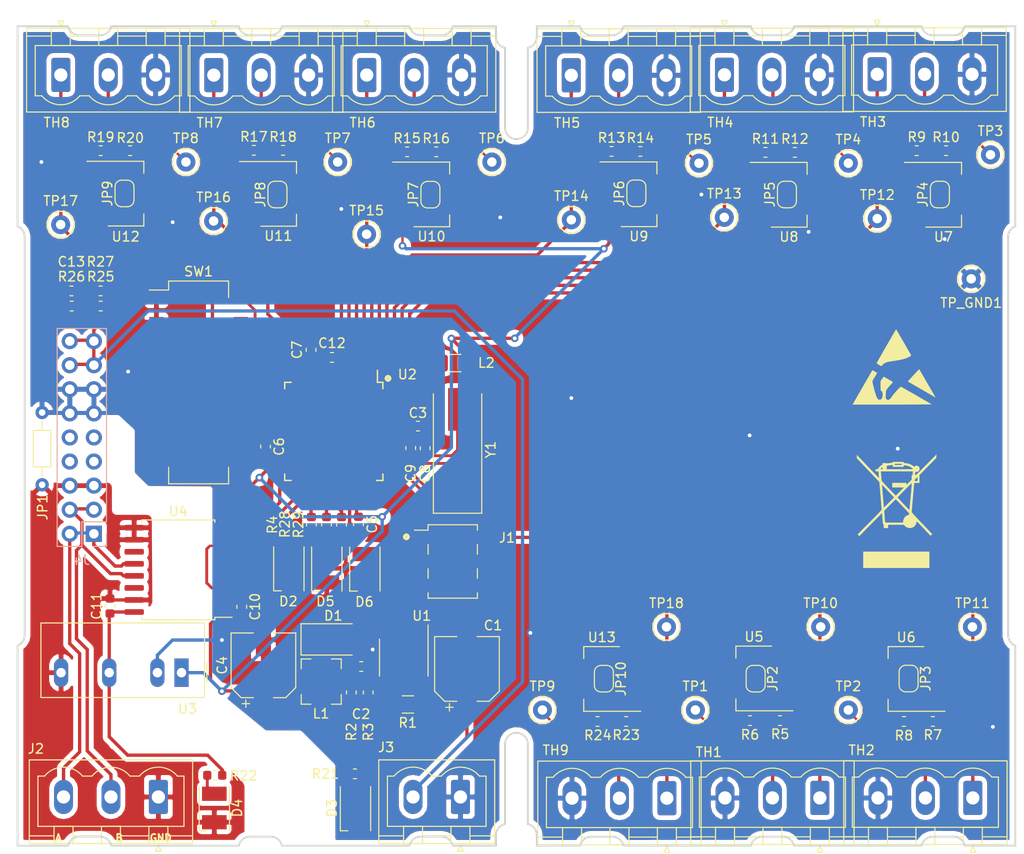
<source format=kicad_pcb>
(kicad_pcb (version 20171130) (host pcbnew 5.0.2+dfsg1-1)

  (general
    (thickness 1.6)
    (drawings 36094)
    (tracks 614)
    (zones 0)
    (modules 109)
    (nets 90)
  )

  (page A4)
  (layers
    (0 F.Cu signal)
    (31 B.Cu signal)
    (32 B.Adhes user)
    (33 F.Adhes user)
    (34 B.Paste user)
    (35 F.Paste user)
    (36 B.SilkS user)
    (37 F.SilkS user)
    (38 B.Mask user)
    (39 F.Mask user)
    (40 Dwgs.User user hide)
    (41 Cmts.User user)
    (42 Eco1.User user)
    (43 Eco2.User user)
    (44 Edge.Cuts user)
    (45 Margin user)
    (46 B.CrtYd user)
    (47 F.CrtYd user)
    (48 B.Fab user)
    (49 F.Fab user)
  )

  (setup
    (last_trace_width 0.3)
    (user_trace_width 0.3)
    (user_trace_width 0.35)
    (trace_clearance 0.2)
    (zone_clearance 0.508)
    (zone_45_only no)
    (trace_min 0.2)
    (segment_width 0.2)
    (edge_width 0.05)
    (via_size 0.8)
    (via_drill 0.4)
    (via_min_size 0.4)
    (via_min_drill 0.3)
    (uvia_size 0.3)
    (uvia_drill 0.1)
    (uvias_allowed no)
    (uvia_min_size 0.2)
    (uvia_min_drill 0.1)
    (pcb_text_width 0.3)
    (pcb_text_size 1.5 1.5)
    (mod_edge_width 0.12)
    (mod_text_size 1 1)
    (mod_text_width 0.15)
    (pad_size 1.524 1.524)
    (pad_drill 0.762)
    (pad_to_mask_clearance 0.051)
    (solder_mask_min_width 0.25)
    (aux_axis_origin 0 0)
    (visible_elements FFFFFF7F)
    (pcbplotparams
      (layerselection 0x010fc_ffffffff)
      (usegerberextensions false)
      (usegerberattributes false)
      (usegerberadvancedattributes false)
      (creategerberjobfile false)
      (excludeedgelayer true)
      (linewidth 0.100000)
      (plotframeref false)
      (viasonmask false)
      (mode 1)
      (useauxorigin false)
      (hpglpennumber 1)
      (hpglpenspeed 20)
      (hpglpendiameter 15.000000)
      (psnegative false)
      (psa4output false)
      (plotreference true)
      (plotvalue true)
      (plotinvisibletext false)
      (padsonsilk false)
      (subtractmaskfromsilk false)
      (outputformat 1)
      (mirror false)
      (drillshape 1)
      (scaleselection 1)
      (outputdirectory ""))
  )

  (net 0 "")
  (net 1 GNDD)
  (net 2 /pt100_ch0/Vout)
  (net 3 "Net-(R1-Pad1)")
  (net 4 +24V)
  (net 5 "Net-(R2-Pad2)")
  (net 6 "Net-(C2-Pad1)")
  (net 7 "Net-(D1-Pad1)")
  (net 8 +3V3)
  (net 9 "Net-(R16-Pad1)")
  (net 10 "Net-(R15-Pad2)")
  (net 11 "Net-(R20-Pad1)")
  (net 12 "Net-(R19-Pad2)")
  (net 13 "Net-(R18-Pad1)")
  (net 14 "Net-(R17-Pad2)")
  (net 15 "Net-(R13-Pad2)")
  (net 16 "Net-(R14-Pad1)")
  (net 17 "Net-(R11-Pad2)")
  (net 18 "Net-(R12-Pad1)")
  (net 19 "Net-(R6-Pad1)")
  (net 20 "Net-(R10-Pad2)")
  (net 21 "Net-(R10-Pad1)")
  (net 22 RX)
  (net 23 DE)
  (net 24 TX)
  (net 25 /pt100_ch5/Vout)
  (net 26 /pt100_ch6/Vout)
  (net 27 /pt100_ch7/Vout)
  (net 28 "Net-(D2-Pad2)")
  (net 29 "Net-(U2-Pad21)")
  (net 30 PDI_DATA)
  (net 31 PDI_CLK)
  (net 32 "Net-(C9-Pad1)")
  (net 33 "Net-(C8-Pad1)")
  (net 34 /pt100_ch1/Vout)
  (net 35 /pt100_ch2/Vout)
  (net 36 /pt100_ch3/Vout)
  (net 37 /pt100_ch4/Vout)
  (net 38 "Net-(J1-Pad3)")
  (net 39 "Net-(J1-Pad4)")
  (net 40 "Net-(R5-Pad2)")
  (net 41 "Net-(R7-Pad2)")
  (net 42 "Net-(R8-Pad1)")
  (net 43 GNDA)
  (net 44 "Net-(U4-Pad11)")
  (net 45 "Net-(U4-Pad14)")
  (net 46 +5VA)
  (net 47 "Net-(C3-Pad2)")
  (net 48 "Net-(D4-Pad2)")
  (net 49 "Net-(D3-Pad2)")
  (net 50 "Net-(R4-Pad1)")
  (net 51 /pt100_ch8/Vout)
  (net 52 "Net-(U2-Pad6)")
  (net 53 "Net-(U2-Pad7)")
  (net 54 "Net-(R24-Pad1)")
  (net 55 "Net-(R23-Pad2)")
  (net 56 "Net-(SW1-Pad16)")
  (net 57 "Net-(SW1-Pad15)")
  (net 58 "Net-(SW1-Pad14)")
  (net 59 "Net-(SW1-Pad13)")
  (net 60 "Net-(SW1-Pad12)")
  (net 61 "Net-(SW1-Pad11)")
  (net 62 "Net-(SW1-Pad10)")
  (net 63 "Net-(SW1-Pad9)")
  (net 64 "Net-(U2-Pad28)")
  (net 65 "Net-(U2-Pad29)")
  (net 66 "Net-(U2-Pad33)")
  (net 67 Vin_sense)
  (net 68 "Net-(R25-Pad2)")
  (net 69 "Net-(U2-Pad20)")
  (net 70 "Net-(R28-Pad1)")
  (net 71 "Net-(D5-Pad2)")
  (net 72 "Net-(R29-Pad1)")
  (net 73 "Net-(D6-Pad2)")
  (net 74 "Net-(J4-Pad9)")
  (net 75 "Net-(J4-Pad10)")
  (net 76 "Net-(U2-Pad32)")
  (net 77 "Net-(J4-Pad7)")
  (net 78 "Net-(J4-Pad8)")
  (net 79 RS485A)
  (net 80 RS485B)
  (net 81 "Net-(JP10-Pad2)")
  (net 82 "Net-(JP9-Pad2)")
  (net 83 "Net-(JP8-Pad2)")
  (net 84 "Net-(JP7-Pad2)")
  (net 85 "Net-(JP6-Pad2)")
  (net 86 "Net-(JP5-Pad2)")
  (net 87 "Net-(JP2-Pad2)")
  (net 88 "Net-(JP3-Pad2)")
  (net 89 "Net-(JP4-Pad2)")

  (net_class Default "Dies ist die voreingestellte Netzklasse."
    (clearance 0.2)
    (trace_width 0.25)
    (via_dia 0.8)
    (via_drill 0.4)
    (uvia_dia 0.3)
    (uvia_drill 0.1)
    (add_net +24V)
    (add_net +3V3)
    (add_net +5VA)
    (add_net /pt100_ch0/Vout)
    (add_net /pt100_ch1/Vout)
    (add_net /pt100_ch2/Vout)
    (add_net /pt100_ch3/Vout)
    (add_net /pt100_ch4/Vout)
    (add_net /pt100_ch5/Vout)
    (add_net /pt100_ch6/Vout)
    (add_net /pt100_ch7/Vout)
    (add_net /pt100_ch8/Vout)
    (add_net DE)
    (add_net GNDA)
    (add_net GNDD)
    (add_net "Net-(C2-Pad1)")
    (add_net "Net-(C3-Pad2)")
    (add_net "Net-(C8-Pad1)")
    (add_net "Net-(C9-Pad1)")
    (add_net "Net-(D1-Pad1)")
    (add_net "Net-(D2-Pad2)")
    (add_net "Net-(D3-Pad2)")
    (add_net "Net-(D4-Pad2)")
    (add_net "Net-(D5-Pad2)")
    (add_net "Net-(D6-Pad2)")
    (add_net "Net-(J1-Pad3)")
    (add_net "Net-(J1-Pad4)")
    (add_net "Net-(J4-Pad10)")
    (add_net "Net-(J4-Pad7)")
    (add_net "Net-(J4-Pad8)")
    (add_net "Net-(J4-Pad9)")
    (add_net "Net-(JP10-Pad2)")
    (add_net "Net-(JP2-Pad2)")
    (add_net "Net-(JP3-Pad2)")
    (add_net "Net-(JP4-Pad2)")
    (add_net "Net-(JP5-Pad2)")
    (add_net "Net-(JP6-Pad2)")
    (add_net "Net-(JP7-Pad2)")
    (add_net "Net-(JP8-Pad2)")
    (add_net "Net-(JP9-Pad2)")
    (add_net "Net-(R1-Pad1)")
    (add_net "Net-(R10-Pad1)")
    (add_net "Net-(R10-Pad2)")
    (add_net "Net-(R11-Pad2)")
    (add_net "Net-(R12-Pad1)")
    (add_net "Net-(R13-Pad2)")
    (add_net "Net-(R14-Pad1)")
    (add_net "Net-(R15-Pad2)")
    (add_net "Net-(R16-Pad1)")
    (add_net "Net-(R17-Pad2)")
    (add_net "Net-(R18-Pad1)")
    (add_net "Net-(R19-Pad2)")
    (add_net "Net-(R2-Pad2)")
    (add_net "Net-(R20-Pad1)")
    (add_net "Net-(R23-Pad2)")
    (add_net "Net-(R24-Pad1)")
    (add_net "Net-(R25-Pad2)")
    (add_net "Net-(R28-Pad1)")
    (add_net "Net-(R29-Pad1)")
    (add_net "Net-(R4-Pad1)")
    (add_net "Net-(R5-Pad2)")
    (add_net "Net-(R6-Pad1)")
    (add_net "Net-(R7-Pad2)")
    (add_net "Net-(R8-Pad1)")
    (add_net "Net-(SW1-Pad10)")
    (add_net "Net-(SW1-Pad11)")
    (add_net "Net-(SW1-Pad12)")
    (add_net "Net-(SW1-Pad13)")
    (add_net "Net-(SW1-Pad14)")
    (add_net "Net-(SW1-Pad15)")
    (add_net "Net-(SW1-Pad16)")
    (add_net "Net-(SW1-Pad9)")
    (add_net "Net-(U2-Pad20)")
    (add_net "Net-(U2-Pad21)")
    (add_net "Net-(U2-Pad28)")
    (add_net "Net-(U2-Pad29)")
    (add_net "Net-(U2-Pad32)")
    (add_net "Net-(U2-Pad33)")
    (add_net "Net-(U2-Pad6)")
    (add_net "Net-(U2-Pad7)")
    (add_net "Net-(U4-Pad11)")
    (add_net "Net-(U4-Pad14)")
    (add_net PDI_CLK)
    (add_net PDI_DATA)
    (add_net RS485A)
    (add_net RS485B)
    (add_net RX)
    (add_net TX)
    (add_net Vin_sense)
  )

  (module TestPoint:TestPoint_Keystone_5000-5004_Miniature (layer F.Cu) (tedit 5A0F774F) (tstamp 5E63EF6A)
    (at 164.211 65.913)
    (descr "Keystone Miniature THM Test Point 5000-5004, http://www.keyelco.com/product-pdf.cfm?p=1309")
    (tags "Through Hole Mount Test Points")
    (path /5E6601F4)
    (fp_text reference TP_GND1 (at 0 2.54) (layer F.SilkS)
      (effects (font (size 1 1) (thickness 0.15)))
    )
    (fp_text value TestPoint (at 0 2.5) (layer F.Fab)
      (effects (font (size 1 1) (thickness 0.15)))
    )
    (fp_text user %R (at 0 -2.5) (layer F.Fab)
      (effects (font (size 1 1) (thickness 0.15)))
    )
    (fp_line (start -0.75 -0.25) (end 0.75 -0.25) (layer F.Fab) (width 0.15))
    (fp_line (start 0.75 -0.25) (end 0.75 0.25) (layer F.Fab) (width 0.15))
    (fp_line (start 0.75 0.25) (end -0.75 0.25) (layer F.Fab) (width 0.15))
    (fp_line (start -0.75 0.25) (end -0.75 -0.25) (layer F.Fab) (width 0.15))
    (fp_circle (center 0 0) (end 1.65 0) (layer F.CrtYd) (width 0.05))
    (fp_circle (center 0 0) (end 1.25 0) (layer F.Fab) (width 0.15))
    (fp_circle (center 0 0) (end 1.4 0) (layer F.SilkS) (width 0.15))
    (pad 1 thru_hole circle (at 0 0) (size 2 2) (drill 1) (layers *.Cu *.Mask)
      (net 1 GNDD))
    (model ${KISYS3DMOD}/TestPoint.3dshapes/TestPoint_Keystone_5000-5004_Miniature.wrl
      (at (xyz 0 0 0))
      (scale (xyz 1 1 1))
      (rotate (xyz 0 0 0))
    )
  )

  (module TestPoint:TestPoint_Keystone_5000-5004_Miniature (layer F.Cu) (tedit 5A0F774F) (tstamp 5E62E301)
    (at 132.08 102.616)
    (descr "Keystone Miniature THM Test Point 5000-5004, http://www.keyelco.com/product-pdf.cfm?p=1309")
    (tags "Through Hole Mount Test Points")
    (path /5E51CEA7/5E630F7D)
    (fp_text reference TP18 (at 0 -2.5) (layer F.SilkS)
      (effects (font (size 1 1) (thickness 0.15)))
    )
    (fp_text value TestPoint (at 0 2.5) (layer F.Fab)
      (effects (font (size 1 1) (thickness 0.15)))
    )
    (fp_circle (center 0 0) (end 1.4 0) (layer F.SilkS) (width 0.15))
    (fp_circle (center 0 0) (end 1.25 0) (layer F.Fab) (width 0.15))
    (fp_circle (center 0 0) (end 1.65 0) (layer F.CrtYd) (width 0.05))
    (fp_line (start -0.75 0.25) (end -0.75 -0.25) (layer F.Fab) (width 0.15))
    (fp_line (start 0.75 0.25) (end -0.75 0.25) (layer F.Fab) (width 0.15))
    (fp_line (start 0.75 -0.25) (end 0.75 0.25) (layer F.Fab) (width 0.15))
    (fp_line (start -0.75 -0.25) (end 0.75 -0.25) (layer F.Fab) (width 0.15))
    (fp_text user %R (at 0 -2.5) (layer F.Fab)
      (effects (font (size 1 1) (thickness 0.15)))
    )
    (pad 1 thru_hole circle (at 0 0) (size 2 2) (drill 1) (layers *.Cu *.Mask)
      (net 2 /pt100_ch0/Vout))
    (model ${KISYS3DMOD}/TestPoint.3dshapes/TestPoint_Keystone_5000-5004_Miniature.wrl
      (at (xyz 0 0 0))
      (scale (xyz 1 1 1))
      (rotate (xyz 0 0 0))
    )
  )

  (module TestPoint:TestPoint_Keystone_5000-5004_Miniature (layer F.Cu) (tedit 5A0F774F) (tstamp 5E62E328)
    (at 148.336 102.616)
    (descr "Keystone Miniature THM Test Point 5000-5004, http://www.keyelco.com/product-pdf.cfm?p=1309")
    (tags "Through Hole Mount Test Points")
    (path /5E51E6FE/5E630F7D)
    (fp_text reference TP10 (at 0 -2.5) (layer F.SilkS)
      (effects (font (size 1 1) (thickness 0.15)))
    )
    (fp_text value TestPoint (at 0 2.5) (layer F.Fab)
      (effects (font (size 1 1) (thickness 0.15)))
    )
    (fp_text user %R (at 0 -2.5) (layer F.Fab)
      (effects (font (size 1 1) (thickness 0.15)))
    )
    (fp_line (start -0.75 -0.25) (end 0.75 -0.25) (layer F.Fab) (width 0.15))
    (fp_line (start 0.75 -0.25) (end 0.75 0.25) (layer F.Fab) (width 0.15))
    (fp_line (start 0.75 0.25) (end -0.75 0.25) (layer F.Fab) (width 0.15))
    (fp_line (start -0.75 0.25) (end -0.75 -0.25) (layer F.Fab) (width 0.15))
    (fp_circle (center 0 0) (end 1.65 0) (layer F.CrtYd) (width 0.05))
    (fp_circle (center 0 0) (end 1.25 0) (layer F.Fab) (width 0.15))
    (fp_circle (center 0 0) (end 1.4 0) (layer F.SilkS) (width 0.15))
    (pad 1 thru_hole circle (at 0 0) (size 2 2) (drill 1) (layers *.Cu *.Mask)
      (net 34 /pt100_ch1/Vout))
    (model ${KISYS3DMOD}/TestPoint.3dshapes/TestPoint_Keystone_5000-5004_Miniature.wrl
      (at (xyz 0 0 0))
      (scale (xyz 1 1 1))
      (rotate (xyz 0 0 0))
    )
  )

  (module TestPoint:TestPoint_Keystone_5000-5004_Miniature (layer F.Cu) (tedit 5A0F774F) (tstamp 5E62E31B)
    (at 84.328 59.817)
    (descr "Keystone Miniature THM Test Point 5000-5004, http://www.keyelco.com/product-pdf.cfm?p=1309")
    (tags "Through Hole Mount Test Points")
    (path /5E55A1D1/5E630F7D)
    (fp_text reference TP16 (at 0 -2.5) (layer F.SilkS)
      (effects (font (size 1 1) (thickness 0.15)))
    )
    (fp_text value TestPoint (at 0 2.5) (layer F.Fab)
      (effects (font (size 1 1) (thickness 0.15)))
    )
    (fp_circle (center 0 0) (end 1.4 0) (layer F.SilkS) (width 0.15))
    (fp_circle (center 0 0) (end 1.25 0) (layer F.Fab) (width 0.15))
    (fp_circle (center 0 0) (end 1.65 0) (layer F.CrtYd) (width 0.05))
    (fp_line (start -0.75 0.25) (end -0.75 -0.25) (layer F.Fab) (width 0.15))
    (fp_line (start 0.75 0.25) (end -0.75 0.25) (layer F.Fab) (width 0.15))
    (fp_line (start 0.75 -0.25) (end 0.75 0.25) (layer F.Fab) (width 0.15))
    (fp_line (start -0.75 -0.25) (end 0.75 -0.25) (layer F.Fab) (width 0.15))
    (fp_text user %R (at 0 -2.5) (layer F.Fab)
      (effects (font (size 1 1) (thickness 0.15)))
    )
    (pad 1 thru_hole circle (at 0 0) (size 2 2) (drill 1) (layers *.Cu *.Mask)
      (net 27 /pt100_ch7/Vout))
    (model ${KISYS3DMOD}/TestPoint.3dshapes/TestPoint_Keystone_5000-5004_Miniature.wrl
      (at (xyz 0 0 0))
      (scale (xyz 1 1 1))
      (rotate (xyz 0 0 0))
    )
  )

  (module TestPoint:TestPoint_Keystone_5000-5004_Miniature (layer F.Cu) (tedit 5A0F774F) (tstamp 5E62E30E)
    (at 68.199 60.198)
    (descr "Keystone Miniature THM Test Point 5000-5004, http://www.keyelco.com/product-pdf.cfm?p=1309")
    (tags "Through Hole Mount Test Points")
    (path /5E55CA13/5E630F7D)
    (fp_text reference TP17 (at 0 -2.5) (layer F.SilkS)
      (effects (font (size 1 1) (thickness 0.15)))
    )
    (fp_text value TestPoint (at 0 2.5) (layer F.Fab)
      (effects (font (size 1 1) (thickness 0.15)))
    )
    (fp_text user %R (at 0 -2.5) (layer F.Fab)
      (effects (font (size 1 1) (thickness 0.15)))
    )
    (fp_line (start -0.75 -0.25) (end 0.75 -0.25) (layer F.Fab) (width 0.15))
    (fp_line (start 0.75 -0.25) (end 0.75 0.25) (layer F.Fab) (width 0.15))
    (fp_line (start 0.75 0.25) (end -0.75 0.25) (layer F.Fab) (width 0.15))
    (fp_line (start -0.75 0.25) (end -0.75 -0.25) (layer F.Fab) (width 0.15))
    (fp_circle (center 0 0) (end 1.65 0) (layer F.CrtYd) (width 0.05))
    (fp_circle (center 0 0) (end 1.25 0) (layer F.Fab) (width 0.15))
    (fp_circle (center 0 0) (end 1.4 0) (layer F.SilkS) (width 0.15))
    (pad 1 thru_hole circle (at 0 0) (size 2 2) (drill 1) (layers *.Cu *.Mask)
      (net 51 /pt100_ch8/Vout))
    (model ${KISYS3DMOD}/TestPoint.3dshapes/TestPoint_Keystone_5000-5004_Miniature.wrl
      (at (xyz 0 0 0))
      (scale (xyz 1 1 1))
      (rotate (xyz 0 0 0))
    )
  )

  (module TestPoint:TestPoint_Keystone_5000-5004_Miniature (layer F.Cu) (tedit 5A0F774F) (tstamp 5E62E2F4)
    (at 122.047 59.69)
    (descr "Keystone Miniature THM Test Point 5000-5004, http://www.keyelco.com/product-pdf.cfm?p=1309")
    (tags "Through Hole Mount Test Points")
    (path /5E55237B/5E630F7D)
    (fp_text reference TP14 (at 0 -2.5) (layer F.SilkS)
      (effects (font (size 1 1) (thickness 0.15)))
    )
    (fp_text value TestPoint (at 0 2.5) (layer F.Fab)
      (effects (font (size 1 1) (thickness 0.15)))
    )
    (fp_text user %R (at 0 -2.5) (layer F.Fab)
      (effects (font (size 1 1) (thickness 0.15)))
    )
    (fp_line (start -0.75 -0.25) (end 0.75 -0.25) (layer F.Fab) (width 0.15))
    (fp_line (start 0.75 -0.25) (end 0.75 0.25) (layer F.Fab) (width 0.15))
    (fp_line (start 0.75 0.25) (end -0.75 0.25) (layer F.Fab) (width 0.15))
    (fp_line (start -0.75 0.25) (end -0.75 -0.25) (layer F.Fab) (width 0.15))
    (fp_circle (center 0 0) (end 1.65 0) (layer F.CrtYd) (width 0.05))
    (fp_circle (center 0 0) (end 1.25 0) (layer F.Fab) (width 0.15))
    (fp_circle (center 0 0) (end 1.4 0) (layer F.SilkS) (width 0.15))
    (pad 1 thru_hole circle (at 0 0) (size 2 2) (drill 1) (layers *.Cu *.Mask)
      (net 25 /pt100_ch5/Vout))
    (model ${KISYS3DMOD}/TestPoint.3dshapes/TestPoint_Keystone_5000-5004_Miniature.wrl
      (at (xyz 0 0 0))
      (scale (xyz 1 1 1))
      (rotate (xyz 0 0 0))
    )
  )

  (module TestPoint:TestPoint_Keystone_5000-5004_Miniature (layer F.Cu) (tedit 5A0F774F) (tstamp 5E62E2E7)
    (at 138.176 59.436)
    (descr "Keystone Miniature THM Test Point 5000-5004, http://www.keyelco.com/product-pdf.cfm?p=1309")
    (tags "Through Hole Mount Test Points")
    (path /5E54FA87/5E630F7D)
    (fp_text reference TP13 (at 0 -2.5) (layer F.SilkS)
      (effects (font (size 1 1) (thickness 0.15)))
    )
    (fp_text value TestPoint (at 0 2.5) (layer F.Fab)
      (effects (font (size 1 1) (thickness 0.15)))
    )
    (fp_circle (center 0 0) (end 1.4 0) (layer F.SilkS) (width 0.15))
    (fp_circle (center 0 0) (end 1.25 0) (layer F.Fab) (width 0.15))
    (fp_circle (center 0 0) (end 1.65 0) (layer F.CrtYd) (width 0.05))
    (fp_line (start -0.75 0.25) (end -0.75 -0.25) (layer F.Fab) (width 0.15))
    (fp_line (start 0.75 0.25) (end -0.75 0.25) (layer F.Fab) (width 0.15))
    (fp_line (start 0.75 -0.25) (end 0.75 0.25) (layer F.Fab) (width 0.15))
    (fp_line (start -0.75 -0.25) (end 0.75 -0.25) (layer F.Fab) (width 0.15))
    (fp_text user %R (at 0 -2.5) (layer F.Fab)
      (effects (font (size 1 1) (thickness 0.15)))
    )
    (pad 1 thru_hole circle (at 0 0) (size 2 2) (drill 1) (layers *.Cu *.Mask)
      (net 37 /pt100_ch4/Vout))
    (model ${KISYS3DMOD}/TestPoint.3dshapes/TestPoint_Keystone_5000-5004_Miniature.wrl
      (at (xyz 0 0 0))
      (scale (xyz 1 1 1))
      (rotate (xyz 0 0 0))
    )
  )

  (module TestPoint:TestPoint_Keystone_5000-5004_Miniature (layer F.Cu) (tedit 5A0F774F) (tstamp 5E62E2DA)
    (at 154.305 59.563)
    (descr "Keystone Miniature THM Test Point 5000-5004, http://www.keyelco.com/product-pdf.cfm?p=1309")
    (tags "Through Hole Mount Test Points")
    (path /5E54D364/5E630F7D)
    (fp_text reference TP12 (at 0 -2.5) (layer F.SilkS)
      (effects (font (size 1 1) (thickness 0.15)))
    )
    (fp_text value TestPoint (at 0 2.5) (layer F.Fab)
      (effects (font (size 1 1) (thickness 0.15)))
    )
    (fp_text user %R (at 0 -2.5) (layer F.Fab)
      (effects (font (size 1 1) (thickness 0.15)))
    )
    (fp_line (start -0.75 -0.25) (end 0.75 -0.25) (layer F.Fab) (width 0.15))
    (fp_line (start 0.75 -0.25) (end 0.75 0.25) (layer F.Fab) (width 0.15))
    (fp_line (start 0.75 0.25) (end -0.75 0.25) (layer F.Fab) (width 0.15))
    (fp_line (start -0.75 0.25) (end -0.75 -0.25) (layer F.Fab) (width 0.15))
    (fp_circle (center 0 0) (end 1.65 0) (layer F.CrtYd) (width 0.05))
    (fp_circle (center 0 0) (end 1.25 0) (layer F.Fab) (width 0.15))
    (fp_circle (center 0 0) (end 1.4 0) (layer F.SilkS) (width 0.15))
    (pad 1 thru_hole circle (at 0 0) (size 2 2) (drill 1) (layers *.Cu *.Mask)
      (net 36 /pt100_ch3/Vout))
    (model ${KISYS3DMOD}/TestPoint.3dshapes/TestPoint_Keystone_5000-5004_Miniature.wrl
      (at (xyz 0 0 0))
      (scale (xyz 1 1 1))
      (rotate (xyz 0 0 0))
    )
  )

  (module TestPoint:TestPoint_Keystone_5000-5004_Miniature (layer F.Cu) (tedit 5A0F774F) (tstamp 5E62E2CD)
    (at 164.338 102.616)
    (descr "Keystone Miniature THM Test Point 5000-5004, http://www.keyelco.com/product-pdf.cfm?p=1309")
    (tags "Through Hole Mount Test Points")
    (path /5E544266/5E630F7D)
    (fp_text reference TP11 (at 0 -2.5) (layer F.SilkS)
      (effects (font (size 1 1) (thickness 0.15)))
    )
    (fp_text value TestPoint (at 0 2.5) (layer F.Fab)
      (effects (font (size 1 1) (thickness 0.15)))
    )
    (fp_circle (center 0 0) (end 1.4 0) (layer F.SilkS) (width 0.15))
    (fp_circle (center 0 0) (end 1.25 0) (layer F.Fab) (width 0.15))
    (fp_circle (center 0 0) (end 1.65 0) (layer F.CrtYd) (width 0.05))
    (fp_line (start -0.75 0.25) (end -0.75 -0.25) (layer F.Fab) (width 0.15))
    (fp_line (start 0.75 0.25) (end -0.75 0.25) (layer F.Fab) (width 0.15))
    (fp_line (start 0.75 -0.25) (end 0.75 0.25) (layer F.Fab) (width 0.15))
    (fp_line (start -0.75 -0.25) (end 0.75 -0.25) (layer F.Fab) (width 0.15))
    (fp_text user %R (at 0 -2.5) (layer F.Fab)
      (effects (font (size 1 1) (thickness 0.15)))
    )
    (pad 1 thru_hole circle (at 0 0) (size 2 2) (drill 1) (layers *.Cu *.Mask)
      (net 35 /pt100_ch2/Vout))
    (model ${KISYS3DMOD}/TestPoint.3dshapes/TestPoint_Keystone_5000-5004_Miniature.wrl
      (at (xyz 0 0 0))
      (scale (xyz 1 1 1))
      (rotate (xyz 0 0 0))
    )
  )

  (module TestPoint:TestPoint_Keystone_5000-5004_Miniature (layer F.Cu) (tedit 5A0F774F) (tstamp 5E62E1E8)
    (at 100.457 61.214)
    (descr "Keystone Miniature THM Test Point 5000-5004, http://www.keyelco.com/product-pdf.cfm?p=1309")
    (tags "Through Hole Mount Test Points")
    (path /5E554CAB/5E630F7D)
    (fp_text reference TP15 (at 0 -2.5) (layer F.SilkS)
      (effects (font (size 1 1) (thickness 0.15)))
    )
    (fp_text value TestPoint (at 0 2.5) (layer F.Fab)
      (effects (font (size 1 1) (thickness 0.15)))
    )
    (fp_text user %R (at 0 -2.5) (layer F.Fab)
      (effects (font (size 1 1) (thickness 0.15)))
    )
    (fp_line (start -0.75 -0.25) (end 0.75 -0.25) (layer F.Fab) (width 0.15))
    (fp_line (start 0.75 -0.25) (end 0.75 0.25) (layer F.Fab) (width 0.15))
    (fp_line (start 0.75 0.25) (end -0.75 0.25) (layer F.Fab) (width 0.15))
    (fp_line (start -0.75 0.25) (end -0.75 -0.25) (layer F.Fab) (width 0.15))
    (fp_circle (center 0 0) (end 1.65 0) (layer F.CrtYd) (width 0.05))
    (fp_circle (center 0 0) (end 1.25 0) (layer F.Fab) (width 0.15))
    (fp_circle (center 0 0) (end 1.4 0) (layer F.SilkS) (width 0.15))
    (pad 1 thru_hole circle (at 0 0) (size 2 2) (drill 1) (layers *.Cu *.Mask)
      (net 26 /pt100_ch6/Vout))
    (model ${KISYS3DMOD}/TestPoint.3dshapes/TestPoint_Keystone_5000-5004_Miniature.wrl
      (at (xyz 0 0 0))
      (scale (xyz 1 1 1))
      (rotate (xyz 0 0 0))
    )
  )

  (module TestPoint:TestPoint_Keystone_5000-5004_Miniature (layer F.Cu) (tedit 5A0F774F) (tstamp 5E626EEE)
    (at 135.509 53.721)
    (descr "Keystone Miniature THM Test Point 5000-5004, http://www.keyelco.com/product-pdf.cfm?p=1309")
    (tags "Through Hole Mount Test Points")
    (path /5E55237B/5E630A38)
    (fp_text reference TP5 (at 0 -2.5) (layer F.SilkS)
      (effects (font (size 1 1) (thickness 0.15)))
    )
    (fp_text value TestPoint (at 0 2.5) (layer F.Fab)
      (effects (font (size 1 1) (thickness 0.15)))
    )
    (fp_text user %R (at 0 -2.5) (layer F.Fab)
      (effects (font (size 1 1) (thickness 0.15)))
    )
    (fp_line (start -0.75 -0.25) (end 0.75 -0.25) (layer F.Fab) (width 0.15))
    (fp_line (start 0.75 -0.25) (end 0.75 0.25) (layer F.Fab) (width 0.15))
    (fp_line (start 0.75 0.25) (end -0.75 0.25) (layer F.Fab) (width 0.15))
    (fp_line (start -0.75 0.25) (end -0.75 -0.25) (layer F.Fab) (width 0.15))
    (fp_circle (center 0 0) (end 1.65 0) (layer F.CrtYd) (width 0.05))
    (fp_circle (center 0 0) (end 1.25 0) (layer F.Fab) (width 0.15))
    (fp_circle (center 0 0) (end 1.4 0) (layer F.SilkS) (width 0.15))
    (pad 1 thru_hole circle (at 0 0) (size 2 2) (drill 1) (layers *.Cu *.Mask)
      (net 15 "Net-(R13-Pad2)"))
    (model ${KISYS3DMOD}/TestPoint.3dshapes/TestPoint_Keystone_5000-5004_Miniature.wrl
      (at (xyz 0 0 0))
      (scale (xyz 1 1 1))
      (rotate (xyz 0 0 0))
    )
  )

  (module TestPoint:TestPoint_Keystone_5000-5004_Miniature (layer F.Cu) (tedit 5A0F774F) (tstamp 5E626EE1)
    (at 97.409 53.594)
    (descr "Keystone Miniature THM Test Point 5000-5004, http://www.keyelco.com/product-pdf.cfm?p=1309")
    (tags "Through Hole Mount Test Points")
    (path /5E55A1D1/5E630A38)
    (fp_text reference TP7 (at 0 -2.5) (layer F.SilkS)
      (effects (font (size 1 1) (thickness 0.15)))
    )
    (fp_text value TestPoint (at 0 2.5) (layer F.Fab)
      (effects (font (size 1 1) (thickness 0.15)))
    )
    (fp_circle (center 0 0) (end 1.4 0) (layer F.SilkS) (width 0.15))
    (fp_circle (center 0 0) (end 1.25 0) (layer F.Fab) (width 0.15))
    (fp_circle (center 0 0) (end 1.65 0) (layer F.CrtYd) (width 0.05))
    (fp_line (start -0.75 0.25) (end -0.75 -0.25) (layer F.Fab) (width 0.15))
    (fp_line (start 0.75 0.25) (end -0.75 0.25) (layer F.Fab) (width 0.15))
    (fp_line (start 0.75 -0.25) (end 0.75 0.25) (layer F.Fab) (width 0.15))
    (fp_line (start -0.75 -0.25) (end 0.75 -0.25) (layer F.Fab) (width 0.15))
    (fp_text user %R (at 0 -2.5) (layer F.Fab)
      (effects (font (size 1 1) (thickness 0.15)))
    )
    (pad 1 thru_hole circle (at 0 0) (size 2 2) (drill 1) (layers *.Cu *.Mask)
      (net 14 "Net-(R17-Pad2)"))
    (model ${KISYS3DMOD}/TestPoint.3dshapes/TestPoint_Keystone_5000-5004_Miniature.wrl
      (at (xyz 0 0 0))
      (scale (xyz 1 1 1))
      (rotate (xyz 0 0 0))
    )
  )

  (module TestPoint:TestPoint_Keystone_5000-5004_Miniature (layer F.Cu) (tedit 5A0F774F) (tstamp 5E626ED4)
    (at 81.407 53.594)
    (descr "Keystone Miniature THM Test Point 5000-5004, http://www.keyelco.com/product-pdf.cfm?p=1309")
    (tags "Through Hole Mount Test Points")
    (path /5E55CA13/5E630A38)
    (fp_text reference TP8 (at 0 -2.5) (layer F.SilkS)
      (effects (font (size 1 1) (thickness 0.15)))
    )
    (fp_text value TestPoint (at 0 2.5) (layer F.Fab)
      (effects (font (size 1 1) (thickness 0.15)))
    )
    (fp_text user %R (at 0 -2.5) (layer F.Fab)
      (effects (font (size 1 1) (thickness 0.15)))
    )
    (fp_line (start -0.75 -0.25) (end 0.75 -0.25) (layer F.Fab) (width 0.15))
    (fp_line (start 0.75 -0.25) (end 0.75 0.25) (layer F.Fab) (width 0.15))
    (fp_line (start 0.75 0.25) (end -0.75 0.25) (layer F.Fab) (width 0.15))
    (fp_line (start -0.75 0.25) (end -0.75 -0.25) (layer F.Fab) (width 0.15))
    (fp_circle (center 0 0) (end 1.65 0) (layer F.CrtYd) (width 0.05))
    (fp_circle (center 0 0) (end 1.25 0) (layer F.Fab) (width 0.15))
    (fp_circle (center 0 0) (end 1.4 0) (layer F.SilkS) (width 0.15))
    (pad 1 thru_hole circle (at 0 0) (size 2 2) (drill 1) (layers *.Cu *.Mask)
      (net 12 "Net-(R19-Pad2)"))
    (model ${KISYS3DMOD}/TestPoint.3dshapes/TestPoint_Keystone_5000-5004_Miniature.wrl
      (at (xyz 0 0 0))
      (scale (xyz 1 1 1))
      (rotate (xyz 0 0 0))
    )
  )

  (module TestPoint:TestPoint_Keystone_5000-5004_Miniature (layer F.Cu) (tedit 5A0F774F) (tstamp 5E626EC7)
    (at 118.999 111.379)
    (descr "Keystone Miniature THM Test Point 5000-5004, http://www.keyelco.com/product-pdf.cfm?p=1309")
    (tags "Through Hole Mount Test Points")
    (path /5E51CEA7/5E630A38)
    (fp_text reference TP9 (at 0 -2.5) (layer F.SilkS)
      (effects (font (size 1 1) (thickness 0.15)))
    )
    (fp_text value TestPoint (at 0 2.5) (layer F.Fab)
      (effects (font (size 1 1) (thickness 0.15)))
    )
    (fp_circle (center 0 0) (end 1.4 0) (layer F.SilkS) (width 0.15))
    (fp_circle (center 0 0) (end 1.25 0) (layer F.Fab) (width 0.15))
    (fp_circle (center 0 0) (end 1.65 0) (layer F.CrtYd) (width 0.05))
    (fp_line (start -0.75 0.25) (end -0.75 -0.25) (layer F.Fab) (width 0.15))
    (fp_line (start 0.75 0.25) (end -0.75 0.25) (layer F.Fab) (width 0.15))
    (fp_line (start 0.75 -0.25) (end 0.75 0.25) (layer F.Fab) (width 0.15))
    (fp_line (start -0.75 -0.25) (end 0.75 -0.25) (layer F.Fab) (width 0.15))
    (fp_text user %R (at 0 -2.5) (layer F.Fab)
      (effects (font (size 1 1) (thickness 0.15)))
    )
    (pad 1 thru_hole circle (at 0 0) (size 2 2) (drill 1) (layers *.Cu *.Mask)
      (net 55 "Net-(R23-Pad2)"))
    (model ${KISYS3DMOD}/TestPoint.3dshapes/TestPoint_Keystone_5000-5004_Miniature.wrl
      (at (xyz 0 0 0))
      (scale (xyz 1 1 1))
      (rotate (xyz 0 0 0))
    )
  )

  (module TestPoint:TestPoint_Keystone_5000-5004_Miniature (layer F.Cu) (tedit 5A0F774F) (tstamp 5E626EBA)
    (at 151.257 111.379)
    (descr "Keystone Miniature THM Test Point 5000-5004, http://www.keyelco.com/product-pdf.cfm?p=1309")
    (tags "Through Hole Mount Test Points")
    (path /5E544266/5E630A38)
    (fp_text reference TP2 (at 0 -2.5) (layer F.SilkS)
      (effects (font (size 1 1) (thickness 0.15)))
    )
    (fp_text value TestPoint (at 0 2.5) (layer F.Fab)
      (effects (font (size 1 1) (thickness 0.15)))
    )
    (fp_text user %R (at 0 -2.5) (layer F.Fab)
      (effects (font (size 1 1) (thickness 0.15)))
    )
    (fp_line (start -0.75 -0.25) (end 0.75 -0.25) (layer F.Fab) (width 0.15))
    (fp_line (start 0.75 -0.25) (end 0.75 0.25) (layer F.Fab) (width 0.15))
    (fp_line (start 0.75 0.25) (end -0.75 0.25) (layer F.Fab) (width 0.15))
    (fp_line (start -0.75 0.25) (end -0.75 -0.25) (layer F.Fab) (width 0.15))
    (fp_circle (center 0 0) (end 1.65 0) (layer F.CrtYd) (width 0.05))
    (fp_circle (center 0 0) (end 1.25 0) (layer F.Fab) (width 0.15))
    (fp_circle (center 0 0) (end 1.4 0) (layer F.SilkS) (width 0.15))
    (pad 1 thru_hole circle (at 0 0) (size 2 2) (drill 1) (layers *.Cu *.Mask)
      (net 41 "Net-(R7-Pad2)"))
    (model ${KISYS3DMOD}/TestPoint.3dshapes/TestPoint_Keystone_5000-5004_Miniature.wrl
      (at (xyz 0 0 0))
      (scale (xyz 1 1 1))
      (rotate (xyz 0 0 0))
    )
  )

  (module TestPoint:TestPoint_Keystone_5000-5004_Miniature (layer F.Cu) (tedit 5A0F774F) (tstamp 5E626EAD)
    (at 166.243 52.832)
    (descr "Keystone Miniature THM Test Point 5000-5004, http://www.keyelco.com/product-pdf.cfm?p=1309")
    (tags "Through Hole Mount Test Points")
    (path /5E54D364/5E630A38)
    (fp_text reference TP3 (at 0 -2.5) (layer F.SilkS)
      (effects (font (size 1 1) (thickness 0.15)))
    )
    (fp_text value TestPoint (at 0 2.5) (layer F.Fab)
      (effects (font (size 1 1) (thickness 0.15)))
    )
    (fp_circle (center 0 0) (end 1.4 0) (layer F.SilkS) (width 0.15))
    (fp_circle (center 0 0) (end 1.25 0) (layer F.Fab) (width 0.15))
    (fp_circle (center 0 0) (end 1.65 0) (layer F.CrtYd) (width 0.05))
    (fp_line (start -0.75 0.25) (end -0.75 -0.25) (layer F.Fab) (width 0.15))
    (fp_line (start 0.75 0.25) (end -0.75 0.25) (layer F.Fab) (width 0.15))
    (fp_line (start 0.75 -0.25) (end 0.75 0.25) (layer F.Fab) (width 0.15))
    (fp_line (start -0.75 -0.25) (end 0.75 -0.25) (layer F.Fab) (width 0.15))
    (fp_text user %R (at 0 -2.5) (layer F.Fab)
      (effects (font (size 1 1) (thickness 0.15)))
    )
    (pad 1 thru_hole circle (at 0 0) (size 2 2) (drill 1) (layers *.Cu *.Mask)
      (net 20 "Net-(R10-Pad2)"))
    (model ${KISYS3DMOD}/TestPoint.3dshapes/TestPoint_Keystone_5000-5004_Miniature.wrl
      (at (xyz 0 0 0))
      (scale (xyz 1 1 1))
      (rotate (xyz 0 0 0))
    )
  )

  (module TestPoint:TestPoint_Keystone_5000-5004_Miniature (layer F.Cu) (tedit 5A0F774F) (tstamp 5E626EA0)
    (at 151.257 53.721)
    (descr "Keystone Miniature THM Test Point 5000-5004, http://www.keyelco.com/product-pdf.cfm?p=1309")
    (tags "Through Hole Mount Test Points")
    (path /5E54FA87/5E630A38)
    (fp_text reference TP4 (at 0 -2.5) (layer F.SilkS)
      (effects (font (size 1 1) (thickness 0.15)))
    )
    (fp_text value TestPoint (at 0 2.5) (layer F.Fab)
      (effects (font (size 1 1) (thickness 0.15)))
    )
    (fp_text user %R (at 0 -2.5) (layer F.Fab)
      (effects (font (size 1 1) (thickness 0.15)))
    )
    (fp_line (start -0.75 -0.25) (end 0.75 -0.25) (layer F.Fab) (width 0.15))
    (fp_line (start 0.75 -0.25) (end 0.75 0.25) (layer F.Fab) (width 0.15))
    (fp_line (start 0.75 0.25) (end -0.75 0.25) (layer F.Fab) (width 0.15))
    (fp_line (start -0.75 0.25) (end -0.75 -0.25) (layer F.Fab) (width 0.15))
    (fp_circle (center 0 0) (end 1.65 0) (layer F.CrtYd) (width 0.05))
    (fp_circle (center 0 0) (end 1.25 0) (layer F.Fab) (width 0.15))
    (fp_circle (center 0 0) (end 1.4 0) (layer F.SilkS) (width 0.15))
    (pad 1 thru_hole circle (at 0 0) (size 2 2) (drill 1) (layers *.Cu *.Mask)
      (net 17 "Net-(R11-Pad2)"))
    (model ${KISYS3DMOD}/TestPoint.3dshapes/TestPoint_Keystone_5000-5004_Miniature.wrl
      (at (xyz 0 0 0))
      (scale (xyz 1 1 1))
      (rotate (xyz 0 0 0))
    )
  )

  (module TestPoint:TestPoint_Keystone_5000-5004_Miniature (layer F.Cu) (tedit 5A0F774F) (tstamp 5E626E93)
    (at 135.128 111.379)
    (descr "Keystone Miniature THM Test Point 5000-5004, http://www.keyelco.com/product-pdf.cfm?p=1309")
    (tags "Through Hole Mount Test Points")
    (path /5E51E6FE/5E630A38)
    (fp_text reference TP1 (at 0 -2.5) (layer F.SilkS)
      (effects (font (size 1 1) (thickness 0.15)))
    )
    (fp_text value TestPoint (at 0 2.5) (layer F.Fab)
      (effects (font (size 1 1) (thickness 0.15)))
    )
    (fp_circle (center 0 0) (end 1.4 0) (layer F.SilkS) (width 0.15))
    (fp_circle (center 0 0) (end 1.25 0) (layer F.Fab) (width 0.15))
    (fp_circle (center 0 0) (end 1.65 0) (layer F.CrtYd) (width 0.05))
    (fp_line (start -0.75 0.25) (end -0.75 -0.25) (layer F.Fab) (width 0.15))
    (fp_line (start 0.75 0.25) (end -0.75 0.25) (layer F.Fab) (width 0.15))
    (fp_line (start 0.75 -0.25) (end 0.75 0.25) (layer F.Fab) (width 0.15))
    (fp_line (start -0.75 -0.25) (end 0.75 -0.25) (layer F.Fab) (width 0.15))
    (fp_text user %R (at 0 -2.5) (layer F.Fab)
      (effects (font (size 1 1) (thickness 0.15)))
    )
    (pad 1 thru_hole circle (at 0 0) (size 2 2) (drill 1) (layers *.Cu *.Mask)
      (net 40 "Net-(R5-Pad2)"))
    (model ${KISYS3DMOD}/TestPoint.3dshapes/TestPoint_Keystone_5000-5004_Miniature.wrl
      (at (xyz 0 0 0))
      (scale (xyz 1 1 1))
      (rotate (xyz 0 0 0))
    )
  )

  (module TestPoint:TestPoint_Keystone_5000-5004_Miniature (layer F.Cu) (tedit 5A0F774F) (tstamp 5E626E86)
    (at 113.665 53.594)
    (descr "Keystone Miniature THM Test Point 5000-5004, http://www.keyelco.com/product-pdf.cfm?p=1309")
    (tags "Through Hole Mount Test Points")
    (path /5E554CAB/5E630A38)
    (fp_text reference TP6 (at 0 -2.5) (layer F.SilkS)
      (effects (font (size 1 1) (thickness 0.15)))
    )
    (fp_text value TestPoint (at 0 2.5) (layer F.Fab)
      (effects (font (size 1 1) (thickness 0.15)))
    )
    (fp_text user %R (at 0 -2.5) (layer F.Fab)
      (effects (font (size 1 1) (thickness 0.15)))
    )
    (fp_line (start -0.75 -0.25) (end 0.75 -0.25) (layer F.Fab) (width 0.15))
    (fp_line (start 0.75 -0.25) (end 0.75 0.25) (layer F.Fab) (width 0.15))
    (fp_line (start 0.75 0.25) (end -0.75 0.25) (layer F.Fab) (width 0.15))
    (fp_line (start -0.75 0.25) (end -0.75 -0.25) (layer F.Fab) (width 0.15))
    (fp_circle (center 0 0) (end 1.65 0) (layer F.CrtYd) (width 0.05))
    (fp_circle (center 0 0) (end 1.25 0) (layer F.Fab) (width 0.15))
    (fp_circle (center 0 0) (end 1.4 0) (layer F.SilkS) (width 0.15))
    (pad 1 thru_hole circle (at 0 0) (size 2 2) (drill 1) (layers *.Cu *.Mask)
      (net 10 "Net-(R15-Pad2)"))
    (model ${KISYS3DMOD}/TestPoint.3dshapes/TestPoint_Keystone_5000-5004_Miniature.wrl
      (at (xyz 0 0 0))
      (scale (xyz 1 1 1))
      (rotate (xyz 0 0 0))
    )
  )

  (module Jumper:SolderJumper-2_P1.3mm_Open_RoundedPad1.0x1.5mm (layer F.Cu) (tedit 5B391E66) (tstamp 5E624384)
    (at 74.93 56.911 90)
    (descr "SMD Solder Jumper, 1x1.5mm, rounded Pads, 0.3mm gap, open")
    (tags "solder jumper open")
    (path /5E55CA13/5E62FC9C)
    (attr virtual)
    (fp_text reference JP9 (at 0 -1.8 90) (layer F.SilkS)
      (effects (font (size 1 1) (thickness 0.15)))
    )
    (fp_text value Jumper_NO_Small (at 0 1.9 90) (layer F.Fab)
      (effects (font (size 1 1) (thickness 0.15)))
    )
    (fp_arc (start 0.7 -0.3) (end 1.4 -0.3) (angle -90) (layer F.SilkS) (width 0.12))
    (fp_arc (start 0.7 0.3) (end 0.7 1) (angle -90) (layer F.SilkS) (width 0.12))
    (fp_arc (start -0.7 0.3) (end -1.4 0.3) (angle -90) (layer F.SilkS) (width 0.12))
    (fp_arc (start -0.7 -0.3) (end -0.7 -1) (angle -90) (layer F.SilkS) (width 0.12))
    (fp_line (start -1.4 0.3) (end -1.4 -0.3) (layer F.SilkS) (width 0.12))
    (fp_line (start 0.7 1) (end -0.7 1) (layer F.SilkS) (width 0.12))
    (fp_line (start 1.4 -0.3) (end 1.4 0.3) (layer F.SilkS) (width 0.12))
    (fp_line (start -0.7 -1) (end 0.7 -1) (layer F.SilkS) (width 0.12))
    (fp_line (start -1.65 -1.25) (end 1.65 -1.25) (layer F.CrtYd) (width 0.05))
    (fp_line (start -1.65 -1.25) (end -1.65 1.25) (layer F.CrtYd) (width 0.05))
    (fp_line (start 1.65 1.25) (end 1.65 -1.25) (layer F.CrtYd) (width 0.05))
    (fp_line (start 1.65 1.25) (end -1.65 1.25) (layer F.CrtYd) (width 0.05))
    (pad 1 smd custom (at -0.65 0 90) (size 1 0.5) (layers F.Cu F.Mask)
      (net 8 +3V3) (zone_connect 2)
      (options (clearance outline) (anchor rect))
      (primitives
        (gr_circle (center 0 0.25) (end 0.5 0.25) (width 0))
        (gr_circle (center 0 -0.25) (end 0.5 -0.25) (width 0))
        (gr_poly (pts
           (xy 0 -0.75) (xy 0.5 -0.75) (xy 0.5 0.75) (xy 0 0.75)) (width 0))
      ))
    (pad 2 smd custom (at 0.65 0 90) (size 1 0.5) (layers F.Cu F.Mask)
      (net 82 "Net-(JP9-Pad2)") (zone_connect 2)
      (options (clearance outline) (anchor rect))
      (primitives
        (gr_circle (center 0 0.25) (end 0.5 0.25) (width 0))
        (gr_circle (center 0 -0.25) (end 0.5 -0.25) (width 0))
        (gr_poly (pts
           (xy 0 -0.75) (xy -0.5 -0.75) (xy -0.5 0.75) (xy 0 0.75)) (width 0))
      ))
  )

  (module Jumper:SolderJumper-2_P1.3mm_Open_RoundedPad1.0x1.5mm (layer F.Cu) (tedit 5B391E66) (tstamp 5E624373)
    (at 91.059 57.023 90)
    (descr "SMD Solder Jumper, 1x1.5mm, rounded Pads, 0.3mm gap, open")
    (tags "solder jumper open")
    (path /5E55A1D1/5E62FC9C)
    (attr virtual)
    (fp_text reference JP8 (at 0 -1.8 90) (layer F.SilkS)
      (effects (font (size 1 1) (thickness 0.15)))
    )
    (fp_text value Jumper_NO_Small (at 0 1.9 90) (layer F.Fab)
      (effects (font (size 1 1) (thickness 0.15)))
    )
    (fp_line (start 1.65 1.25) (end -1.65 1.25) (layer F.CrtYd) (width 0.05))
    (fp_line (start 1.65 1.25) (end 1.65 -1.25) (layer F.CrtYd) (width 0.05))
    (fp_line (start -1.65 -1.25) (end -1.65 1.25) (layer F.CrtYd) (width 0.05))
    (fp_line (start -1.65 -1.25) (end 1.65 -1.25) (layer F.CrtYd) (width 0.05))
    (fp_line (start -0.7 -1) (end 0.7 -1) (layer F.SilkS) (width 0.12))
    (fp_line (start 1.4 -0.3) (end 1.4 0.3) (layer F.SilkS) (width 0.12))
    (fp_line (start 0.7 1) (end -0.7 1) (layer F.SilkS) (width 0.12))
    (fp_line (start -1.4 0.3) (end -1.4 -0.3) (layer F.SilkS) (width 0.12))
    (fp_arc (start -0.7 -0.3) (end -0.7 -1) (angle -90) (layer F.SilkS) (width 0.12))
    (fp_arc (start -0.7 0.3) (end -1.4 0.3) (angle -90) (layer F.SilkS) (width 0.12))
    (fp_arc (start 0.7 0.3) (end 0.7 1) (angle -90) (layer F.SilkS) (width 0.12))
    (fp_arc (start 0.7 -0.3) (end 1.4 -0.3) (angle -90) (layer F.SilkS) (width 0.12))
    (pad 2 smd custom (at 0.65 0 90) (size 1 0.5) (layers F.Cu F.Mask)
      (net 83 "Net-(JP8-Pad2)") (zone_connect 2)
      (options (clearance outline) (anchor rect))
      (primitives
        (gr_circle (center 0 0.25) (end 0.5 0.25) (width 0))
        (gr_circle (center 0 -0.25) (end 0.5 -0.25) (width 0))
        (gr_poly (pts
           (xy 0 -0.75) (xy -0.5 -0.75) (xy -0.5 0.75) (xy 0 0.75)) (width 0))
      ))
    (pad 1 smd custom (at -0.65 0 90) (size 1 0.5) (layers F.Cu F.Mask)
      (net 8 +3V3) (zone_connect 2)
      (options (clearance outline) (anchor rect))
      (primitives
        (gr_circle (center 0 0.25) (end 0.5 0.25) (width 0))
        (gr_circle (center 0 -0.25) (end 0.5 -0.25) (width 0))
        (gr_poly (pts
           (xy 0 -0.75) (xy 0.5 -0.75) (xy 0.5 0.75) (xy 0 0.75)) (width 0))
      ))
  )

  (module Jumper:SolderJumper-2_P1.3mm_Open_RoundedPad1.0x1.5mm (layer F.Cu) (tedit 5B391E66) (tstamp 5E624362)
    (at 107.188 57.038 90)
    (descr "SMD Solder Jumper, 1x1.5mm, rounded Pads, 0.3mm gap, open")
    (tags "solder jumper open")
    (path /5E554CAB/5E62FC9C)
    (attr virtual)
    (fp_text reference JP7 (at 0 -1.8 90) (layer F.SilkS)
      (effects (font (size 1 1) (thickness 0.15)))
    )
    (fp_text value Jumper_NO_Small (at 0 1.9 90) (layer F.Fab)
      (effects (font (size 1 1) (thickness 0.15)))
    )
    (fp_arc (start 0.7 -0.3) (end 1.4 -0.3) (angle -90) (layer F.SilkS) (width 0.12))
    (fp_arc (start 0.7 0.3) (end 0.7 1) (angle -90) (layer F.SilkS) (width 0.12))
    (fp_arc (start -0.7 0.3) (end -1.4 0.3) (angle -90) (layer F.SilkS) (width 0.12))
    (fp_arc (start -0.7 -0.3) (end -0.7 -1) (angle -90) (layer F.SilkS) (width 0.12))
    (fp_line (start -1.4 0.3) (end -1.4 -0.3) (layer F.SilkS) (width 0.12))
    (fp_line (start 0.7 1) (end -0.7 1) (layer F.SilkS) (width 0.12))
    (fp_line (start 1.4 -0.3) (end 1.4 0.3) (layer F.SilkS) (width 0.12))
    (fp_line (start -0.7 -1) (end 0.7 -1) (layer F.SilkS) (width 0.12))
    (fp_line (start -1.65 -1.25) (end 1.65 -1.25) (layer F.CrtYd) (width 0.05))
    (fp_line (start -1.65 -1.25) (end -1.65 1.25) (layer F.CrtYd) (width 0.05))
    (fp_line (start 1.65 1.25) (end 1.65 -1.25) (layer F.CrtYd) (width 0.05))
    (fp_line (start 1.65 1.25) (end -1.65 1.25) (layer F.CrtYd) (width 0.05))
    (pad 1 smd custom (at -0.65 0 90) (size 1 0.5) (layers F.Cu F.Mask)
      (net 8 +3V3) (zone_connect 2)
      (options (clearance outline) (anchor rect))
      (primitives
        (gr_circle (center 0 0.25) (end 0.5 0.25) (width 0))
        (gr_circle (center 0 -0.25) (end 0.5 -0.25) (width 0))
        (gr_poly (pts
           (xy 0 -0.75) (xy 0.5 -0.75) (xy 0.5 0.75) (xy 0 0.75)) (width 0))
      ))
    (pad 2 smd custom (at 0.65 0 90) (size 1 0.5) (layers F.Cu F.Mask)
      (net 84 "Net-(JP7-Pad2)") (zone_connect 2)
      (options (clearance outline) (anchor rect))
      (primitives
        (gr_circle (center 0 0.25) (end 0.5 0.25) (width 0))
        (gr_circle (center 0 -0.25) (end 0.5 -0.25) (width 0))
        (gr_poly (pts
           (xy 0 -0.75) (xy -0.5 -0.75) (xy -0.5 0.75) (xy 0 0.75)) (width 0))
      ))
  )

  (module Jumper:SolderJumper-2_P1.3mm_Open_RoundedPad1.0x1.5mm (layer F.Cu) (tedit 5B391E66) (tstamp 5E624351)
    (at 128.905 56.896 90)
    (descr "SMD Solder Jumper, 1x1.5mm, rounded Pads, 0.3mm gap, open")
    (tags "solder jumper open")
    (path /5E55237B/5E62FC9C)
    (attr virtual)
    (fp_text reference JP6 (at 0 -1.8 90) (layer F.SilkS)
      (effects (font (size 1 1) (thickness 0.15)))
    )
    (fp_text value Jumper_NO_Small (at 0 1.9 90) (layer F.Fab)
      (effects (font (size 1 1) (thickness 0.15)))
    )
    (fp_line (start 1.65 1.25) (end -1.65 1.25) (layer F.CrtYd) (width 0.05))
    (fp_line (start 1.65 1.25) (end 1.65 -1.25) (layer F.CrtYd) (width 0.05))
    (fp_line (start -1.65 -1.25) (end -1.65 1.25) (layer F.CrtYd) (width 0.05))
    (fp_line (start -1.65 -1.25) (end 1.65 -1.25) (layer F.CrtYd) (width 0.05))
    (fp_line (start -0.7 -1) (end 0.7 -1) (layer F.SilkS) (width 0.12))
    (fp_line (start 1.4 -0.3) (end 1.4 0.3) (layer F.SilkS) (width 0.12))
    (fp_line (start 0.7 1) (end -0.7 1) (layer F.SilkS) (width 0.12))
    (fp_line (start -1.4 0.3) (end -1.4 -0.3) (layer F.SilkS) (width 0.12))
    (fp_arc (start -0.7 -0.3) (end -0.7 -1) (angle -90) (layer F.SilkS) (width 0.12))
    (fp_arc (start -0.7 0.3) (end -1.4 0.3) (angle -90) (layer F.SilkS) (width 0.12))
    (fp_arc (start 0.7 0.3) (end 0.7 1) (angle -90) (layer F.SilkS) (width 0.12))
    (fp_arc (start 0.7 -0.3) (end 1.4 -0.3) (angle -90) (layer F.SilkS) (width 0.12))
    (pad 2 smd custom (at 0.65 0 90) (size 1 0.5) (layers F.Cu F.Mask)
      (net 85 "Net-(JP6-Pad2)") (zone_connect 2)
      (options (clearance outline) (anchor rect))
      (primitives
        (gr_circle (center 0 0.25) (end 0.5 0.25) (width 0))
        (gr_circle (center 0 -0.25) (end 0.5 -0.25) (width 0))
        (gr_poly (pts
           (xy 0 -0.75) (xy -0.5 -0.75) (xy -0.5 0.75) (xy 0 0.75)) (width 0))
      ))
    (pad 1 smd custom (at -0.65 0 90) (size 1 0.5) (layers F.Cu F.Mask)
      (net 8 +3V3) (zone_connect 2)
      (options (clearance outline) (anchor rect))
      (primitives
        (gr_circle (center 0 0.25) (end 0.5 0.25) (width 0))
        (gr_circle (center 0 -0.25) (end 0.5 -0.25) (width 0))
        (gr_poly (pts
           (xy 0 -0.75) (xy 0.5 -0.75) (xy 0.5 0.75) (xy 0 0.75)) (width 0))
      ))
  )

  (module Jumper:SolderJumper-2_P1.3mm_Open_RoundedPad1.0x1.5mm (layer F.Cu) (tedit 5B391E66) (tstamp 5E624340)
    (at 144.78 57.023 90)
    (descr "SMD Solder Jumper, 1x1.5mm, rounded Pads, 0.3mm gap, open")
    (tags "solder jumper open")
    (path /5E54FA87/5E62FC9C)
    (attr virtual)
    (fp_text reference JP5 (at 0 -1.8 90) (layer F.SilkS)
      (effects (font (size 1 1) (thickness 0.15)))
    )
    (fp_text value Jumper_NO_Small (at 0 1.9 90) (layer F.Fab)
      (effects (font (size 1 1) (thickness 0.15)))
    )
    (fp_arc (start 0.7 -0.3) (end 1.4 -0.3) (angle -90) (layer F.SilkS) (width 0.12))
    (fp_arc (start 0.7 0.3) (end 0.7 1) (angle -90) (layer F.SilkS) (width 0.12))
    (fp_arc (start -0.7 0.3) (end -1.4 0.3) (angle -90) (layer F.SilkS) (width 0.12))
    (fp_arc (start -0.7 -0.3) (end -0.7 -1) (angle -90) (layer F.SilkS) (width 0.12))
    (fp_line (start -1.4 0.3) (end -1.4 -0.3) (layer F.SilkS) (width 0.12))
    (fp_line (start 0.7 1) (end -0.7 1) (layer F.SilkS) (width 0.12))
    (fp_line (start 1.4 -0.3) (end 1.4 0.3) (layer F.SilkS) (width 0.12))
    (fp_line (start -0.7 -1) (end 0.7 -1) (layer F.SilkS) (width 0.12))
    (fp_line (start -1.65 -1.25) (end 1.65 -1.25) (layer F.CrtYd) (width 0.05))
    (fp_line (start -1.65 -1.25) (end -1.65 1.25) (layer F.CrtYd) (width 0.05))
    (fp_line (start 1.65 1.25) (end 1.65 -1.25) (layer F.CrtYd) (width 0.05))
    (fp_line (start 1.65 1.25) (end -1.65 1.25) (layer F.CrtYd) (width 0.05))
    (pad 1 smd custom (at -0.65 0 90) (size 1 0.5) (layers F.Cu F.Mask)
      (net 8 +3V3) (zone_connect 2)
      (options (clearance outline) (anchor rect))
      (primitives
        (gr_circle (center 0 0.25) (end 0.5 0.25) (width 0))
        (gr_circle (center 0 -0.25) (end 0.5 -0.25) (width 0))
        (gr_poly (pts
           (xy 0 -0.75) (xy 0.5 -0.75) (xy 0.5 0.75) (xy 0 0.75)) (width 0))
      ))
    (pad 2 smd custom (at 0.65 0 90) (size 1 0.5) (layers F.Cu F.Mask)
      (net 86 "Net-(JP5-Pad2)") (zone_connect 2)
      (options (clearance outline) (anchor rect))
      (primitives
        (gr_circle (center 0 0.25) (end 0.5 0.25) (width 0))
        (gr_circle (center 0 -0.25) (end 0.5 -0.25) (width 0))
        (gr_poly (pts
           (xy 0 -0.75) (xy -0.5 -0.75) (xy -0.5 0.75) (xy 0 0.75)) (width 0))
      ))
  )

  (module Jumper:SolderJumper-2_P1.3mm_Open_RoundedPad1.0x1.5mm (layer F.Cu) (tedit 5B391E66) (tstamp 5E62432F)
    (at 160.909 57.023 90)
    (descr "SMD Solder Jumper, 1x1.5mm, rounded Pads, 0.3mm gap, open")
    (tags "solder jumper open")
    (path /5E54D364/5E62FC9C)
    (attr virtual)
    (fp_text reference JP4 (at 0 -1.8 90) (layer F.SilkS)
      (effects (font (size 1 1) (thickness 0.15)))
    )
    (fp_text value Jumper_NO_Small (at 0 1.9 90) (layer F.Fab)
      (effects (font (size 1 1) (thickness 0.15)))
    )
    (fp_line (start 1.65 1.25) (end -1.65 1.25) (layer F.CrtYd) (width 0.05))
    (fp_line (start 1.65 1.25) (end 1.65 -1.25) (layer F.CrtYd) (width 0.05))
    (fp_line (start -1.65 -1.25) (end -1.65 1.25) (layer F.CrtYd) (width 0.05))
    (fp_line (start -1.65 -1.25) (end 1.65 -1.25) (layer F.CrtYd) (width 0.05))
    (fp_line (start -0.7 -1) (end 0.7 -1) (layer F.SilkS) (width 0.12))
    (fp_line (start 1.4 -0.3) (end 1.4 0.3) (layer F.SilkS) (width 0.12))
    (fp_line (start 0.7 1) (end -0.7 1) (layer F.SilkS) (width 0.12))
    (fp_line (start -1.4 0.3) (end -1.4 -0.3) (layer F.SilkS) (width 0.12))
    (fp_arc (start -0.7 -0.3) (end -0.7 -1) (angle -90) (layer F.SilkS) (width 0.12))
    (fp_arc (start -0.7 0.3) (end -1.4 0.3) (angle -90) (layer F.SilkS) (width 0.12))
    (fp_arc (start 0.7 0.3) (end 0.7 1) (angle -90) (layer F.SilkS) (width 0.12))
    (fp_arc (start 0.7 -0.3) (end 1.4 -0.3) (angle -90) (layer F.SilkS) (width 0.12))
    (pad 2 smd custom (at 0.65 0 90) (size 1 0.5) (layers F.Cu F.Mask)
      (net 89 "Net-(JP4-Pad2)") (zone_connect 2)
      (options (clearance outline) (anchor rect))
      (primitives
        (gr_circle (center 0 0.25) (end 0.5 0.25) (width 0))
        (gr_circle (center 0 -0.25) (end 0.5 -0.25) (width 0))
        (gr_poly (pts
           (xy 0 -0.75) (xy -0.5 -0.75) (xy -0.5 0.75) (xy 0 0.75)) (width 0))
      ))
    (pad 1 smd custom (at -0.65 0 90) (size 1 0.5) (layers F.Cu F.Mask)
      (net 8 +3V3) (zone_connect 2)
      (options (clearance outline) (anchor rect))
      (primitives
        (gr_circle (center 0 0.25) (end 0.5 0.25) (width 0))
        (gr_circle (center 0 -0.25) (end 0.5 -0.25) (width 0))
        (gr_poly (pts
           (xy 0 -0.75) (xy 0.5 -0.75) (xy 0.5 0.75) (xy 0 0.75)) (width 0))
      ))
  )

  (module Jumper:SolderJumper-2_P1.3mm_Open_RoundedPad1.0x1.5mm (layer F.Cu) (tedit 5B391E66) (tstamp 5E62431E)
    (at 157.607 108.062 270)
    (descr "SMD Solder Jumper, 1x1.5mm, rounded Pads, 0.3mm gap, open")
    (tags "solder jumper open")
    (path /5E544266/5E62FC9C)
    (attr virtual)
    (fp_text reference JP3 (at 0 -1.8 270) (layer F.SilkS)
      (effects (font (size 1 1) (thickness 0.15)))
    )
    (fp_text value Jumper_NO_Small (at 0 1.9 270) (layer F.Fab)
      (effects (font (size 1 1) (thickness 0.15)))
    )
    (fp_arc (start 0.7 -0.3) (end 1.4 -0.3) (angle -90) (layer F.SilkS) (width 0.12))
    (fp_arc (start 0.7 0.3) (end 0.7 1) (angle -90) (layer F.SilkS) (width 0.12))
    (fp_arc (start -0.7 0.3) (end -1.4 0.3) (angle -90) (layer F.SilkS) (width 0.12))
    (fp_arc (start -0.7 -0.3) (end -0.7 -1) (angle -90) (layer F.SilkS) (width 0.12))
    (fp_line (start -1.4 0.3) (end -1.4 -0.3) (layer F.SilkS) (width 0.12))
    (fp_line (start 0.7 1) (end -0.7 1) (layer F.SilkS) (width 0.12))
    (fp_line (start 1.4 -0.3) (end 1.4 0.3) (layer F.SilkS) (width 0.12))
    (fp_line (start -0.7 -1) (end 0.7 -1) (layer F.SilkS) (width 0.12))
    (fp_line (start -1.65 -1.25) (end 1.65 -1.25) (layer F.CrtYd) (width 0.05))
    (fp_line (start -1.65 -1.25) (end -1.65 1.25) (layer F.CrtYd) (width 0.05))
    (fp_line (start 1.65 1.25) (end 1.65 -1.25) (layer F.CrtYd) (width 0.05))
    (fp_line (start 1.65 1.25) (end -1.65 1.25) (layer F.CrtYd) (width 0.05))
    (pad 1 smd custom (at -0.65 0 270) (size 1 0.5) (layers F.Cu F.Mask)
      (net 8 +3V3) (zone_connect 2)
      (options (clearance outline) (anchor rect))
      (primitives
        (gr_circle (center 0 0.25) (end 0.5 0.25) (width 0))
        (gr_circle (center 0 -0.25) (end 0.5 -0.25) (width 0))
        (gr_poly (pts
           (xy 0 -0.75) (xy 0.5 -0.75) (xy 0.5 0.75) (xy 0 0.75)) (width 0))
      ))
    (pad 2 smd custom (at 0.65 0 270) (size 1 0.5) (layers F.Cu F.Mask)
      (net 88 "Net-(JP3-Pad2)") (zone_connect 2)
      (options (clearance outline) (anchor rect))
      (primitives
        (gr_circle (center 0 0.25) (end 0.5 0.25) (width 0))
        (gr_circle (center 0 -0.25) (end 0.5 -0.25) (width 0))
        (gr_poly (pts
           (xy 0 -0.75) (xy -0.5 -0.75) (xy -0.5 0.75) (xy 0 0.75)) (width 0))
      ))
  )

  (module Jumper:SolderJumper-2_P1.3mm_Open_RoundedPad1.0x1.5mm (layer F.Cu) (tedit 5B391E66) (tstamp 5E62430D)
    (at 141.478 108.077 270)
    (descr "SMD Solder Jumper, 1x1.5mm, rounded Pads, 0.3mm gap, open")
    (tags "solder jumper open")
    (path /5E51E6FE/5E62FC9C)
    (attr virtual)
    (fp_text reference JP2 (at 0 -1.8 270) (layer F.SilkS)
      (effects (font (size 1 1) (thickness 0.15)))
    )
    (fp_text value Jumper_NO_Small (at 0 1.9 270) (layer F.Fab)
      (effects (font (size 1 1) (thickness 0.15)))
    )
    (fp_line (start 1.65 1.25) (end -1.65 1.25) (layer F.CrtYd) (width 0.05))
    (fp_line (start 1.65 1.25) (end 1.65 -1.25) (layer F.CrtYd) (width 0.05))
    (fp_line (start -1.65 -1.25) (end -1.65 1.25) (layer F.CrtYd) (width 0.05))
    (fp_line (start -1.65 -1.25) (end 1.65 -1.25) (layer F.CrtYd) (width 0.05))
    (fp_line (start -0.7 -1) (end 0.7 -1) (layer F.SilkS) (width 0.12))
    (fp_line (start 1.4 -0.3) (end 1.4 0.3) (layer F.SilkS) (width 0.12))
    (fp_line (start 0.7 1) (end -0.7 1) (layer F.SilkS) (width 0.12))
    (fp_line (start -1.4 0.3) (end -1.4 -0.3) (layer F.SilkS) (width 0.12))
    (fp_arc (start -0.7 -0.3) (end -0.7 -1) (angle -90) (layer F.SilkS) (width 0.12))
    (fp_arc (start -0.7 0.3) (end -1.4 0.3) (angle -90) (layer F.SilkS) (width 0.12))
    (fp_arc (start 0.7 0.3) (end 0.7 1) (angle -90) (layer F.SilkS) (width 0.12))
    (fp_arc (start 0.7 -0.3) (end 1.4 -0.3) (angle -90) (layer F.SilkS) (width 0.12))
    (pad 2 smd custom (at 0.65 0 270) (size 1 0.5) (layers F.Cu F.Mask)
      (net 87 "Net-(JP2-Pad2)") (zone_connect 2)
      (options (clearance outline) (anchor rect))
      (primitives
        (gr_circle (center 0 0.25) (end 0.5 0.25) (width 0))
        (gr_circle (center 0 -0.25) (end 0.5 -0.25) (width 0))
        (gr_poly (pts
           (xy 0 -0.75) (xy -0.5 -0.75) (xy -0.5 0.75) (xy 0 0.75)) (width 0))
      ))
    (pad 1 smd custom (at -0.65 0 270) (size 1 0.5) (layers F.Cu F.Mask)
      (net 8 +3V3) (zone_connect 2)
      (options (clearance outline) (anchor rect))
      (primitives
        (gr_circle (center 0 0.25) (end 0.5 0.25) (width 0))
        (gr_circle (center 0 -0.25) (end 0.5 -0.25) (width 0))
        (gr_poly (pts
           (xy 0 -0.75) (xy 0.5 -0.75) (xy 0.5 0.75) (xy 0 0.75)) (width 0))
      ))
  )

  (module Jumper:SolderJumper-2_P1.3mm_Open_RoundedPad1.0x1.5mm (layer F.Cu) (tedit 5B391E66) (tstamp 5E624CDF)
    (at 125.476 108.077 270)
    (descr "SMD Solder Jumper, 1x1.5mm, rounded Pads, 0.3mm gap, open")
    (tags "solder jumper open")
    (path /5E51CEA7/5E62FC9C)
    (attr virtual)
    (fp_text reference JP10 (at 0 -1.8 270) (layer F.SilkS)
      (effects (font (size 1 1) (thickness 0.15)))
    )
    (fp_text value Jumper_NO_Small (at 0 1.9 270) (layer F.Fab)
      (effects (font (size 1 1) (thickness 0.15)))
    )
    (fp_arc (start 0.7 -0.3) (end 1.4 -0.3) (angle -90) (layer F.SilkS) (width 0.12))
    (fp_arc (start 0.7 0.3) (end 0.7 1) (angle -90) (layer F.SilkS) (width 0.12))
    (fp_arc (start -0.7 0.3) (end -1.4 0.3) (angle -90) (layer F.SilkS) (width 0.12))
    (fp_arc (start -0.7 -0.3) (end -0.7 -1) (angle -90) (layer F.SilkS) (width 0.12))
    (fp_line (start -1.4 0.3) (end -1.4 -0.3) (layer F.SilkS) (width 0.12))
    (fp_line (start 0.7 1) (end -0.7 1) (layer F.SilkS) (width 0.12))
    (fp_line (start 1.4 -0.3) (end 1.4 0.3) (layer F.SilkS) (width 0.12))
    (fp_line (start -0.7 -1) (end 0.7 -1) (layer F.SilkS) (width 0.12))
    (fp_line (start -1.65 -1.25) (end 1.65 -1.25) (layer F.CrtYd) (width 0.05))
    (fp_line (start -1.65 -1.25) (end -1.65 1.25) (layer F.CrtYd) (width 0.05))
    (fp_line (start 1.65 1.25) (end 1.65 -1.25) (layer F.CrtYd) (width 0.05))
    (fp_line (start 1.65 1.25) (end -1.65 1.25) (layer F.CrtYd) (width 0.05))
    (pad 1 smd custom (at -0.65 0 270) (size 1 0.5) (layers F.Cu F.Mask)
      (net 8 +3V3) (zone_connect 2)
      (options (clearance outline) (anchor rect))
      (primitives
        (gr_circle (center 0 0.25) (end 0.5 0.25) (width 0))
        (gr_circle (center 0 -0.25) (end 0.5 -0.25) (width 0))
        (gr_poly (pts
           (xy 0 -0.75) (xy 0.5 -0.75) (xy 0.5 0.75) (xy 0 0.75)) (width 0))
      ))
    (pad 2 smd custom (at 0.65 0 270) (size 1 0.5) (layers F.Cu F.Mask)
      (net 81 "Net-(JP10-Pad2)") (zone_connect 2)
      (options (clearance outline) (anchor rect))
      (primitives
        (gr_circle (center 0 0.25) (end 0.5 0.25) (width 0))
        (gr_circle (center 0 -0.25) (end 0.5 -0.25) (width 0))
        (gr_poly (pts
           (xy 0 -0.75) (xy -0.5 -0.75) (xy -0.5 0.75) (xy 0 0.75)) (width 0))
      ))
  )

  (module Resistor_THT:R_Axial_DIN0204_L3.6mm_D1.6mm_P7.62mm_Horizontal (layer F.Cu) (tedit 5AE5139B) (tstamp 5E57EE26)
    (at 66.2432 87.63 90)
    (descr "Resistor, Axial_DIN0204 series, Axial, Horizontal, pin pitch=7.62mm, 0.167W, length*diameter=3.6*1.6mm^2, http://cdn-reichelt.de/documents/datenblatt/B400/1_4W%23YAG.pdf")
    (tags "Resistor Axial_DIN0204 series Axial Horizontal pin pitch 7.62mm 0.167W length 3.6mm diameter 1.6mm")
    (path /5EA4860A)
    (fp_text reference JP1 (at -2.3876 0.0508 90) (layer F.SilkS)
      (effects (font (size 1 1) (thickness 0.15)))
    )
    (fp_text value Jumper (at 3.81 1.92 90) (layer F.Fab)
      (effects (font (size 1 1) (thickness 0.15)))
    )
    (fp_line (start 2.01 -0.8) (end 2.01 0.8) (layer F.Fab) (width 0.1))
    (fp_line (start 2.01 0.8) (end 5.61 0.8) (layer F.Fab) (width 0.1))
    (fp_line (start 5.61 0.8) (end 5.61 -0.8) (layer F.Fab) (width 0.1))
    (fp_line (start 5.61 -0.8) (end 2.01 -0.8) (layer F.Fab) (width 0.1))
    (fp_line (start 0 0) (end 2.01 0) (layer F.Fab) (width 0.1))
    (fp_line (start 7.62 0) (end 5.61 0) (layer F.Fab) (width 0.1))
    (fp_line (start 1.89 -0.92) (end 1.89 0.92) (layer F.SilkS) (width 0.12))
    (fp_line (start 1.89 0.92) (end 5.73 0.92) (layer F.SilkS) (width 0.12))
    (fp_line (start 5.73 0.92) (end 5.73 -0.92) (layer F.SilkS) (width 0.12))
    (fp_line (start 5.73 -0.92) (end 1.89 -0.92) (layer F.SilkS) (width 0.12))
    (fp_line (start 0.94 0) (end 1.89 0) (layer F.SilkS) (width 0.12))
    (fp_line (start 6.68 0) (end 5.73 0) (layer F.SilkS) (width 0.12))
    (fp_line (start -0.95 -1.05) (end -0.95 1.05) (layer F.CrtYd) (width 0.05))
    (fp_line (start -0.95 1.05) (end 8.57 1.05) (layer F.CrtYd) (width 0.05))
    (fp_line (start 8.57 1.05) (end 8.57 -1.05) (layer F.CrtYd) (width 0.05))
    (fp_line (start 8.57 -1.05) (end -0.95 -1.05) (layer F.CrtYd) (width 0.05))
    (fp_text user %R (at 3.81 0 90) (layer F.Fab)
      (effects (font (size 0.72 0.72) (thickness 0.108)))
    )
    (pad 1 thru_hole circle (at 0 0 90) (size 1.4 1.4) (drill 0.7) (layers *.Cu *.Mask)
      (net 43 GNDA))
    (pad 2 thru_hole oval (at 7.62 0 90) (size 1.4 1.4) (drill 0.7) (layers *.Cu *.Mask)
      (net 1 GNDD))
    (model ${KISYS3DMOD}/Resistor_THT.3dshapes/R_Axial_DIN0204_L3.6mm_D1.6mm_P7.62mm_Horizontal.wrl
      (at (xyz 0 0 0))
      (scale (xyz 1 1 1))
      (rotate (xyz 0 0 0))
    )
  )

  (module Inductor_SMD:L_1206_3216Metric (layer F.Cu) (tedit 5B301BBE) (tstamp 5E671148)
    (at 109.8 74.8 180)
    (descr "Inductor SMD 1206 (3216 Metric), square (rectangular) end terminal, IPC_7351 nominal, (Body size source: http://www.tortai-tech.com/upload/download/2011102023233369053.pdf), generated with kicad-footprint-generator")
    (tags inductor)
    (path /5E504E2C)
    (attr smd)
    (fp_text reference L2 (at -3.2808 0.0224 180) (layer F.SilkS)
      (effects (font (size 1 1) (thickness 0.15)))
    )
    (fp_text value 10u (at 0 1.82 180) (layer F.Fab)
      (effects (font (size 1 1) (thickness 0.15)))
    )
    (fp_line (start -1.6 0.8) (end -1.6 -0.8) (layer F.Fab) (width 0.1))
    (fp_line (start -1.6 -0.8) (end 1.6 -0.8) (layer F.Fab) (width 0.1))
    (fp_line (start 1.6 -0.8) (end 1.6 0.8) (layer F.Fab) (width 0.1))
    (fp_line (start 1.6 0.8) (end -1.6 0.8) (layer F.Fab) (width 0.1))
    (fp_line (start -0.602064 -0.91) (end 0.602064 -0.91) (layer F.SilkS) (width 0.12))
    (fp_line (start -0.602064 0.91) (end 0.602064 0.91) (layer F.SilkS) (width 0.12))
    (fp_line (start -2.28 1.12) (end -2.28 -1.12) (layer F.CrtYd) (width 0.05))
    (fp_line (start -2.28 -1.12) (end 2.28 -1.12) (layer F.CrtYd) (width 0.05))
    (fp_line (start 2.28 -1.12) (end 2.28 1.12) (layer F.CrtYd) (width 0.05))
    (fp_line (start 2.28 1.12) (end -2.28 1.12) (layer F.CrtYd) (width 0.05))
    (fp_text user %R (at 0 0 180) (layer F.Fab)
      (effects (font (size 0.8 0.8) (thickness 0.12)))
    )
    (pad 1 smd roundrect (at -1.4 0 180) (size 1.25 1.75) (layers F.Cu F.Paste F.Mask) (roundrect_rratio 0.2)
      (net 8 +3V3))
    (pad 2 smd roundrect (at 1.4 0 180) (size 1.25 1.75) (layers F.Cu F.Paste F.Mask) (roundrect_rratio 0.2)
      (net 47 "Net-(C3-Pad2)"))
    (model ${KISYS3DMOD}/Inductor_SMD.3dshapes/L_1206_3216Metric.wrl
      (at (xyz 0 0 0))
      (scale (xyz 1 1 1))
      (rotate (xyz 0 0 0))
    )
  )

  (module Capacitor_SMD:C_0603_1608Metric (layer F.Cu) (tedit 5B301BBE) (tstamp 5E672141)
    (at 69.332 67.1855 180)
    (descr "Capacitor SMD 0603 (1608 Metric), square (rectangular) end terminal, IPC_7351 nominal, (Body size source: http://www.tortai-tech.com/upload/download/2011102023233369053.pdf), generated with kicad-footprint-generator")
    (tags capacitor)
    (path /5E6355B0)
    (attr smd)
    (fp_text reference C13 (at 0 3.0759 180) (layer F.SilkS)
      (effects (font (size 1 1) (thickness 0.15)))
    )
    (fp_text value 100n (at 0 1.43 180) (layer F.Fab)
      (effects (font (size 1 1) (thickness 0.15)))
    )
    (fp_text user %R (at 0 0 180) (layer F.Fab)
      (effects (font (size 0.4 0.4) (thickness 0.06)))
    )
    (fp_line (start 1.48 0.73) (end -1.48 0.73) (layer F.CrtYd) (width 0.05))
    (fp_line (start 1.48 -0.73) (end 1.48 0.73) (layer F.CrtYd) (width 0.05))
    (fp_line (start -1.48 -0.73) (end 1.48 -0.73) (layer F.CrtYd) (width 0.05))
    (fp_line (start -1.48 0.73) (end -1.48 -0.73) (layer F.CrtYd) (width 0.05))
    (fp_line (start -0.162779 0.51) (end 0.162779 0.51) (layer F.SilkS) (width 0.12))
    (fp_line (start -0.162779 -0.51) (end 0.162779 -0.51) (layer F.SilkS) (width 0.12))
    (fp_line (start 0.8 0.4) (end -0.8 0.4) (layer F.Fab) (width 0.1))
    (fp_line (start 0.8 -0.4) (end 0.8 0.4) (layer F.Fab) (width 0.1))
    (fp_line (start -0.8 -0.4) (end 0.8 -0.4) (layer F.Fab) (width 0.1))
    (fp_line (start -0.8 0.4) (end -0.8 -0.4) (layer F.Fab) (width 0.1))
    (pad 2 smd roundrect (at 0.7875 0 180) (size 0.875 0.95) (layers F.Cu F.Paste F.Mask) (roundrect_rratio 0.25)
      (net 1 GNDD))
    (pad 1 smd roundrect (at -0.7875 0 180) (size 0.875 0.95) (layers F.Cu F.Paste F.Mask) (roundrect_rratio 0.25)
      (net 67 Vin_sense))
    (model ${KISYS3DMOD}/Capacitor_SMD.3dshapes/C_0603_1608Metric.wrl
      (at (xyz 0 0 0))
      (scale (xyz 1 1 1))
      (rotate (xyz 0 0 0))
    )
  )

  (module Package_QFP:TQFP-44_10x10mm_P0.8mm (layer F.Cu) (tedit 5E5308C0) (tstamp 5E6718DC)
    (at 97 82 270)
    (descr "44-Lead Plastic Thin Quad Flatpack (PT) - 10x10x1.0 mm Body [TQFP] (see Microchip Packaging Specification 00000049BS.pdf)")
    (tags "QFP 0.8")
    (path /5E4C815A)
    (attr smd)
    (fp_text reference U2 (at -6.0032 -7.7496) (layer F.SilkS)
      (effects (font (size 1 1) (thickness 0.15)))
    )
    (fp_text value ATXMEGA32A4-AU (at 0 7.45 270) (layer F.Fab)
      (effects (font (size 1 1) (thickness 0.15)))
    )
    (fp_text user %R (at 0 0 270) (layer F.Fab)
      (effects (font (size 1 1) (thickness 0.15)))
    )
    (fp_line (start -4 -5) (end 5 -5) (layer F.Fab) (width 0.15))
    (fp_line (start 5 -5) (end 5 5) (layer F.Fab) (width 0.15))
    (fp_line (start 5 5) (end -5 5) (layer F.Fab) (width 0.15))
    (fp_line (start -5 5) (end -5 -4) (layer F.Fab) (width 0.15))
    (fp_line (start -5 -4) (end -4 -5) (layer F.Fab) (width 0.15))
    (fp_line (start -6.7 -6.7) (end -6.7 6.7) (layer F.CrtYd) (width 0.05))
    (fp_line (start 6.7 -6.7) (end 6.7 6.7) (layer F.CrtYd) (width 0.05))
    (fp_line (start -6.7 -6.7) (end 6.7 -6.7) (layer F.CrtYd) (width 0.05))
    (fp_line (start -6.7 6.7) (end 6.7 6.7) (layer F.CrtYd) (width 0.05))
    (fp_line (start -5.175 -5.175) (end -5.175 -4.6) (layer F.SilkS) (width 0.15))
    (fp_line (start 5.175 -5.175) (end 5.175 -4.5) (layer F.SilkS) (width 0.15))
    (fp_line (start 5.175 5.175) (end 5.175 4.5) (layer F.SilkS) (width 0.15))
    (fp_line (start -5.175 5.175) (end -5.175 4.5) (layer F.SilkS) (width 0.15))
    (fp_line (start -5.175 -5.175) (end -4.5 -5.175) (layer F.SilkS) (width 0.15))
    (fp_line (start -5.175 5.175) (end -4.5 5.175) (layer F.SilkS) (width 0.15))
    (fp_line (start 5.175 5.175) (end 4.5 5.175) (layer F.SilkS) (width 0.15))
    (fp_line (start 5.175 -5.175) (end 4.5 -5.175) (layer F.SilkS) (width 0.15))
    (fp_line (start -5.175 -4.6) (end -6.45 -4.6) (layer F.SilkS) (width 0.15))
    (pad 1 smd rect (at -5.7 -4 270) (size 1.5 0.55) (layers F.Cu F.Paste F.Mask)
      (net 25 /pt100_ch5/Vout))
    (pad 2 smd rect (at -5.7 -3.2 270) (size 1.5 0.55) (layers F.Cu F.Paste F.Mask)
      (net 26 /pt100_ch6/Vout))
    (pad 3 smd rect (at -5.7 -2.4 270) (size 1.5 0.55) (layers F.Cu F.Paste F.Mask)
      (net 27 /pt100_ch7/Vout))
    (pad 4 smd rect (at -5.7 -1.6 270) (size 1.5 0.55) (layers F.Cu F.Paste F.Mask)
      (net 51 /pt100_ch8/Vout))
    (pad 5 smd rect (at -5.7 -0.8 270) (size 1.5 0.55) (layers F.Cu F.Paste F.Mask)
      (net 67 Vin_sense))
    (pad 6 smd rect (at -5.7 0 270) (size 1.5 0.55) (layers F.Cu F.Paste F.Mask)
      (net 52 "Net-(U2-Pad6)"))
    (pad 7 smd rect (at -5.7 0.8 270) (size 1.5 0.55) (layers F.Cu F.Paste F.Mask)
      (net 53 "Net-(U2-Pad7)"))
    (pad 8 smd rect (at -5.7 1.6 270) (size 1.5 0.55) (layers F.Cu F.Paste F.Mask)
      (net 1 GNDD))
    (pad 9 smd rect (at -5.7 2.4 270) (size 1.5 0.55) (layers F.Cu F.Paste F.Mask)
      (net 8 +3V3))
    (pad 10 smd rect (at -5.7 3.2 270) (size 1.5 0.55) (layers F.Cu F.Paste F.Mask)
      (net 56 "Net-(SW1-Pad16)"))
    (pad 11 smd rect (at -5.7 4 270) (size 1.5 0.55) (layers F.Cu F.Paste F.Mask)
      (net 57 "Net-(SW1-Pad15)"))
    (pad 12 smd rect (at -4 5.7) (size 1.5 0.55) (layers F.Cu F.Paste F.Mask)
      (net 58 "Net-(SW1-Pad14)"))
    (pad 13 smd rect (at -3.2 5.7) (size 1.5 0.55) (layers F.Cu F.Paste F.Mask)
      (net 59 "Net-(SW1-Pad13)"))
    (pad 14 smd rect (at -2.4 5.7) (size 1.5 0.55) (layers F.Cu F.Paste F.Mask)
      (net 60 "Net-(SW1-Pad12)"))
    (pad 15 smd rect (at -1.6 5.7) (size 1.5 0.55) (layers F.Cu F.Paste F.Mask)
      (net 61 "Net-(SW1-Pad11)"))
    (pad 16 smd rect (at -0.8 5.7) (size 1.5 0.55) (layers F.Cu F.Paste F.Mask)
      (net 62 "Net-(SW1-Pad10)"))
    (pad 17 smd rect (at 0 5.7) (size 1.5 0.55) (layers F.Cu F.Paste F.Mask)
      (net 63 "Net-(SW1-Pad9)"))
    (pad 18 smd rect (at 0.8 5.7) (size 1.5 0.55) (layers F.Cu F.Paste F.Mask)
      (net 1 GNDD))
    (pad 19 smd rect (at 1.6 5.7) (size 1.5 0.55) (layers F.Cu F.Paste F.Mask)
      (net 8 +3V3))
    (pad 20 smd rect (at 2.4 5.7) (size 1.5 0.55) (layers F.Cu F.Paste F.Mask)
      (net 69 "Net-(U2-Pad20)"))
    (pad 21 smd rect (at 3.2 5.7) (size 1.5 0.55) (layers F.Cu F.Paste F.Mask)
      (net 29 "Net-(U2-Pad21)"))
    (pad 22 smd rect (at 4 5.7) (size 1.5 0.55) (layers F.Cu F.Paste F.Mask)
      (net 22 RX))
    (pad 23 smd rect (at 5.7 4 270) (size 1.5 0.55) (layers F.Cu F.Paste F.Mask)
      (net 24 TX))
    (pad 24 smd rect (at 5.7 3.2 270) (size 1.5 0.55) (layers F.Cu F.Paste F.Mask)
      (net 23 DE))
    (pad 25 smd rect (at 5.7 2.4 270) (size 1.5 0.55) (layers F.Cu F.Paste F.Mask)
      (net 50 "Net-(R4-Pad1)"))
    (pad 26 smd rect (at 5.7 1.6 270) (size 1.5 0.55) (layers F.Cu F.Paste F.Mask)
      (net 70 "Net-(R28-Pad1)"))
    (pad 27 smd rect (at 5.7 0.8 270) (size 1.5 0.55) (layers F.Cu F.Paste F.Mask)
      (net 72 "Net-(R29-Pad1)"))
    (pad 28 smd rect (at 5.7 0 270) (size 1.5 0.55) (layers F.Cu F.Paste F.Mask)
      (net 64 "Net-(U2-Pad28)"))
    (pad 29 smd rect (at 5.7 -0.8 270) (size 1.5 0.55) (layers F.Cu F.Paste F.Mask)
      (net 65 "Net-(U2-Pad29)"))
    (pad 30 smd rect (at 5.7 -1.6 270) (size 1.5 0.55) (layers F.Cu F.Paste F.Mask)
      (net 1 GNDD))
    (pad 31 smd rect (at 5.7 -2.4 270) (size 1.5 0.55) (layers F.Cu F.Paste F.Mask)
      (net 8 +3V3))
    (pad 32 smd rect (at 5.7 -3.2 270) (size 1.5 0.55) (layers F.Cu F.Paste F.Mask)
      (net 76 "Net-(U2-Pad32)"))
    (pad 33 smd rect (at 5.7 -4 270) (size 1.5 0.55) (layers F.Cu F.Paste F.Mask)
      (net 66 "Net-(U2-Pad33)"))
    (pad 34 smd rect (at 4 -5.7) (size 1.5 0.55) (layers F.Cu F.Paste F.Mask)
      (net 30 PDI_DATA))
    (pad 35 smd rect (at 3.2 -5.7) (size 1.5 0.55) (layers F.Cu F.Paste F.Mask)
      (net 31 PDI_CLK))
    (pad 36 smd rect (at 2.4 -5.7) (size 1.5 0.55) (layers F.Cu F.Paste F.Mask)
      (net 32 "Net-(C9-Pad1)"))
    (pad 37 smd rect (at 1.6 -5.7) (size 1.5 0.55) (layers F.Cu F.Paste F.Mask)
      (net 33 "Net-(C8-Pad1)"))
    (pad 38 smd rect (at 0.8 -5.7) (size 1.5 0.55) (layers F.Cu F.Paste F.Mask)
      (net 1 GNDD))
    (pad 39 smd rect (at 0 -5.7) (size 1.5 0.55) (layers F.Cu F.Paste F.Mask)
      (net 47 "Net-(C3-Pad2)"))
    (pad 40 smd rect (at -0.8 -5.7) (size 1.5 0.55) (layers F.Cu F.Paste F.Mask)
      (net 2 /pt100_ch0/Vout))
    (pad 41 smd rect (at -1.6 -5.7) (size 1.5 0.55) (layers F.Cu F.Paste F.Mask)
      (net 34 /pt100_ch1/Vout))
    (pad 42 smd rect (at -2.4 -5.7) (size 1.5 0.55) (layers F.Cu F.Paste F.Mask)
      (net 35 /pt100_ch2/Vout))
    (pad 43 smd rect (at -3.2 -5.7) (size 1.5 0.55) (layers F.Cu F.Paste F.Mask)
      (net 36 /pt100_ch3/Vout))
    (pad 44 smd rect (at -4 -5.7) (size 1.5 0.55) (layers F.Cu F.Paste F.Mask)
      (net 37 /pt100_ch4/Vout))
    (model ${KISYS3DMOD}/Package_QFP.3dshapes/TQFP-44_10x10mm_P0.8mm.wrl
      (at (xyz 0 0 0))
      (scale (xyz 1 1 1))
      (rotate (xyz 0 0 0))
    )
  )

  (module Connector_PinSocket_2.54mm:PinSocket_2x09_P2.54mm_Vertical (layer B.Cu) (tedit 5A19A41B) (tstamp 5E670E14)
    (at 71.7 92.8)
    (descr "Through hole straight socket strip, 2x09, 2.54mm pitch, double cols (from Kicad 4.0.7), script generated")
    (tags "Through hole socket strip THT 2x09 2.54mm double row")
    (path /5E836A6F)
    (fp_text reference J4 (at -1.27 2.77) (layer B.SilkS)
      (effects (font (size 1 1) (thickness 0.15)) (justify mirror))
    )
    (fp_text value Conn_02x09_Odd_Even (at -1.27 -23.09) (layer B.Fab)
      (effects (font (size 1 1) (thickness 0.15)) (justify mirror))
    )
    (fp_line (start -3.81 1.27) (end 0.27 1.27) (layer B.Fab) (width 0.1))
    (fp_line (start 0.27 1.27) (end 1.27 0.27) (layer B.Fab) (width 0.1))
    (fp_line (start 1.27 0.27) (end 1.27 -21.59) (layer B.Fab) (width 0.1))
    (fp_line (start 1.27 -21.59) (end -3.81 -21.59) (layer B.Fab) (width 0.1))
    (fp_line (start -3.81 -21.59) (end -3.81 1.27) (layer B.Fab) (width 0.1))
    (fp_line (start -3.87 1.33) (end -1.27 1.33) (layer B.SilkS) (width 0.12))
    (fp_line (start -3.87 1.33) (end -3.87 -21.65) (layer B.SilkS) (width 0.12))
    (fp_line (start -3.87 -21.65) (end 1.33 -21.65) (layer B.SilkS) (width 0.12))
    (fp_line (start 1.33 -1.27) (end 1.33 -21.65) (layer B.SilkS) (width 0.12))
    (fp_line (start -1.27 -1.27) (end 1.33 -1.27) (layer B.SilkS) (width 0.12))
    (fp_line (start -1.27 1.33) (end -1.27 -1.27) (layer B.SilkS) (width 0.12))
    (fp_line (start 1.33 1.33) (end 1.33 0) (layer B.SilkS) (width 0.12))
    (fp_line (start 0 1.33) (end 1.33 1.33) (layer B.SilkS) (width 0.12))
    (fp_line (start -4.34 1.8) (end 1.76 1.8) (layer B.CrtYd) (width 0.05))
    (fp_line (start 1.76 1.8) (end 1.76 -22.1) (layer B.CrtYd) (width 0.05))
    (fp_line (start 1.76 -22.1) (end -4.34 -22.1) (layer B.CrtYd) (width 0.05))
    (fp_line (start -4.34 -22.1) (end -4.34 1.8) (layer B.CrtYd) (width 0.05))
    (fp_text user %R (at -1.27 -10.16 -90) (layer B.Fab)
      (effects (font (size 1 1) (thickness 0.15)) (justify mirror))
    )
    (pad 1 thru_hole rect (at 0 0) (size 1.7 1.7) (drill 1) (layers *.Cu *.Mask)
      (net 79 RS485A))
    (pad 2 thru_hole oval (at -2.54 0) (size 1.7 1.7) (drill 1) (layers *.Cu *.Mask)
      (net 79 RS485A))
    (pad 3 thru_hole oval (at 0 -2.54) (size 1.7 1.7) (drill 1) (layers *.Cu *.Mask)
      (net 80 RS485B))
    (pad 4 thru_hole oval (at -2.54 -2.54) (size 1.7 1.7) (drill 1) (layers *.Cu *.Mask)
      (net 80 RS485B))
    (pad 5 thru_hole oval (at 0 -5.08) (size 1.7 1.7) (drill 1) (layers *.Cu *.Mask)
      (net 43 GNDA))
    (pad 6 thru_hole oval (at -2.54 -5.08) (size 1.7 1.7) (drill 1) (layers *.Cu *.Mask)
      (net 43 GNDA))
    (pad 7 thru_hole oval (at 0 -7.62) (size 1.7 1.7) (drill 1) (layers *.Cu *.Mask)
      (net 77 "Net-(J4-Pad7)"))
    (pad 8 thru_hole oval (at -2.54 -7.62) (size 1.7 1.7) (drill 1) (layers *.Cu *.Mask)
      (net 78 "Net-(J4-Pad8)"))
    (pad 9 thru_hole oval (at 0 -10.16) (size 1.7 1.7) (drill 1) (layers *.Cu *.Mask)
      (net 74 "Net-(J4-Pad9)"))
    (pad 10 thru_hole oval (at -2.54 -10.16) (size 1.7 1.7) (drill 1) (layers *.Cu *.Mask)
      (net 75 "Net-(J4-Pad10)"))
    (pad 11 thru_hole oval (at 0 -12.7) (size 1.7 1.7) (drill 1) (layers *.Cu *.Mask)
      (net 1 GNDD))
    (pad 12 thru_hole oval (at -2.54 -12.7) (size 1.7 1.7) (drill 1) (layers *.Cu *.Mask)
      (net 1 GNDD))
    (pad 13 thru_hole oval (at 0 -15.24) (size 1.7 1.7) (drill 1) (layers *.Cu *.Mask)
      (net 1 GNDD))
    (pad 14 thru_hole oval (at -2.54 -15.24) (size 1.7 1.7) (drill 1) (layers *.Cu *.Mask)
      (net 1 GNDD))
    (pad 15 thru_hole oval (at 0 -17.78) (size 1.7 1.7) (drill 1) (layers *.Cu *.Mask)
      (net 4 +24V))
    (pad 16 thru_hole oval (at -2.54 -17.78) (size 1.7 1.7) (drill 1) (layers *.Cu *.Mask)
      (net 4 +24V))
    (pad 17 thru_hole oval (at 0 -20.32) (size 1.7 1.7) (drill 1) (layers *.Cu *.Mask)
      (net 4 +24V))
    (pad 18 thru_hole oval (at -2.54 -20.32) (size 1.7 1.7) (drill 1) (layers *.Cu *.Mask)
      (net 4 +24V))
    (model ${KISYS3DMOD}/Connector_PinSocket_2.54mm.3dshapes/PinSocket_2x09_P2.54mm_Vertical.wrl
      (at (xyz 0 0 0))
      (scale (xyz 1 1 1))
      (rotate (xyz 0 0 0))
    )
  )

  (module LED_SMD:LED_PLCC-2 (layer F.Cu) (tedit 59959404) (tstamp 5E670EDE)
    (at 100.274701 96.435799 90)
    (descr "LED PLCC-2 SMD package")
    (tags "LED PLCC-2 SMD")
    (path /5E7DC114)
    (attr smd)
    (fp_text reference D6 (at -3.538601 -0.046301 180) (layer F.SilkS)
      (effects (font (size 1 1) (thickness 0.15)))
    )
    (fp_text value LED (at 0 2.5 90) (layer F.Fab)
      (effects (font (size 1 1) (thickness 0.15)))
    )
    (fp_circle (center 0 0) (end 0 -1.25) (layer F.Fab) (width 0.1))
    (fp_line (start -1.7 -0.6) (end -0.8 -1.5) (layer F.Fab) (width 0.1))
    (fp_line (start 1.7 1.5) (end 1.7 -1.5) (layer F.Fab) (width 0.1))
    (fp_line (start 1.7 -1.5) (end -1.7 -1.5) (layer F.Fab) (width 0.1))
    (fp_line (start -1.7 -1.5) (end -1.7 1.5) (layer F.Fab) (width 0.1))
    (fp_line (start -1.7 1.5) (end 1.7 1.5) (layer F.Fab) (width 0.1))
    (fp_line (start -2.65 -1.85) (end 2.5 -1.85) (layer F.CrtYd) (width 0.05))
    (fp_line (start 2.5 -1.85) (end 2.5 1.85) (layer F.CrtYd) (width 0.05))
    (fp_line (start 2.5 1.85) (end -2.65 1.85) (layer F.CrtYd) (width 0.05))
    (fp_line (start -2.65 1.85) (end -2.65 -1.85) (layer F.CrtYd) (width 0.05))
    (fp_line (start 2.25 1.6) (end -2.4 1.6) (layer F.SilkS) (width 0.12))
    (fp_line (start 2.25 -1.6) (end -2.4 -1.6) (layer F.SilkS) (width 0.12))
    (fp_line (start -2.4 -1.6) (end -2.4 -0.8) (layer F.SilkS) (width 0.12))
    (fp_text user %R (at 0 0 90) (layer F.Fab)
      (effects (font (size 0.4 0.4) (thickness 0.1)))
    )
    (pad 1 smd rect (at -1.5 0 90) (size 1.5 2.6) (layers F.Cu F.Paste F.Mask)
      (net 1 GNDD))
    (pad 2 smd rect (at 1.5 0 90) (size 1.5 2.6) (layers F.Cu F.Paste F.Mask)
      (net 73 "Net-(D6-Pad2)"))
    (model ${KISYS3DMOD}/LED_SMD.3dshapes/LED_PLCC-2.wrl
      (at (xyz 0 0 0))
      (scale (xyz 1 1 1))
      (rotate (xyz 0 0 0))
    )
    (model /home/ejung/git/kicad-libs-own/3d/LED_PLCC-2.stp
      (at (xyz 0 0 0))
      (scale (xyz 1 1 1))
      (rotate (xyz 0 0 90))
    )
  )

  (module Resistor_SMD:R_0603_1608Metric (layer F.Cu) (tedit 5B301BBD) (tstamp 5E670F14)
    (at 97.8155 91.821 270)
    (descr "Resistor SMD 0603 (1608 Metric), square (rectangular) end terminal, IPC_7351 nominal, (Body size source: http://www.tortai-tech.com/upload/download/2011102023233369053.pdf), generated with kicad-footprint-generator")
    (tags resistor)
    (path /5E7DC11B)
    (attr smd)
    (fp_text reference R29 (at 0 4.5467 270) (layer F.SilkS)
      (effects (font (size 1 1) (thickness 0.15)))
    )
    (fp_text value 100 (at 0 1.43 270) (layer F.Fab)
      (effects (font (size 1 1) (thickness 0.15)))
    )
    (fp_line (start -0.8 0.4) (end -0.8 -0.4) (layer F.Fab) (width 0.1))
    (fp_line (start -0.8 -0.4) (end 0.8 -0.4) (layer F.Fab) (width 0.1))
    (fp_line (start 0.8 -0.4) (end 0.8 0.4) (layer F.Fab) (width 0.1))
    (fp_line (start 0.8 0.4) (end -0.8 0.4) (layer F.Fab) (width 0.1))
    (fp_line (start -0.162779 -0.51) (end 0.162779 -0.51) (layer F.SilkS) (width 0.12))
    (fp_line (start -0.162779 0.51) (end 0.162779 0.51) (layer F.SilkS) (width 0.12))
    (fp_line (start -1.48 0.73) (end -1.48 -0.73) (layer F.CrtYd) (width 0.05))
    (fp_line (start -1.48 -0.73) (end 1.48 -0.73) (layer F.CrtYd) (width 0.05))
    (fp_line (start 1.48 -0.73) (end 1.48 0.73) (layer F.CrtYd) (width 0.05))
    (fp_line (start 1.48 0.73) (end -1.48 0.73) (layer F.CrtYd) (width 0.05))
    (fp_text user %R (at 0 0 270) (layer F.Fab)
      (effects (font (size 0.4 0.4) (thickness 0.06)))
    )
    (pad 1 smd roundrect (at -0.7875 0 270) (size 0.875 0.95) (layers F.Cu F.Paste F.Mask) (roundrect_rratio 0.25)
      (net 72 "Net-(R29-Pad1)"))
    (pad 2 smd roundrect (at 0.7875 0 270) (size 0.875 0.95) (layers F.Cu F.Paste F.Mask) (roundrect_rratio 0.25)
      (net 73 "Net-(D6-Pad2)"))
    (model ${KISYS3DMOD}/Resistor_SMD.3dshapes/R_0603_1608Metric.wrl
      (at (xyz 0 0 0))
      (scale (xyz 1 1 1))
      (rotate (xyz 0 0 0))
    )
  )

  (module LED_SMD:LED_PLCC-2 (layer F.Cu) (tedit 59959404) (tstamp 5E672174)
    (at 96.261501 96.435799 90)
    (descr "LED PLCC-2 SMD package")
    (tags "LED PLCC-2 SMD")
    (path /5E7783BC)
    (attr smd)
    (fp_text reference D5 (at -3.487801 -0.147901 180) (layer F.SilkS)
      (effects (font (size 1 1) (thickness 0.15)))
    )
    (fp_text value LED (at 0 2.5 90) (layer F.Fab)
      (effects (font (size 1 1) (thickness 0.15)))
    )
    (fp_circle (center 0 0) (end 0 -1.25) (layer F.Fab) (width 0.1))
    (fp_line (start -1.7 -0.6) (end -0.8 -1.5) (layer F.Fab) (width 0.1))
    (fp_line (start 1.7 1.5) (end 1.7 -1.5) (layer F.Fab) (width 0.1))
    (fp_line (start 1.7 -1.5) (end -1.7 -1.5) (layer F.Fab) (width 0.1))
    (fp_line (start -1.7 -1.5) (end -1.7 1.5) (layer F.Fab) (width 0.1))
    (fp_line (start -1.7 1.5) (end 1.7 1.5) (layer F.Fab) (width 0.1))
    (fp_line (start -2.65 -1.85) (end 2.5 -1.85) (layer F.CrtYd) (width 0.05))
    (fp_line (start 2.5 -1.85) (end 2.5 1.85) (layer F.CrtYd) (width 0.05))
    (fp_line (start 2.5 1.85) (end -2.65 1.85) (layer F.CrtYd) (width 0.05))
    (fp_line (start -2.65 1.85) (end -2.65 -1.85) (layer F.CrtYd) (width 0.05))
    (fp_line (start 2.25 1.6) (end -2.4 1.6) (layer F.SilkS) (width 0.12))
    (fp_line (start 2.25 -1.6) (end -2.4 -1.6) (layer F.SilkS) (width 0.12))
    (fp_line (start -2.4 -1.6) (end -2.4 -0.8) (layer F.SilkS) (width 0.12))
    (fp_text user %R (at 0 0 90) (layer F.Fab)
      (effects (font (size 0.4 0.4) (thickness 0.1)))
    )
    (pad 1 smd rect (at -1.5 0 90) (size 1.5 2.6) (layers F.Cu F.Paste F.Mask)
      (net 1 GNDD))
    (pad 2 smd rect (at 1.5 0 90) (size 1.5 2.6) (layers F.Cu F.Paste F.Mask)
      (net 71 "Net-(D5-Pad2)"))
    (model ${KISYS3DMOD}/LED_SMD.3dshapes/LED_PLCC-2.wrl
      (at (xyz 0 0 0))
      (scale (xyz 1 1 1))
      (rotate (xyz 0 0 0))
    )
    (model /home/ejung/git/kicad-libs-own/3d/LED_PLCC-2.stp
      (at (xyz 0 0 0))
      (scale (xyz 1 1 1))
      (rotate (xyz 0 0 90))
    )
  )

  (module Resistor_SMD:R_0603_1608Metric (layer F.Cu) (tedit 5B301BBD) (tstamp 5E58506A)
    (at 96.228 91.821 270)
    (descr "Resistor SMD 0603 (1608 Metric), square (rectangular) end terminal, IPC_7351 nominal, (Body size source: http://www.tortai-tech.com/upload/download/2011102023233369053.pdf), generated with kicad-footprint-generator")
    (tags resistor)
    (path /5E7783C3)
    (attr smd)
    (fp_text reference R28 (at -0.0254 4.3816 90) (layer F.SilkS)
      (effects (font (size 1 1) (thickness 0.15)))
    )
    (fp_text value 100 (at 0 1.43 270) (layer F.Fab)
      (effects (font (size 1 1) (thickness 0.15)))
    )
    (fp_line (start -0.8 0.4) (end -0.8 -0.4) (layer F.Fab) (width 0.1))
    (fp_line (start -0.8 -0.4) (end 0.8 -0.4) (layer F.Fab) (width 0.1))
    (fp_line (start 0.8 -0.4) (end 0.8 0.4) (layer F.Fab) (width 0.1))
    (fp_line (start 0.8 0.4) (end -0.8 0.4) (layer F.Fab) (width 0.1))
    (fp_line (start -0.162779 -0.51) (end 0.162779 -0.51) (layer F.SilkS) (width 0.12))
    (fp_line (start -0.162779 0.51) (end 0.162779 0.51) (layer F.SilkS) (width 0.12))
    (fp_line (start -1.48 0.73) (end -1.48 -0.73) (layer F.CrtYd) (width 0.05))
    (fp_line (start -1.48 -0.73) (end 1.48 -0.73) (layer F.CrtYd) (width 0.05))
    (fp_line (start 1.48 -0.73) (end 1.48 0.73) (layer F.CrtYd) (width 0.05))
    (fp_line (start 1.48 0.73) (end -1.48 0.73) (layer F.CrtYd) (width 0.05))
    (fp_text user %R (at 0 0 270) (layer F.Fab)
      (effects (font (size 0.4 0.4) (thickness 0.06)))
    )
    (pad 1 smd roundrect (at -0.7875 0 270) (size 0.875 0.95) (layers F.Cu F.Paste F.Mask) (roundrect_rratio 0.25)
      (net 70 "Net-(R28-Pad1)"))
    (pad 2 smd roundrect (at 0.7875 0 270) (size 0.875 0.95) (layers F.Cu F.Paste F.Mask) (roundrect_rratio 0.25)
      (net 71 "Net-(D5-Pad2)"))
    (model ${KISYS3DMOD}/Resistor_SMD.3dshapes/R_0603_1608Metric.wrl
      (at (xyz 0 0 0))
      (scale (xyz 1 1 1))
      (rotate (xyz 0 0 0))
    )
  )

  (module Capacitor_SMD:C_0603_1608Metric (layer F.Cu) (tedit 5B301BBE) (tstamp 5E671EC2)
    (at 96.8 74.2 180)
    (descr "Capacitor SMD 0603 (1608 Metric), square (rectangular) end terminal, IPC_7351 nominal, (Body size source: http://www.tortai-tech.com/upload/download/2011102023233369053.pdf), generated with kicad-footprint-generator")
    (tags capacitor)
    (path /5E688EC2)
    (attr smd)
    (fp_text reference C12 (at 0 1.5052 180) (layer F.SilkS)
      (effects (font (size 1 1) (thickness 0.15)))
    )
    (fp_text value 100n (at 0 1.43 180) (layer F.Fab)
      (effects (font (size 1 1) (thickness 0.15)))
    )
    (fp_line (start -0.8 0.4) (end -0.8 -0.4) (layer F.Fab) (width 0.1))
    (fp_line (start -0.8 -0.4) (end 0.8 -0.4) (layer F.Fab) (width 0.1))
    (fp_line (start 0.8 -0.4) (end 0.8 0.4) (layer F.Fab) (width 0.1))
    (fp_line (start 0.8 0.4) (end -0.8 0.4) (layer F.Fab) (width 0.1))
    (fp_line (start -0.162779 -0.51) (end 0.162779 -0.51) (layer F.SilkS) (width 0.12))
    (fp_line (start -0.162779 0.51) (end 0.162779 0.51) (layer F.SilkS) (width 0.12))
    (fp_line (start -1.48 0.73) (end -1.48 -0.73) (layer F.CrtYd) (width 0.05))
    (fp_line (start -1.48 -0.73) (end 1.48 -0.73) (layer F.CrtYd) (width 0.05))
    (fp_line (start 1.48 -0.73) (end 1.48 0.73) (layer F.CrtYd) (width 0.05))
    (fp_line (start 1.48 0.73) (end -1.48 0.73) (layer F.CrtYd) (width 0.05))
    (fp_text user %R (at 0 0 180) (layer F.Fab)
      (effects (font (size 0.4 0.4) (thickness 0.06)))
    )
    (pad 1 smd roundrect (at -0.7875 0 180) (size 0.875 0.95) (layers F.Cu F.Paste F.Mask) (roundrect_rratio 0.25)
      (net 67 Vin_sense))
    (pad 2 smd roundrect (at 0.7875 0 180) (size 0.875 0.95) (layers F.Cu F.Paste F.Mask) (roundrect_rratio 0.25)
      (net 1 GNDD))
    (model ${KISYS3DMOD}/Capacitor_SMD.3dshapes/C_0603_1608Metric.wrl
      (at (xyz 0 0 0))
      (scale (xyz 1 1 1))
      (rotate (xyz 0 0 0))
    )
  )

  (module Resistor_SMD:R_0603_1608Metric (layer F.Cu) (tedit 5B301BBD) (tstamp 5E670E72)
    (at 72.4223 68.7855 180)
    (descr "Resistor SMD 0603 (1608 Metric), square (rectangular) end terminal, IPC_7351 nominal, (Body size source: http://www.tortai-tech.com/upload/download/2011102023233369053.pdf), generated with kicad-footprint-generator")
    (tags resistor)
    (path /5E60C8C2)
    (attr smd)
    (fp_text reference R25 (at 0 3.1011 180) (layer F.SilkS)
      (effects (font (size 1 1) (thickness 0.15)))
    )
    (fp_text value 33k (at 0 1.43 180) (layer F.Fab)
      (effects (font (size 1 1) (thickness 0.15)))
    )
    (fp_line (start -0.8 0.4) (end -0.8 -0.4) (layer F.Fab) (width 0.1))
    (fp_line (start -0.8 -0.4) (end 0.8 -0.4) (layer F.Fab) (width 0.1))
    (fp_line (start 0.8 -0.4) (end 0.8 0.4) (layer F.Fab) (width 0.1))
    (fp_line (start 0.8 0.4) (end -0.8 0.4) (layer F.Fab) (width 0.1))
    (fp_line (start -0.162779 -0.51) (end 0.162779 -0.51) (layer F.SilkS) (width 0.12))
    (fp_line (start -0.162779 0.51) (end 0.162779 0.51) (layer F.SilkS) (width 0.12))
    (fp_line (start -1.48 0.73) (end -1.48 -0.73) (layer F.CrtYd) (width 0.05))
    (fp_line (start -1.48 -0.73) (end 1.48 -0.73) (layer F.CrtYd) (width 0.05))
    (fp_line (start 1.48 -0.73) (end 1.48 0.73) (layer F.CrtYd) (width 0.05))
    (fp_line (start 1.48 0.73) (end -1.48 0.73) (layer F.CrtYd) (width 0.05))
    (fp_text user %R (at 0 0 180) (layer F.Fab)
      (effects (font (size 0.4 0.4) (thickness 0.06)))
    )
    (pad 1 smd roundrect (at -0.7875 0 180) (size 0.875 0.95) (layers F.Cu F.Paste F.Mask) (roundrect_rratio 0.25)
      (net 4 +24V))
    (pad 2 smd roundrect (at 0.7875 0 180) (size 0.875 0.95) (layers F.Cu F.Paste F.Mask) (roundrect_rratio 0.25)
      (net 68 "Net-(R25-Pad2)"))
    (model ${KISYS3DMOD}/Resistor_SMD.3dshapes/R_0603_1608Metric.wrl
      (at (xyz 0 0 0))
      (scale (xyz 1 1 1))
      (rotate (xyz 0 0 0))
    )
  )

  (module Resistor_SMD:R_0603_1608Metric (layer F.Cu) (tedit 5B301BBD) (tstamp 5E671067)
    (at 69.3615 68.7855 180)
    (descr "Resistor SMD 0603 (1608 Metric), square (rectangular) end terminal, IPC_7351 nominal, (Body size source: http://www.tortai-tech.com/upload/download/2011102023233369053.pdf), generated with kicad-footprint-generator")
    (tags resistor)
    (path /5E60CA34)
    (attr smd)
    (fp_text reference R26 (at 0.0195 3.1011 180) (layer F.SilkS)
      (effects (font (size 1 1) (thickness 0.15)))
    )
    (fp_text value 1k (at 0 1.43 180) (layer F.Fab)
      (effects (font (size 1 1) (thickness 0.15)))
    )
    (fp_text user %R (at 0 0 180) (layer F.Fab)
      (effects (font (size 0.4 0.4) (thickness 0.06)))
    )
    (fp_line (start 1.48 0.73) (end -1.48 0.73) (layer F.CrtYd) (width 0.05))
    (fp_line (start 1.48 -0.73) (end 1.48 0.73) (layer F.CrtYd) (width 0.05))
    (fp_line (start -1.48 -0.73) (end 1.48 -0.73) (layer F.CrtYd) (width 0.05))
    (fp_line (start -1.48 0.73) (end -1.48 -0.73) (layer F.CrtYd) (width 0.05))
    (fp_line (start -0.162779 0.51) (end 0.162779 0.51) (layer F.SilkS) (width 0.12))
    (fp_line (start -0.162779 -0.51) (end 0.162779 -0.51) (layer F.SilkS) (width 0.12))
    (fp_line (start 0.8 0.4) (end -0.8 0.4) (layer F.Fab) (width 0.1))
    (fp_line (start 0.8 -0.4) (end 0.8 0.4) (layer F.Fab) (width 0.1))
    (fp_line (start -0.8 -0.4) (end 0.8 -0.4) (layer F.Fab) (width 0.1))
    (fp_line (start -0.8 0.4) (end -0.8 -0.4) (layer F.Fab) (width 0.1))
    (pad 2 smd roundrect (at 0.7875 0 180) (size 0.875 0.95) (layers F.Cu F.Paste F.Mask) (roundrect_rratio 0.25)
      (net 1 GNDD))
    (pad 1 smd roundrect (at -0.7875 0 180) (size 0.875 0.95) (layers F.Cu F.Paste F.Mask) (roundrect_rratio 0.25)
      (net 68 "Net-(R25-Pad2)"))
    (model ${KISYS3DMOD}/Resistor_SMD.3dshapes/R_0603_1608Metric.wrl
      (at (xyz 0 0 0))
      (scale (xyz 1 1 1))
      (rotate (xyz 0 0 0))
    )
  )

  (module Resistor_SMD:R_0603_1608Metric (layer F.Cu) (tedit 5B301BBD) (tstamp 5E67187A)
    (at 72.4055 67.1855)
    (descr "Resistor SMD 0603 (1608 Metric), square (rectangular) end terminal, IPC_7351 nominal, (Body size source: http://www.tortai-tech.com/upload/download/2011102023233369053.pdf), generated with kicad-footprint-generator")
    (tags resistor)
    (path /5E60CB4A)
    (attr smd)
    (fp_text reference R27 (at -0.0155 -3.0759) (layer F.SilkS)
      (effects (font (size 1 1) (thickness 0.15)))
    )
    (fp_text value 1k (at 0 1.43) (layer F.Fab)
      (effects (font (size 1 1) (thickness 0.15)))
    )
    (fp_line (start -0.8 0.4) (end -0.8 -0.4) (layer F.Fab) (width 0.1))
    (fp_line (start -0.8 -0.4) (end 0.8 -0.4) (layer F.Fab) (width 0.1))
    (fp_line (start 0.8 -0.4) (end 0.8 0.4) (layer F.Fab) (width 0.1))
    (fp_line (start 0.8 0.4) (end -0.8 0.4) (layer F.Fab) (width 0.1))
    (fp_line (start -0.162779 -0.51) (end 0.162779 -0.51) (layer F.SilkS) (width 0.12))
    (fp_line (start -0.162779 0.51) (end 0.162779 0.51) (layer F.SilkS) (width 0.12))
    (fp_line (start -1.48 0.73) (end -1.48 -0.73) (layer F.CrtYd) (width 0.05))
    (fp_line (start -1.48 -0.73) (end 1.48 -0.73) (layer F.CrtYd) (width 0.05))
    (fp_line (start 1.48 -0.73) (end 1.48 0.73) (layer F.CrtYd) (width 0.05))
    (fp_line (start 1.48 0.73) (end -1.48 0.73) (layer F.CrtYd) (width 0.05))
    (fp_text user %R (at 0 0) (layer F.Fab)
      (effects (font (size 0.4 0.4) (thickness 0.06)))
    )
    (pad 1 smd roundrect (at -0.7875 0) (size 0.875 0.95) (layers F.Cu F.Paste F.Mask) (roundrect_rratio 0.25)
      (net 67 Vin_sense))
    (pad 2 smd roundrect (at 0.7875 0) (size 0.875 0.95) (layers F.Cu F.Paste F.Mask) (roundrect_rratio 0.25)
      (net 68 "Net-(R25-Pad2)"))
    (model ${KISYS3DMOD}/Resistor_SMD.3dshapes/R_0603_1608Metric.wrl
      (at (xyz 0 0 0))
      (scale (xyz 1 1 1))
      (rotate (xyz 0 0 0))
    )
  )

  (module Button_Switch_SMD:SW_DIP_SPSTx08_Slide_Omron_A6S-810x_W8.9mm_P2.54mm (layer F.Cu) (tedit 5AC88315) (tstamp 5E67090B)
    (at 82.7438 76.835)
    (descr "SMD 8x-dip-switch SPST Omron_A6S-810x, Slide, row spacing 8.9 mm (350 mils), body size  (see http://omronfs.omron.com/en_US/ecb/products/pdf/en-a6s.pdf)")
    (tags "SMD DIP Switch SPST Slide 8.9mm 350mil")
    (path /5E56A460)
    (attr smd)
    (fp_text reference SW1 (at 0 -11.69) (layer F.SilkS)
      (effects (font (size 1 1) (thickness 0.15)))
    )
    (fp_text value SW_DIP_x08 (at 0 11.69) (layer F.Fab)
      (effects (font (size 1 1) (thickness 0.15)))
    )
    (fp_text user on (at 0.075 -10.035) (layer F.Fab)
      (effects (font (size 0.8 0.8) (thickness 0.12)))
    )
    (fp_text user %R (at 2.3 0 -270) (layer F.Fab)
      (effects (font (size 0.8 0.8) (thickness 0.12)))
    )
    (fp_line (start 5.45 -10.95) (end -5.45 -10.95) (layer F.CrtYd) (width 0.05))
    (fp_line (start 5.45 10.95) (end 5.45 -10.95) (layer F.CrtYd) (width 0.05))
    (fp_line (start -5.45 10.95) (end 5.45 10.95) (layer F.CrtYd) (width 0.05))
    (fp_line (start -5.45 -10.95) (end -5.45 10.95) (layer F.CrtYd) (width 0.05))
    (fp_line (start 3.16 8.95) (end 3.16 10.69) (layer F.SilkS) (width 0.12))
    (fp_line (start -3.16 8.95) (end -3.16 10.69) (layer F.SilkS) (width 0.12))
    (fp_line (start 3.16 -10.69) (end 3.16 -8.951) (layer F.SilkS) (width 0.12))
    (fp_line (start -3.16 -10.69) (end 3.16 -10.69) (layer F.SilkS) (width 0.12))
    (fp_line (start -3.16 -10.69) (end -3.16 -9.741) (layer F.SilkS) (width 0.12))
    (fp_line (start -5.2 -9.741) (end -3.16 -9.741) (layer F.SilkS) (width 0.12))
    (fp_line (start -3.16 10.69) (end 3.16 10.69) (layer F.SilkS) (width 0.12))
    (fp_line (start -0.5 8.34) (end -0.5 9.44) (layer F.Fab) (width 0.1))
    (fp_line (start -1.5 9.34) (end -0.5 9.34) (layer F.Fab) (width 0.1))
    (fp_line (start -1.5 9.24) (end -0.5 9.24) (layer F.Fab) (width 0.1))
    (fp_line (start -1.5 9.14) (end -0.5 9.14) (layer F.Fab) (width 0.1))
    (fp_line (start -1.5 9.04) (end -0.5 9.04) (layer F.Fab) (width 0.1))
    (fp_line (start -1.5 8.94) (end -0.5 8.94) (layer F.Fab) (width 0.1))
    (fp_line (start -1.5 8.84) (end -0.5 8.84) (layer F.Fab) (width 0.1))
    (fp_line (start -1.5 8.74) (end -0.5 8.74) (layer F.Fab) (width 0.1))
    (fp_line (start -1.5 8.64) (end -0.5 8.64) (layer F.Fab) (width 0.1))
    (fp_line (start -1.5 8.54) (end -0.5 8.54) (layer F.Fab) (width 0.1))
    (fp_line (start -1.5 8.44) (end -0.5 8.44) (layer F.Fab) (width 0.1))
    (fp_line (start 1.5 8.34) (end -1.5 8.34) (layer F.Fab) (width 0.1))
    (fp_line (start 1.5 9.44) (end 1.5 8.34) (layer F.Fab) (width 0.1))
    (fp_line (start -1.5 9.44) (end 1.5 9.44) (layer F.Fab) (width 0.1))
    (fp_line (start -1.5 8.34) (end -1.5 9.44) (layer F.Fab) (width 0.1))
    (fp_line (start -0.5 5.8) (end -0.5 6.9) (layer F.Fab) (width 0.1))
    (fp_line (start -1.5 6.9) (end -0.5 6.9) (layer F.Fab) (width 0.1))
    (fp_line (start -1.5 6.8) (end -0.5 6.8) (layer F.Fab) (width 0.1))
    (fp_line (start -1.5 6.7) (end -0.5 6.7) (layer F.Fab) (width 0.1))
    (fp_line (start -1.5 6.6) (end -0.5 6.6) (layer F.Fab) (width 0.1))
    (fp_line (start -1.5 6.5) (end -0.5 6.5) (layer F.Fab) (width 0.1))
    (fp_line (start -1.5 6.4) (end -0.5 6.4) (layer F.Fab) (width 0.1))
    (fp_line (start -1.5 6.3) (end -0.5 6.3) (layer F.Fab) (width 0.1))
    (fp_line (start -1.5 6.2) (end -0.5 6.2) (layer F.Fab) (width 0.1))
    (fp_line (start -1.5 6.1) (end -0.5 6.1) (layer F.Fab) (width 0.1))
    (fp_line (start -1.5 6) (end -0.5 6) (layer F.Fab) (width 0.1))
    (fp_line (start -1.5 5.9) (end -0.5 5.9) (layer F.Fab) (width 0.1))
    (fp_line (start 1.5 5.8) (end -1.5 5.8) (layer F.Fab) (width 0.1))
    (fp_line (start 1.5 6.9) (end 1.5 5.8) (layer F.Fab) (width 0.1))
    (fp_line (start -1.5 6.9) (end 1.5 6.9) (layer F.Fab) (width 0.1))
    (fp_line (start -1.5 5.8) (end -1.5 6.9) (layer F.Fab) (width 0.1))
    (fp_line (start -0.5 3.26) (end -0.5 4.36) (layer F.Fab) (width 0.1))
    (fp_line (start -1.5 4.36) (end -0.5 4.36) (layer F.Fab) (width 0.1))
    (fp_line (start -1.5 4.26) (end -0.5 4.26) (layer F.Fab) (width 0.1))
    (fp_line (start -1.5 4.16) (end -0.5 4.16) (layer F.Fab) (width 0.1))
    (fp_line (start -1.5 4.06) (end -0.5 4.06) (layer F.Fab) (width 0.1))
    (fp_line (start -1.5 3.96) (end -0.5 3.96) (layer F.Fab) (width 0.1))
    (fp_line (start -1.5 3.86) (end -0.5 3.86) (layer F.Fab) (width 0.1))
    (fp_line (start -1.5 3.76) (end -0.5 3.76) (layer F.Fab) (width 0.1))
    (fp_line (start -1.5 3.66) (end -0.5 3.66) (layer F.Fab) (width 0.1))
    (fp_line (start -1.5 3.56) (end -0.5 3.56) (layer F.Fab) (width 0.1))
    (fp_line (start -1.5 3.46) (end -0.5 3.46) (layer F.Fab) (width 0.1))
    (fp_line (start -1.5 3.36) (end -0.5 3.36) (layer F.Fab) (width 0.1))
    (fp_line (start 1.5 3.26) (end -1.5 3.26) (layer F.Fab) (width 0.1))
    (fp_line (start 1.5 4.36) (end 1.5 3.26) (layer F.Fab) (width 0.1))
    (fp_line (start -1.5 4.36) (end 1.5 4.36) (layer F.Fab) (width 0.1))
    (fp_line (start -1.5 3.26) (end -1.5 4.36) (layer F.Fab) (width 0.1))
    (fp_line (start -0.5 0.72) (end -0.5 1.82) (layer F.Fab) (width 0.1))
    (fp_line (start -1.5 1.82) (end -0.5 1.82) (layer F.Fab) (width 0.1))
    (fp_line (start -1.5 1.72) (end -0.5 1.72) (layer F.Fab) (width 0.1))
    (fp_line (start -1.5 1.62) (end -0.5 1.62) (layer F.Fab) (width 0.1))
    (fp_line (start -1.5 1.52) (end -0.5 1.52) (layer F.Fab) (width 0.1))
    (fp_line (start -1.5 1.42) (end -0.5 1.42) (layer F.Fab) (width 0.1))
    (fp_line (start -1.5 1.32) (end -0.5 1.32) (layer F.Fab) (width 0.1))
    (fp_line (start -1.5 1.22) (end -0.5 1.22) (layer F.Fab) (width 0.1))
    (fp_line (start -1.5 1.12) (end -0.5 1.12) (layer F.Fab) (width 0.1))
    (fp_line (start -1.5 1.02) (end -0.5 1.02) (layer F.Fab) (width 0.1))
    (fp_line (start -1.5 0.92) (end -0.5 0.92) (layer F.Fab) (width 0.1))
    (fp_line (start -1.5 0.82) (end -0.5 0.82) (layer F.Fab) (width 0.1))
    (fp_line (start 1.5 0.72) (end -1.5 0.72) (layer F.Fab) (width 0.1))
    (fp_line (start 1.5 1.82) (end 1.5 0.72) (layer F.Fab) (width 0.1))
    (fp_line (start -1.5 1.82) (end 1.5 1.82) (layer F.Fab) (width 0.1))
    (fp_line (start -1.5 0.72) (end -1.5 1.82) (layer F.Fab) (width 0.1))
    (fp_line (start -0.5 -1.82) (end -0.5 -0.72) (layer F.Fab) (width 0.1))
    (fp_line (start -1.5 -0.72) (end -0.5 -0.72) (layer F.Fab) (width 0.1))
    (fp_line (start -1.5 -0.82) (end -0.5 -0.82) (layer F.Fab) (width 0.1))
    (fp_line (start -1.5 -0.92) (end -0.5 -0.92) (layer F.Fab) (width 0.1))
    (fp_line (start -1.5 -1.02) (end -0.5 -1.02) (layer F.Fab) (width 0.1))
    (fp_line (start -1.5 -1.12) (end -0.5 -1.12) (layer F.Fab) (width 0.1))
    (fp_line (start -1.5 -1.22) (end -0.5 -1.22) (layer F.Fab) (width 0.1))
    (fp_line (start -1.5 -1.32) (end -0.5 -1.32) (layer F.Fab) (width 0.1))
    (fp_line (start -1.5 -1.42) (end -0.5 -1.42) (layer F.Fab) (width 0.1))
    (fp_line (start -1.5 -1.52) (end -0.5 -1.52) (layer F.Fab) (width 0.1))
    (fp_line (start -1.5 -1.62) (end -0.5 -1.62) (layer F.Fab) (width 0.1))
    (fp_line (start -1.5 -1.72) (end -0.5 -1.72) (layer F.Fab) (width 0.1))
    (fp_line (start 1.5 -1.82) (end -1.5 -1.82) (layer F.Fab) (width 0.1))
    (fp_line (start 1.5 -0.72) (end 1.5 -1.82) (layer F.Fab) (width 0.1))
    (fp_line (start -1.5 -0.72) (end 1.5 -0.72) (layer F.Fab) (width 0.1))
    (fp_line (start -1.5 -1.82) (end -1.5 -0.72) (layer F.Fab) (width 0.1))
    (fp_line (start -0.5 -4.36) (end -0.5 -3.26) (layer F.Fab) (width 0.1))
    (fp_line (start -1.5 -3.26) (end -0.5 -3.26) (layer F.Fab) (width 0.1))
    (fp_line (start -1.5 -3.36) (end -0.5 -3.36) (layer F.Fab) (width 0.1))
    (fp_line (start -1.5 -3.46) (end -0.5 -3.46) (layer F.Fab) (width 0.1))
    (fp_line (start -1.5 -3.56) (end -0.5 -3.56) (layer F.Fab) (width 0.1))
    (fp_line (start -1.5 -3.66) (end -0.5 -3.66) (layer F.Fab) (width 0.1))
    (fp_line (start -1.5 -3.76) (end -0.5 -3.76) (layer F.Fab) (width 0.1))
    (fp_line (start -1.5 -3.86) (end -0.5 -3.86) (layer F.Fab) (width 0.1))
    (fp_line (start -1.5 -3.96) (end -0.5 -3.96) (layer F.Fab) (width 0.1))
    (fp_line (start -1.5 -4.06) (end -0.5 -4.06) (layer F.Fab) (width 0.1))
    (fp_line (start -1.5 -4.16) (end -0.5 -4.16) (layer F.Fab) (width 0.1))
    (fp_line (start -1.5 -4.26) (end -0.5 -4.26) (layer F.Fab) (width 0.1))
    (fp_line (start 1.5 -4.36) (end -1.5 -4.36) (layer F.Fab) (width 0.1))
    (fp_line (start 1.5 -3.26) (end 1.5 -4.36) (layer F.Fab) (width 0.1))
    (fp_line (start -1.5 -3.26) (end 1.5 -3.26) (layer F.Fab) (width 0.1))
    (fp_line (start -1.5 -4.36) (end -1.5 -3.26) (layer F.Fab) (width 0.1))
    (fp_line (start -0.5 -6.9) (end -0.5 -5.8) (layer F.Fab) (width 0.1))
    (fp_line (start -1.5 -5.9) (end -0.5 -5.9) (layer F.Fab) (width 0.1))
    (fp_line (start -1.5 -6) (end -0.5 -6) (layer F.Fab) (width 0.1))
    (fp_line (start -1.5 -6.1) (end -0.5 -6.1) (layer F.Fab) (width 0.1))
    (fp_line (start -1.5 -6.2) (end -0.5 -6.2) (layer F.Fab) (width 0.1))
    (fp_line (start -1.5 -6.3) (end -0.5 -6.3) (layer F.Fab) (width 0.1))
    (fp_line (start -1.5 -6.4) (end -0.5 -6.4) (layer F.Fab) (width 0.1))
    (fp_line (start -1.5 -6.5) (end -0.5 -6.5) (layer F.Fab) (width 0.1))
    (fp_line (start -1.5 -6.6) (end -0.5 -6.6) (layer F.Fab) (width 0.1))
    (fp_line (start -1.5 -6.7) (end -0.5 -6.7) (layer F.Fab) (width 0.1))
    (fp_line (start -1.5 -6.8) (end -0.5 -6.8) (layer F.Fab) (width 0.1))
    (fp_line (start 1.5 -6.9) (end -1.5 -6.9) (layer F.Fab) (width 0.1))
    (fp_line (start 1.5 -5.8) (end 1.5 -6.9) (layer F.Fab) (width 0.1))
    (fp_line (start -1.5 -5.8) (end 1.5 -5.8) (layer F.Fab) (width 0.1))
    (fp_line (start -1.5 -6.9) (end -1.5 -5.8) (layer F.Fab) (width 0.1))
    (fp_line (start -0.5 -9.44) (end -0.5 -8.34) (layer F.Fab) (width 0.1))
    (fp_line (start -1.5 -8.34) (end -0.5 -8.34) (layer F.Fab) (width 0.1))
    (fp_line (start -1.5 -8.44) (end -0.5 -8.44) (layer F.Fab) (width 0.1))
    (fp_line (start -1.5 -8.54) (end -0.5 -8.54) (layer F.Fab) (width 0.1))
    (fp_line (start -1.5 -8.64) (end -0.5 -8.64) (layer F.Fab) (width 0.1))
    (fp_line (start -1.5 -8.74) (end -0.5 -8.74) (layer F.Fab) (width 0.1))
    (fp_line (start -1.5 -8.84) (end -0.5 -8.84) (layer F.Fab) (width 0.1))
    (fp_line (start -1.5 -8.94) (end -0.5 -8.94) (layer F.Fab) (width 0.1))
    (fp_line (start -1.5 -9.04) (end -0.5 -9.04) (layer F.Fab) (width 0.1))
    (fp_line (start -1.5 -9.14) (end -0.5 -9.14) (layer F.Fab) (width 0.1))
    (fp_line (start -1.5 -9.24) (end -0.5 -9.24) (layer F.Fab) (width 0.1))
    (fp_line (start -1.5 -9.34) (end -0.5 -9.34) (layer F.Fab) (width 0.1))
    (fp_line (start 1.5 -9.44) (end -1.5 -9.44) (layer F.Fab) (width 0.1))
    (fp_line (start 1.5 -8.34) (end 1.5 -9.44) (layer F.Fab) (width 0.1))
    (fp_line (start -1.5 -8.34) (end 1.5 -8.34) (layer F.Fab) (width 0.1))
    (fp_line (start -1.5 -9.44) (end -1.5 -8.34) (layer F.Fab) (width 0.1))
    (fp_line (start -3.1 -9.63) (end -2.1 -10.63) (layer F.Fab) (width 0.1))
    (fp_line (start -3.1 10.63) (end -3.1 -9.63) (layer F.Fab) (width 0.1))
    (fp_line (start 3.1 10.63) (end -3.1 10.63) (layer F.Fab) (width 0.1))
    (fp_line (start 3.1 -10.63) (end 3.1 10.63) (layer F.Fab) (width 0.1))
    (fp_line (start -2.1 -10.63) (end 3.1 -10.63) (layer F.Fab) (width 0.1))
    (pad 16 smd rect (at 4.45 -8.89) (size 1.5 1.1) (layers F.Cu F.Paste F.Mask)
      (net 56 "Net-(SW1-Pad16)"))
    (pad 8 smd rect (at -4.45 8.89) (size 1.5 1.1) (layers F.Cu F.Paste F.Mask)
      (net 1 GNDD))
    (pad 15 smd rect (at 4.45 -6.35) (size 1.5 1.1) (layers F.Cu F.Paste F.Mask)
      (net 57 "Net-(SW1-Pad15)"))
    (pad 7 smd rect (at -4.45 6.35) (size 1.5 1.1) (layers F.Cu F.Paste F.Mask)
      (net 1 GNDD))
    (pad 14 smd rect (at 4.45 -3.81) (size 1.5 1.1) (layers F.Cu F.Paste F.Mask)
      (net 58 "Net-(SW1-Pad14)"))
    (pad 6 smd rect (at -4.45 3.81) (size 1.5 1.1) (layers F.Cu F.Paste F.Mask)
      (net 1 GNDD))
    (pad 13 smd rect (at 4.45 -1.27) (size 1.5 1.1) (layers F.Cu F.Paste F.Mask)
      (net 59 "Net-(SW1-Pad13)"))
    (pad 5 smd rect (at -4.45 1.27) (size 1.5 1.1) (layers F.Cu F.Paste F.Mask)
      (net 1 GNDD))
    (pad 12 smd rect (at 4.45 1.27) (size 1.5 1.1) (layers F.Cu F.Paste F.Mask)
      (net 60 "Net-(SW1-Pad12)"))
    (pad 4 smd rect (at -4.45 -1.27) (size 1.5 1.1) (layers F.Cu F.Paste F.Mask)
      (net 1 GNDD))
    (pad 11 smd rect (at 4.45 3.81) (size 1.5 1.1) (layers F.Cu F.Paste F.Mask)
      (net 61 "Net-(SW1-Pad11)"))
    (pad 3 smd rect (at -4.45 -3.81) (size 1.5 1.1) (layers F.Cu F.Paste F.Mask)
      (net 1 GNDD))
    (pad 10 smd rect (at 4.45 6.35) (size 1.5 1.1) (layers F.Cu F.Paste F.Mask)
      (net 62 "Net-(SW1-Pad10)"))
    (pad 2 smd rect (at -4.45 -6.35) (size 1.5 1.1) (layers F.Cu F.Paste F.Mask)
      (net 1 GNDD))
    (pad 9 smd rect (at 4.45 8.89) (size 1.5 1.1) (layers F.Cu F.Paste F.Mask)
      (net 63 "Net-(SW1-Pad9)"))
    (pad 1 smd rect (at -4.45 -8.89) (size 1.5 1.1) (layers F.Cu F.Paste F.Mask)
      (net 1 GNDD))
    (model ${KISYS3DMOD}/Button_Switch_SMD.3dshapes/SW_DIP_SPSTx08_Slide_Omron_A6S-810x_W8.9mm_P2.54mm.wrl
      (at (xyz 0 0 0))
      (scale (xyz 1 1 1))
      (rotate (xyz 0 0 0))
    )
    (model /home/ejung/git/kicad-packages3D/Button_Switch_SMD.3dshapes/SW_DIP_SPSTx08_Slide_6.7x21.88mm_W8.61mm_P2.54mm_LowProfile.wrl
      (at (xyz 0 0 0))
      (scale (xyz 1 1 1))
      (rotate (xyz 0 0 90))
    )
  )

  (module Connector_Phoenix_MSTB:PhoenixContact_MSTBVA_2,5_3-G_1x03_P5.00mm_Vertical (layer F.Cu) (tedit 5B785046) (tstamp 5E58BEE2)
    (at 132.1214 120.6754 180)
    (descr "Generic Phoenix Contact connector footprint for: MSTBVA_2,5/3-G; number of pins: 03; pin pitch: 5.00mm; Vertical || order number: 1755529 12A || order number: 1924208 16A (HC)")
    (tags "phoenix_contact connector MSTBVA_01x03_G_5.00mm")
    (path /5E51CEA7/5E50FD5B)
    (fp_text reference TH9 (at 11.7254 5.0546 180) (layer F.SilkS)
      (effects (font (size 1 1) (thickness 0.15)))
    )
    (fp_text value Thermistor_PTC_3wire (at 5 5 180) (layer F.Fab)
      (effects (font (size 1 1) (thickness 0.15)))
    )
    (fp_arc (start 0 0.55) (end -2 2.2) (angle -100.5) (layer F.SilkS) (width 0.12))
    (fp_arc (start 5 0.55) (end 3 2.2) (angle -100.5) (layer F.SilkS) (width 0.12))
    (fp_arc (start 10 0.55) (end 8 2.2) (angle -100.5) (layer F.SilkS) (width 0.12))
    (fp_line (start -3.61 -4.91) (end -3.61 3.91) (layer F.SilkS) (width 0.12))
    (fp_line (start -3.61 3.91) (end 13.61 3.91) (layer F.SilkS) (width 0.12))
    (fp_line (start 13.61 3.91) (end 13.61 -4.91) (layer F.SilkS) (width 0.12))
    (fp_line (start 13.61 -4.91) (end -3.61 -4.91) (layer F.SilkS) (width 0.12))
    (fp_line (start -3.5 -4.8) (end -3.5 3.8) (layer F.Fab) (width 0.1))
    (fp_line (start -3.5 3.8) (end 13.5 3.8) (layer F.Fab) (width 0.1))
    (fp_line (start 13.5 3.8) (end 13.5 -4.8) (layer F.Fab) (width 0.1))
    (fp_line (start 13.5 -4.8) (end -3.5 -4.8) (layer F.Fab) (width 0.1))
    (fp_line (start -3.61 -4.1) (end -1.11 -4.1) (layer F.SilkS) (width 0.12))
    (fp_line (start 13.61 -4.1) (end 11.11 -4.1) (layer F.SilkS) (width 0.12))
    (fp_line (start 1 -4.1) (end 4 -4.1) (layer F.SilkS) (width 0.12))
    (fp_line (start 6 -4.1) (end 9 -4.1) (layer F.SilkS) (width 0.12))
    (fp_line (start -1 -3.1) (end -1 -4.91) (layer F.SilkS) (width 0.12))
    (fp_line (start -1 -4.91) (end 1 -4.91) (layer F.SilkS) (width 0.12))
    (fp_line (start 1 -4.91) (end 1 -3.1) (layer F.SilkS) (width 0.12))
    (fp_line (start 1 -3.1) (end -1 -3.1) (layer F.SilkS) (width 0.12))
    (fp_line (start 4 -3.1) (end 4 -4.91) (layer F.SilkS) (width 0.12))
    (fp_line (start 4 -4.91) (end 6 -4.91) (layer F.SilkS) (width 0.12))
    (fp_line (start 6 -4.91) (end 6 -3.1) (layer F.SilkS) (width 0.12))
    (fp_line (start 6 -3.1) (end 4 -3.1) (layer F.SilkS) (width 0.12))
    (fp_line (start 9 -3.1) (end 9 -4.91) (layer F.SilkS) (width 0.12))
    (fp_line (start 9 -4.91) (end 11 -4.91) (layer F.SilkS) (width 0.12))
    (fp_line (start 11 -4.91) (end 11 -3.1) (layer F.SilkS) (width 0.12))
    (fp_line (start 11 -3.1) (end 9 -3.1) (layer F.SilkS) (width 0.12))
    (fp_line (start 2 2.2) (end 3 2.2) (layer F.SilkS) (width 0.12))
    (fp_line (start 7 2.2) (end 8 2.2) (layer F.SilkS) (width 0.12))
    (fp_line (start -2 2.2) (end -2.7 2.2) (layer F.SilkS) (width 0.12))
    (fp_line (start -2.7 2.2) (end -2.7 -3.1) (layer F.SilkS) (width 0.12))
    (fp_line (start -2.7 -3.1) (end 12.7 -3.1) (layer F.SilkS) (width 0.12))
    (fp_line (start 12.7 -3.1) (end 12.7 2.2) (layer F.SilkS) (width 0.12))
    (fp_line (start 12.7 2.2) (end 12 2.2) (layer F.SilkS) (width 0.12))
    (fp_line (start -4 -5.3) (end -4 4.3) (layer F.CrtYd) (width 0.05))
    (fp_line (start -4 4.3) (end 14 4.3) (layer F.CrtYd) (width 0.05))
    (fp_line (start 14 4.3) (end 14 -5.3) (layer F.CrtYd) (width 0.05))
    (fp_line (start 14 -5.3) (end -4 -5.3) (layer F.CrtYd) (width 0.05))
    (fp_line (start 0.3 -5.71) (end 0 -5.11) (layer F.SilkS) (width 0.12))
    (fp_line (start 0 -5.11) (end -0.3 -5.71) (layer F.SilkS) (width 0.12))
    (fp_line (start -0.3 -5.71) (end 0.3 -5.71) (layer F.SilkS) (width 0.12))
    (fp_line (start 0.5 -3.55) (end 0 -2.55) (layer F.Fab) (width 0.1))
    (fp_line (start 0 -2.55) (end -0.5 -3.55) (layer F.Fab) (width 0.1))
    (fp_line (start -0.5 -3.55) (end 0.5 -3.55) (layer F.Fab) (width 0.1))
    (fp_text user %R (at 5 -4.1 180) (layer F.Fab)
      (effects (font (size 1 1) (thickness 0.15)))
    )
    (pad 1 thru_hole roundrect (at 0 0 180) (size 2 3.6) (drill 1.4) (layers *.Cu *.Mask) (roundrect_rratio 0.125)
      (net 2 /pt100_ch0/Vout))
    (pad 2 thru_hole oval (at 5 0 180) (size 2 3.6) (drill 1.4) (layers *.Cu *.Mask)
      (net 55 "Net-(R23-Pad2)"))
    (pad 3 thru_hole oval (at 10 0 180) (size 2 3.6) (drill 1.4) (layers *.Cu *.Mask)
      (net 1 GNDD))
    (model ${KISYS3DMOD}/Connector_Phoenix_MSTB.3dshapes/PhoenixContact_MSTBVA_2,5_3-G_1x03_P5.00mm_Vertical.wrl
      (at (xyz 0 0 0))
      (scale (xyz 1 1 1))
      (rotate (xyz 0 0 0))
    )
  )

  (module Package_TO_SOT_SMD:SOT-223-3_TabPin2 (layer F.Cu) (tedit 5A02FF57) (tstamp 5E67110E)
    (at 125.2634 108.1024 180)
    (descr "module CMS SOT223 4 pins")
    (tags "CMS SOT")
    (path /5E51CEA7/5E50F06D)
    (attr smd)
    (fp_text reference U13 (at 0 4.39 180) (layer F.SilkS)
      (effects (font (size 1 1) (thickness 0.15)))
    )
    (fp_text value LT3092xST (at 0 4.5 180) (layer F.Fab)
      (effects (font (size 1 1) (thickness 0.15)))
    )
    (fp_text user %R (at 0 0 270) (layer F.Fab)
      (effects (font (size 0.8 0.8) (thickness 0.12)))
    )
    (fp_line (start 1.91 3.41) (end 1.91 2.15) (layer F.SilkS) (width 0.12))
    (fp_line (start 1.91 -3.41) (end 1.91 -2.15) (layer F.SilkS) (width 0.12))
    (fp_line (start 4.4 -3.6) (end -4.4 -3.6) (layer F.CrtYd) (width 0.05))
    (fp_line (start 4.4 3.6) (end 4.4 -3.6) (layer F.CrtYd) (width 0.05))
    (fp_line (start -4.4 3.6) (end 4.4 3.6) (layer F.CrtYd) (width 0.05))
    (fp_line (start -4.4 -3.6) (end -4.4 3.6) (layer F.CrtYd) (width 0.05))
    (fp_line (start -1.85 -2.35) (end -0.85 -3.35) (layer F.Fab) (width 0.1))
    (fp_line (start -1.85 -2.35) (end -1.85 3.35) (layer F.Fab) (width 0.1))
    (fp_line (start -1.85 3.41) (end 1.91 3.41) (layer F.SilkS) (width 0.12))
    (fp_line (start -0.85 -3.35) (end 1.85 -3.35) (layer F.Fab) (width 0.1))
    (fp_line (start -4.1 -3.41) (end 1.91 -3.41) (layer F.SilkS) (width 0.12))
    (fp_line (start -1.85 3.35) (end 1.85 3.35) (layer F.Fab) (width 0.1))
    (fp_line (start 1.85 -3.35) (end 1.85 3.35) (layer F.Fab) (width 0.1))
    (pad 2 smd rect (at 3.15 0 180) (size 2 3.8) (layers F.Cu F.Paste F.Mask)
      (net 54 "Net-(R24-Pad1)"))
    (pad 2 smd rect (at -3.15 0 180) (size 2 1.5) (layers F.Cu F.Paste F.Mask)
      (net 54 "Net-(R24-Pad1)"))
    (pad 3 smd rect (at -3.15 2.3 180) (size 2 1.5) (layers F.Cu F.Paste F.Mask)
      (net 8 +3V3))
    (pad 1 smd rect (at -3.15 -2.3 180) (size 2 1.5) (layers F.Cu F.Paste F.Mask)
      (net 81 "Net-(JP10-Pad2)"))
    (model ${KISYS3DMOD}/Package_TO_SOT_SMD.3dshapes/SOT-223.wrl
      (at (xyz 0 0 0))
      (scale (xyz 1 1 1))
      (rotate (xyz 0 0 0))
    )
  )

  (module Resistor_SMD:R_0603_1608Metric (layer F.Cu) (tedit 5B301BBD) (tstamp 5E6710D6)
    (at 127.830781 112.587777 180)
    (descr "Resistor SMD 0603 (1608 Metric), square (rectangular) end terminal, IPC_7351 nominal, (Body size source: http://www.tortai-tech.com/upload/download/2011102023233369053.pdf), generated with kicad-footprint-generator")
    (tags resistor)
    (path /5E51CEA7/5E50F073)
    (attr smd)
    (fp_text reference R23 (at 0 -1.43 180) (layer F.SilkS)
      (effects (font (size 1 1) (thickness 0.15)))
    )
    (fp_text value 20k (at 0 1.43 180) (layer F.Fab)
      (effects (font (size 1 1) (thickness 0.15)))
    )
    (fp_text user %R (at 0 0 180) (layer F.Fab)
      (effects (font (size 0.4 0.4) (thickness 0.06)))
    )
    (fp_line (start 1.48 0.73) (end -1.48 0.73) (layer F.CrtYd) (width 0.05))
    (fp_line (start 1.48 -0.73) (end 1.48 0.73) (layer F.CrtYd) (width 0.05))
    (fp_line (start -1.48 -0.73) (end 1.48 -0.73) (layer F.CrtYd) (width 0.05))
    (fp_line (start -1.48 0.73) (end -1.48 -0.73) (layer F.CrtYd) (width 0.05))
    (fp_line (start -0.162779 0.51) (end 0.162779 0.51) (layer F.SilkS) (width 0.12))
    (fp_line (start -0.162779 -0.51) (end 0.162779 -0.51) (layer F.SilkS) (width 0.12))
    (fp_line (start 0.8 0.4) (end -0.8 0.4) (layer F.Fab) (width 0.1))
    (fp_line (start 0.8 -0.4) (end 0.8 0.4) (layer F.Fab) (width 0.1))
    (fp_line (start -0.8 -0.4) (end 0.8 -0.4) (layer F.Fab) (width 0.1))
    (fp_line (start -0.8 0.4) (end -0.8 -0.4) (layer F.Fab) (width 0.1))
    (pad 2 smd roundrect (at 0.7875 0 180) (size 0.875 0.95) (layers F.Cu F.Paste F.Mask) (roundrect_rratio 0.25)
      (net 55 "Net-(R23-Pad2)"))
    (pad 1 smd roundrect (at -0.7875 0 180) (size 0.875 0.95) (layers F.Cu F.Paste F.Mask) (roundrect_rratio 0.25)
      (net 81 "Net-(JP10-Pad2)"))
    (model ${KISYS3DMOD}/Resistor_SMD.3dshapes/R_0603_1608Metric.wrl
      (at (xyz 0 0 0))
      (scale (xyz 1 1 1))
      (rotate (xyz 0 0 0))
    )
  )

  (module Resistor_SMD:R_0603_1608Metric (layer F.Cu) (tedit 5B301BBD) (tstamp 5E670CCE)
    (at 124.808281 112.587777)
    (descr "Resistor SMD 0603 (1608 Metric), square (rectangular) end terminal, IPC_7351 nominal, (Body size source: http://www.tortai-tech.com/upload/download/2011102023233369053.pdf), generated with kicad-footprint-generator")
    (tags resistor)
    (path /5E51CEA7/5E50F079)
    (attr smd)
    (fp_text reference R24 (at 0.032719 1.458223) (layer F.SilkS)
      (effects (font (size 1 1) (thickness 0.15)))
    )
    (fp_text value 200 (at 0 1.43) (layer F.Fab)
      (effects (font (size 1 1) (thickness 0.15)))
    )
    (fp_line (start -0.8 0.4) (end -0.8 -0.4) (layer F.Fab) (width 0.1))
    (fp_line (start -0.8 -0.4) (end 0.8 -0.4) (layer F.Fab) (width 0.1))
    (fp_line (start 0.8 -0.4) (end 0.8 0.4) (layer F.Fab) (width 0.1))
    (fp_line (start 0.8 0.4) (end -0.8 0.4) (layer F.Fab) (width 0.1))
    (fp_line (start -0.162779 -0.51) (end 0.162779 -0.51) (layer F.SilkS) (width 0.12))
    (fp_line (start -0.162779 0.51) (end 0.162779 0.51) (layer F.SilkS) (width 0.12))
    (fp_line (start -1.48 0.73) (end -1.48 -0.73) (layer F.CrtYd) (width 0.05))
    (fp_line (start -1.48 -0.73) (end 1.48 -0.73) (layer F.CrtYd) (width 0.05))
    (fp_line (start 1.48 -0.73) (end 1.48 0.73) (layer F.CrtYd) (width 0.05))
    (fp_line (start 1.48 0.73) (end -1.48 0.73) (layer F.CrtYd) (width 0.05))
    (fp_text user %R (at 0 0) (layer F.Fab)
      (effects (font (size 0.4 0.4) (thickness 0.06)))
    )
    (pad 1 smd roundrect (at -0.7875 0) (size 0.875 0.95) (layers F.Cu F.Paste F.Mask) (roundrect_rratio 0.25)
      (net 54 "Net-(R24-Pad1)"))
    (pad 2 smd roundrect (at 0.7875 0) (size 0.875 0.95) (layers F.Cu F.Paste F.Mask) (roundrect_rratio 0.25)
      (net 55 "Net-(R23-Pad2)"))
    (model ${KISYS3DMOD}/Resistor_SMD.3dshapes/R_0603_1608Metric.wrl
      (at (xyz 0 0 0))
      (scale (xyz 1 1 1))
      (rotate (xyz 0 0 0))
    )
  )

  (module Capacitor_SMD:C_0603_1608Metric (layer F.Cu) (tedit 5B301BBE) (tstamp 5E69B44D)
    (at 73.4 100.4125 270)
    (descr "Capacitor SMD 0603 (1608 Metric), square (rectangular) end terminal, IPC_7351 nominal, (Body size source: http://www.tortai-tech.com/upload/download/2011102023233369053.pdf), generated with kicad-footprint-generator")
    (tags capacitor)
    (path /5E5CF900)
    (attr smd)
    (fp_text reference C11 (at 0 1.4164 270) (layer F.SilkS)
      (effects (font (size 1 1) (thickness 0.15)))
    )
    (fp_text value 100n (at 0 1.43 270) (layer F.Fab)
      (effects (font (size 1 1) (thickness 0.15)))
    )
    (fp_line (start -0.8 0.4) (end -0.8 -0.4) (layer F.Fab) (width 0.1))
    (fp_line (start -0.8 -0.4) (end 0.8 -0.4) (layer F.Fab) (width 0.1))
    (fp_line (start 0.8 -0.4) (end 0.8 0.4) (layer F.Fab) (width 0.1))
    (fp_line (start 0.8 0.4) (end -0.8 0.4) (layer F.Fab) (width 0.1))
    (fp_line (start -0.162779 -0.51) (end 0.162779 -0.51) (layer F.SilkS) (width 0.12))
    (fp_line (start -0.162779 0.51) (end 0.162779 0.51) (layer F.SilkS) (width 0.12))
    (fp_line (start -1.48 0.73) (end -1.48 -0.73) (layer F.CrtYd) (width 0.05))
    (fp_line (start -1.48 -0.73) (end 1.48 -0.73) (layer F.CrtYd) (width 0.05))
    (fp_line (start 1.48 -0.73) (end 1.48 0.73) (layer F.CrtYd) (width 0.05))
    (fp_line (start 1.48 0.73) (end -1.48 0.73) (layer F.CrtYd) (width 0.05))
    (fp_text user %R (at 0 0 270) (layer F.Fab)
      (effects (font (size 0.4 0.4) (thickness 0.06)))
    )
    (pad 1 smd roundrect (at -0.7875 0 270) (size 0.875 0.95) (layers F.Cu F.Paste F.Mask) (roundrect_rratio 0.25)
      (net 43 GNDA))
    (pad 2 smd roundrect (at 0.7875 0 270) (size 0.875 0.95) (layers F.Cu F.Paste F.Mask) (roundrect_rratio 0.25)
      (net 46 +5VA))
    (model ${KISYS3DMOD}/Capacitor_SMD.3dshapes/C_0603_1608Metric.wrl
      (at (xyz 0 0 0))
      (scale (xyz 1 1 1))
      (rotate (xyz 0 0 0))
    )
  )

  (module LED_SMD:LED_PLCC-2 (layer F.Cu) (tedit 59959404) (tstamp 5E6710A0)
    (at 84.400261 121.712694 90)
    (descr "LED PLCC-2 SMD package")
    (tags "LED PLCC-2 SMD")
    (path /5E69E8BB)
    (attr smd)
    (fp_text reference D4 (at 0 2.416939 90) (layer F.SilkS)
      (effects (font (size 1 1) (thickness 0.15)))
    )
    (fp_text value LED (at 0 2.5 90) (layer F.Fab)
      (effects (font (size 1 1) (thickness 0.15)))
    )
    (fp_circle (center 0 0) (end 0 -1.25) (layer F.Fab) (width 0.1))
    (fp_line (start -1.7 -0.6) (end -0.8 -1.5) (layer F.Fab) (width 0.1))
    (fp_line (start 1.7 1.5) (end 1.7 -1.5) (layer F.Fab) (width 0.1))
    (fp_line (start 1.7 -1.5) (end -1.7 -1.5) (layer F.Fab) (width 0.1))
    (fp_line (start -1.7 -1.5) (end -1.7 1.5) (layer F.Fab) (width 0.1))
    (fp_line (start -1.7 1.5) (end 1.7 1.5) (layer F.Fab) (width 0.1))
    (fp_line (start -2.65 -1.85) (end 2.5 -1.85) (layer F.CrtYd) (width 0.05))
    (fp_line (start 2.5 -1.85) (end 2.5 1.85) (layer F.CrtYd) (width 0.05))
    (fp_line (start 2.5 1.85) (end -2.65 1.85) (layer F.CrtYd) (width 0.05))
    (fp_line (start -2.65 1.85) (end -2.65 -1.85) (layer F.CrtYd) (width 0.05))
    (fp_line (start 2.25 1.6) (end -2.4 1.6) (layer F.SilkS) (width 0.12))
    (fp_line (start 2.25 -1.6) (end -2.4 -1.6) (layer F.SilkS) (width 0.12))
    (fp_line (start -2.4 -1.6) (end -2.4 -0.8) (layer F.SilkS) (width 0.12))
    (fp_text user %R (at 0 0 90) (layer F.Fab)
      (effects (font (size 0.4 0.4) (thickness 0.1)))
    )
    (pad 1 smd rect (at -1.5 0 90) (size 1.5 2.6) (layers F.Cu F.Paste F.Mask)
      (net 43 GNDA))
    (pad 2 smd rect (at 1.5 0 90) (size 1.5 2.6) (layers F.Cu F.Paste F.Mask)
      (net 48 "Net-(D4-Pad2)"))
    (model ${KISYS3DMOD}/LED_SMD.3dshapes/LED_PLCC-2.wrl
      (at (xyz 0 0 0))
      (scale (xyz 1 1 1))
      (rotate (xyz 0 0 0))
    )
    (model /home/ejung/git/kicad-libs-own/3d/LED_PLCC-2.stp
      (at (xyz 0 0 0))
      (scale (xyz 1 1 1))
      (rotate (xyz 0 0 90))
    )
  )

  (module LED_SMD:LED_PLCC-2 (layer F.Cu) (tedit 59959404) (tstamp 5E670EA5)
    (at 99.284661 121.712694 90)
    (descr "LED PLCC-2 SMD package")
    (tags "LED PLCC-2 SMD")
    (path /5E6D18F1)
    (attr smd)
    (fp_text reference D3 (at 0 -2.5 90) (layer F.SilkS)
      (effects (font (size 1 1) (thickness 0.15)))
    )
    (fp_text value LED (at 0 2.5 90) (layer F.Fab)
      (effects (font (size 1 1) (thickness 0.15)))
    )
    (fp_text user %R (at 0 0 90) (layer F.Fab)
      (effects (font (size 0.4 0.4) (thickness 0.1)))
    )
    (fp_line (start -2.4 -1.6) (end -2.4 -0.8) (layer F.SilkS) (width 0.12))
    (fp_line (start 2.25 -1.6) (end -2.4 -1.6) (layer F.SilkS) (width 0.12))
    (fp_line (start 2.25 1.6) (end -2.4 1.6) (layer F.SilkS) (width 0.12))
    (fp_line (start -2.65 1.85) (end -2.65 -1.85) (layer F.CrtYd) (width 0.05))
    (fp_line (start 2.5 1.85) (end -2.65 1.85) (layer F.CrtYd) (width 0.05))
    (fp_line (start 2.5 -1.85) (end 2.5 1.85) (layer F.CrtYd) (width 0.05))
    (fp_line (start -2.65 -1.85) (end 2.5 -1.85) (layer F.CrtYd) (width 0.05))
    (fp_line (start -1.7 1.5) (end 1.7 1.5) (layer F.Fab) (width 0.1))
    (fp_line (start -1.7 -1.5) (end -1.7 1.5) (layer F.Fab) (width 0.1))
    (fp_line (start 1.7 -1.5) (end -1.7 -1.5) (layer F.Fab) (width 0.1))
    (fp_line (start 1.7 1.5) (end 1.7 -1.5) (layer F.Fab) (width 0.1))
    (fp_line (start -1.7 -0.6) (end -0.8 -1.5) (layer F.Fab) (width 0.1))
    (fp_circle (center 0 0) (end 0 -1.25) (layer F.Fab) (width 0.1))
    (pad 2 smd rect (at 1.5 0 90) (size 1.5 2.6) (layers F.Cu F.Paste F.Mask)
      (net 49 "Net-(D3-Pad2)"))
    (pad 1 smd rect (at -1.5 0 90) (size 1.5 2.6) (layers F.Cu F.Paste F.Mask)
      (net 1 GNDD))
    (model ${KISYS3DMOD}/LED_SMD.3dshapes/LED_PLCC-2.wrl
      (at (xyz 0 0 0))
      (scale (xyz 1 1 1))
      (rotate (xyz 0 0 0))
    )
    (model /home/ejung/git/kicad-libs-own/3d/LED_PLCC-2.stp
      (at (xyz 0 0 0))
      (scale (xyz 1 1 1))
      (rotate (xyz 0 0 90))
    )
  )

  (module Resistor_SMD:R_0603_1608Metric (layer F.Cu) (tedit 5B301BBD) (tstamp 5E670CFE)
    (at 99.2284 118.11 180)
    (descr "Resistor SMD 0603 (1608 Metric), square (rectangular) end terminal, IPC_7351 nominal, (Body size source: http://www.tortai-tech.com/upload/download/2011102023233369053.pdf), generated with kicad-footprint-generator")
    (tags resistor)
    (path /5E6D18F8)
    (attr smd)
    (fp_text reference R21 (at 3.1148 0 180) (layer F.SilkS)
      (effects (font (size 1 1) (thickness 0.15)))
    )
    (fp_text value 120R (at 0 1.43 180) (layer F.Fab)
      (effects (font (size 1 1) (thickness 0.15)))
    )
    (fp_line (start -0.8 0.4) (end -0.8 -0.4) (layer F.Fab) (width 0.1))
    (fp_line (start -0.8 -0.4) (end 0.8 -0.4) (layer F.Fab) (width 0.1))
    (fp_line (start 0.8 -0.4) (end 0.8 0.4) (layer F.Fab) (width 0.1))
    (fp_line (start 0.8 0.4) (end -0.8 0.4) (layer F.Fab) (width 0.1))
    (fp_line (start -0.162779 -0.51) (end 0.162779 -0.51) (layer F.SilkS) (width 0.12))
    (fp_line (start -0.162779 0.51) (end 0.162779 0.51) (layer F.SilkS) (width 0.12))
    (fp_line (start -1.48 0.73) (end -1.48 -0.73) (layer F.CrtYd) (width 0.05))
    (fp_line (start -1.48 -0.73) (end 1.48 -0.73) (layer F.CrtYd) (width 0.05))
    (fp_line (start 1.48 -0.73) (end 1.48 0.73) (layer F.CrtYd) (width 0.05))
    (fp_line (start 1.48 0.73) (end -1.48 0.73) (layer F.CrtYd) (width 0.05))
    (fp_text user %R (at 0 0 180) (layer F.Fab)
      (effects (font (size 0.4 0.4) (thickness 0.06)))
    )
    (pad 1 smd roundrect (at -0.7875 0 180) (size 0.875 0.95) (layers F.Cu F.Paste F.Mask) (roundrect_rratio 0.25)
      (net 8 +3V3))
    (pad 2 smd roundrect (at 0.7875 0 180) (size 0.875 0.95) (layers F.Cu F.Paste F.Mask) (roundrect_rratio 0.25)
      (net 49 "Net-(D3-Pad2)"))
    (model ${KISYS3DMOD}/Resistor_SMD.3dshapes/R_0603_1608Metric.wrl
      (at (xyz 0 0 0))
      (scale (xyz 1 1 1))
      (rotate (xyz 0 0 0))
    )
  )

  (module Resistor_SMD:R_0603_1608Metric (layer F.Cu) (tedit 5B301BBD) (tstamp 5E671286)
    (at 84.4456 118.2624 180)
    (descr "Resistor SMD 0603 (1608 Metric), square (rectangular) end terminal, IPC_7351 nominal, (Body size source: http://www.tortai-tech.com/upload/download/2011102023233369053.pdf), generated with kicad-footprint-generator")
    (tags resistor)
    (path /5E69EA3E)
    (attr smd)
    (fp_text reference R22 (at -3.032 -0.0508 180) (layer F.SilkS)
      (effects (font (size 1 1) (thickness 0.15)))
    )
    (fp_text value 220R (at 0 1.43 180) (layer F.Fab)
      (effects (font (size 1 1) (thickness 0.15)))
    )
    (fp_text user %R (at 0 0 180) (layer F.Fab)
      (effects (font (size 0.4 0.4) (thickness 0.06)))
    )
    (fp_line (start 1.48 0.73) (end -1.48 0.73) (layer F.CrtYd) (width 0.05))
    (fp_line (start 1.48 -0.73) (end 1.48 0.73) (layer F.CrtYd) (width 0.05))
    (fp_line (start -1.48 -0.73) (end 1.48 -0.73) (layer F.CrtYd) (width 0.05))
    (fp_line (start -1.48 0.73) (end -1.48 -0.73) (layer F.CrtYd) (width 0.05))
    (fp_line (start -0.162779 0.51) (end 0.162779 0.51) (layer F.SilkS) (width 0.12))
    (fp_line (start -0.162779 -0.51) (end 0.162779 -0.51) (layer F.SilkS) (width 0.12))
    (fp_line (start 0.8 0.4) (end -0.8 0.4) (layer F.Fab) (width 0.1))
    (fp_line (start 0.8 -0.4) (end 0.8 0.4) (layer F.Fab) (width 0.1))
    (fp_line (start -0.8 -0.4) (end 0.8 -0.4) (layer F.Fab) (width 0.1))
    (fp_line (start -0.8 0.4) (end -0.8 -0.4) (layer F.Fab) (width 0.1))
    (pad 2 smd roundrect (at 0.7875 0 180) (size 0.875 0.95) (layers F.Cu F.Paste F.Mask) (roundrect_rratio 0.25)
      (net 48 "Net-(D4-Pad2)"))
    (pad 1 smd roundrect (at -0.7875 0 180) (size 0.875 0.95) (layers F.Cu F.Paste F.Mask) (roundrect_rratio 0.25)
      (net 46 +5VA))
    (model ${KISYS3DMOD}/Resistor_SMD.3dshapes/R_0603_1608Metric.wrl
      (at (xyz 0 0 0))
      (scale (xyz 1 1 1))
      (rotate (xyz 0 0 0))
    )
  )

  (module Connector_Phoenix_MSTB:PhoenixContact_MSTBVA_2,5_2-G_1x02_P5.00mm_Vertical (layer F.Cu) (tedit 5B785046) (tstamp 5E670F62)
    (at 110.3536 120.5484 180)
    (descr "Generic Phoenix Contact connector footprint for: MSTBVA_2,5/2-G; number of pins: 02; pin pitch: 5.00mm; Vertical || order number: 1755516 12A || order number: 1924198 16A (HC)")
    (tags "phoenix_contact connector MSTBVA_01x02_G_5.00mm")
    (path /5E66E3E4)
    (fp_text reference J3 (at 7.8392 5.2324 180) (layer F.SilkS)
      (effects (font (size 1 1) (thickness 0.15)))
    )
    (fp_text value Screw_Terminal_01x02 (at 2.5 5 180) (layer F.Fab)
      (effects (font (size 1 1) (thickness 0.15)))
    )
    (fp_arc (start 0 0.55) (end -2 2.2) (angle -100.5) (layer F.SilkS) (width 0.12))
    (fp_arc (start 5 0.55) (end 3 2.2) (angle -100.5) (layer F.SilkS) (width 0.12))
    (fp_line (start -3.61 -4.91) (end -3.61 3.91) (layer F.SilkS) (width 0.12))
    (fp_line (start -3.61 3.91) (end 8.61 3.91) (layer F.SilkS) (width 0.12))
    (fp_line (start 8.61 3.91) (end 8.61 -4.91) (layer F.SilkS) (width 0.12))
    (fp_line (start 8.61 -4.91) (end -3.61 -4.91) (layer F.SilkS) (width 0.12))
    (fp_line (start -3.5 -4.8) (end -3.5 3.8) (layer F.Fab) (width 0.1))
    (fp_line (start -3.5 3.8) (end 8.5 3.8) (layer F.Fab) (width 0.1))
    (fp_line (start 8.5 3.8) (end 8.5 -4.8) (layer F.Fab) (width 0.1))
    (fp_line (start 8.5 -4.8) (end -3.5 -4.8) (layer F.Fab) (width 0.1))
    (fp_line (start -3.61 -4.1) (end -1.11 -4.1) (layer F.SilkS) (width 0.12))
    (fp_line (start 8.61 -4.1) (end 6.11 -4.1) (layer F.SilkS) (width 0.12))
    (fp_line (start 1 -4.1) (end 4 -4.1) (layer F.SilkS) (width 0.12))
    (fp_line (start -1 -3.1) (end -1 -4.91) (layer F.SilkS) (width 0.12))
    (fp_line (start -1 -4.91) (end 1 -4.91) (layer F.SilkS) (width 0.12))
    (fp_line (start 1 -4.91) (end 1 -3.1) (layer F.SilkS) (width 0.12))
    (fp_line (start 1 -3.1) (end -1 -3.1) (layer F.SilkS) (width 0.12))
    (fp_line (start 4 -3.1) (end 4 -4.91) (layer F.SilkS) (width 0.12))
    (fp_line (start 4 -4.91) (end 6 -4.91) (layer F.SilkS) (width 0.12))
    (fp_line (start 6 -4.91) (end 6 -3.1) (layer F.SilkS) (width 0.12))
    (fp_line (start 6 -3.1) (end 4 -3.1) (layer F.SilkS) (width 0.12))
    (fp_line (start 2 2.2) (end 3 2.2) (layer F.SilkS) (width 0.12))
    (fp_line (start -2 2.2) (end -2.7 2.2) (layer F.SilkS) (width 0.12))
    (fp_line (start -2.7 2.2) (end -2.7 -3.1) (layer F.SilkS) (width 0.12))
    (fp_line (start -2.7 -3.1) (end 7.7 -3.1) (layer F.SilkS) (width 0.12))
    (fp_line (start 7.7 -3.1) (end 7.7 2.2) (layer F.SilkS) (width 0.12))
    (fp_line (start 7.7 2.2) (end 7 2.2) (layer F.SilkS) (width 0.12))
    (fp_line (start -4 -5.3) (end -4 4.3) (layer F.CrtYd) (width 0.05))
    (fp_line (start -4 4.3) (end 9 4.3) (layer F.CrtYd) (width 0.05))
    (fp_line (start 9 4.3) (end 9 -5.3) (layer F.CrtYd) (width 0.05))
    (fp_line (start 9 -5.3) (end -4 -5.3) (layer F.CrtYd) (width 0.05))
    (fp_line (start 0.3 -5.71) (end 0 -5.11) (layer F.SilkS) (width 0.12))
    (fp_line (start 0 -5.11) (end -0.3 -5.71) (layer F.SilkS) (width 0.12))
    (fp_line (start -0.3 -5.71) (end 0.3 -5.71) (layer F.SilkS) (width 0.12))
    (fp_line (start 0.5 -3.55) (end 0 -2.55) (layer F.Fab) (width 0.1))
    (fp_line (start 0 -2.55) (end -0.5 -3.55) (layer F.Fab) (width 0.1))
    (fp_line (start -0.5 -3.55) (end 0.5 -3.55) (layer F.Fab) (width 0.1))
    (fp_text user %R (at 2.5 -4.1 180) (layer F.Fab)
      (effects (font (size 1 1) (thickness 0.15)))
    )
    (pad 1 thru_hole roundrect (at 0 0 180) (size 2 3.6) (drill 1.4) (layers *.Cu *.Mask) (roundrect_rratio 0.125)
      (net 1 GNDD))
    (pad 2 thru_hole oval (at 5 0 180) (size 2 3.6) (drill 1.4) (layers *.Cu *.Mask)
      (net 4 +24V))
    (model ${KISYS3DMOD}/Connector_Phoenix_MSTB.3dshapes/PhoenixContact_MSTBVA_2,5_2-G_1x02_P5.00mm_Vertical.wrl
      (at (xyz 0 0 0))
      (scale (xyz 1 1 1))
      (rotate (xyz 0 0 0))
    )
  )

  (module Connector_Phoenix_MSTB:PhoenixContact_MSTBVA_2,5_3-G_1x03_P5.00mm_Vertical (layer F.Cu) (tedit 5B785046) (tstamp 5E58A9D9)
    (at 122.0376 44.45)
    (descr "Generic Phoenix Contact connector footprint for: MSTBVA_2,5/3-G; number of pins: 03; pin pitch: 5.00mm; Vertical || order number: 1755529 12A || order number: 1924208 16A (HC)")
    (tags "phoenix_contact connector MSTBVA_01x03_G_5.00mm")
    (path /5E55237B/5E50FD5B)
    (fp_text reference TH5 (at -0.4356 5.0236) (layer F.SilkS)
      (effects (font (size 1 1) (thickness 0.15)))
    )
    (fp_text value Thermistor_PTC_3wire (at 5 5) (layer F.Fab)
      (effects (font (size 1 1) (thickness 0.15)))
    )
    (fp_arc (start 0 0.55) (end -2 2.2) (angle -100.5) (layer F.SilkS) (width 0.12))
    (fp_arc (start 5 0.55) (end 3 2.2) (angle -100.5) (layer F.SilkS) (width 0.12))
    (fp_arc (start 10 0.55) (end 8 2.2) (angle -100.5) (layer F.SilkS) (width 0.12))
    (fp_line (start -3.61 -4.91) (end -3.61 3.91) (layer F.SilkS) (width 0.12))
    (fp_line (start -3.61 3.91) (end 13.61 3.91) (layer F.SilkS) (width 0.12))
    (fp_line (start 13.61 3.91) (end 13.61 -4.91) (layer F.SilkS) (width 0.12))
    (fp_line (start 13.61 -4.91) (end -3.61 -4.91) (layer F.SilkS) (width 0.12))
    (fp_line (start -3.5 -4.8) (end -3.5 3.8) (layer F.Fab) (width 0.1))
    (fp_line (start -3.5 3.8) (end 13.5 3.8) (layer F.Fab) (width 0.1))
    (fp_line (start 13.5 3.8) (end 13.5 -4.8) (layer F.Fab) (width 0.1))
    (fp_line (start 13.5 -4.8) (end -3.5 -4.8) (layer F.Fab) (width 0.1))
    (fp_line (start -3.61 -4.1) (end -1.11 -4.1) (layer F.SilkS) (width 0.12))
    (fp_line (start 13.61 -4.1) (end 11.11 -4.1) (layer F.SilkS) (width 0.12))
    (fp_line (start 1 -4.1) (end 4 -4.1) (layer F.SilkS) (width 0.12))
    (fp_line (start 6 -4.1) (end 9 -4.1) (layer F.SilkS) (width 0.12))
    (fp_line (start -1 -3.1) (end -1 -4.91) (layer F.SilkS) (width 0.12))
    (fp_line (start -1 -4.91) (end 1 -4.91) (layer F.SilkS) (width 0.12))
    (fp_line (start 1 -4.91) (end 1 -3.1) (layer F.SilkS) (width 0.12))
    (fp_line (start 1 -3.1) (end -1 -3.1) (layer F.SilkS) (width 0.12))
    (fp_line (start 4 -3.1) (end 4 -4.91) (layer F.SilkS) (width 0.12))
    (fp_line (start 4 -4.91) (end 6 -4.91) (layer F.SilkS) (width 0.12))
    (fp_line (start 6 -4.91) (end 6 -3.1) (layer F.SilkS) (width 0.12))
    (fp_line (start 6 -3.1) (end 4 -3.1) (layer F.SilkS) (width 0.12))
    (fp_line (start 9 -3.1) (end 9 -4.91) (layer F.SilkS) (width 0.12))
    (fp_line (start 9 -4.91) (end 11 -4.91) (layer F.SilkS) (width 0.12))
    (fp_line (start 11 -4.91) (end 11 -3.1) (layer F.SilkS) (width 0.12))
    (fp_line (start 11 -3.1) (end 9 -3.1) (layer F.SilkS) (width 0.12))
    (fp_line (start 2 2.2) (end 3 2.2) (layer F.SilkS) (width 0.12))
    (fp_line (start 7 2.2) (end 8 2.2) (layer F.SilkS) (width 0.12))
    (fp_line (start -2 2.2) (end -2.7 2.2) (layer F.SilkS) (width 0.12))
    (fp_line (start -2.7 2.2) (end -2.7 -3.1) (layer F.SilkS) (width 0.12))
    (fp_line (start -2.7 -3.1) (end 12.7 -3.1) (layer F.SilkS) (width 0.12))
    (fp_line (start 12.7 -3.1) (end 12.7 2.2) (layer F.SilkS) (width 0.12))
    (fp_line (start 12.7 2.2) (end 12 2.2) (layer F.SilkS) (width 0.12))
    (fp_line (start -4 -5.3) (end -4 4.3) (layer F.CrtYd) (width 0.05))
    (fp_line (start -4 4.3) (end 14 4.3) (layer F.CrtYd) (width 0.05))
    (fp_line (start 14 4.3) (end 14 -5.3) (layer F.CrtYd) (width 0.05))
    (fp_line (start 14 -5.3) (end -4 -5.3) (layer F.CrtYd) (width 0.05))
    (fp_line (start 0.3 -5.71) (end 0 -5.11) (layer F.SilkS) (width 0.12))
    (fp_line (start 0 -5.11) (end -0.3 -5.71) (layer F.SilkS) (width 0.12))
    (fp_line (start -0.3 -5.71) (end 0.3 -5.71) (layer F.SilkS) (width 0.12))
    (fp_line (start 0.5 -3.55) (end 0 -2.55) (layer F.Fab) (width 0.1))
    (fp_line (start 0 -2.55) (end -0.5 -3.55) (layer F.Fab) (width 0.1))
    (fp_line (start -0.5 -3.55) (end 0.5 -3.55) (layer F.Fab) (width 0.1))
    (fp_text user %R (at 5 -4.1) (layer F.Fab)
      (effects (font (size 1 1) (thickness 0.15)))
    )
    (pad 1 thru_hole roundrect (at 0 0) (size 2 3.6) (drill 1.4) (layers *.Cu *.Mask) (roundrect_rratio 0.125)
      (net 25 /pt100_ch5/Vout))
    (pad 2 thru_hole oval (at 5 0) (size 2 3.6) (drill 1.4) (layers *.Cu *.Mask)
      (net 15 "Net-(R13-Pad2)"))
    (pad 3 thru_hole oval (at 10 0) (size 2 3.6) (drill 1.4) (layers *.Cu *.Mask)
      (net 1 GNDD))
    (model ${KISYS3DMOD}/Connector_Phoenix_MSTB.3dshapes/PhoenixContact_MSTBVA_2,5_3-G_1x03_P5.00mm_Vertical.wrl
      (at (xyz 0 0 0))
      (scale (xyz 1 1 1))
      (rotate (xyz 0 0 0))
    )
  )

  (module Connector_Phoenix_MSTB:PhoenixContact_MSTBVA_2,5_3-G_1x03_P5.00mm_Vertical (layer F.Cu) (tedit 5B785046) (tstamp 5E670FEE)
    (at 148.2504 120.65 180)
    (descr "Generic Phoenix Contact connector footprint for: MSTBVA_2,5/3-G; number of pins: 03; pin pitch: 5.00mm; Vertical || order number: 1755529 12A || order number: 1924208 16A (HC)")
    (tags "phoenix_contact connector MSTBVA_01x03_G_5.00mm")
    (path /5E51E6FE/5E50FD5B)
    (fp_text reference TH1 (at 11.7056 4.826 180) (layer F.SilkS)
      (effects (font (size 1 1) (thickness 0.15)))
    )
    (fp_text value Thermistor_PTC_3wire (at 5 5 180) (layer F.Fab)
      (effects (font (size 1 1) (thickness 0.15)))
    )
    (fp_arc (start 0 0.55) (end -2 2.2) (angle -100.5) (layer F.SilkS) (width 0.12))
    (fp_arc (start 5 0.55) (end 3 2.2) (angle -100.5) (layer F.SilkS) (width 0.12))
    (fp_arc (start 10 0.55) (end 8 2.2) (angle -100.5) (layer F.SilkS) (width 0.12))
    (fp_line (start -3.61 -4.91) (end -3.61 3.91) (layer F.SilkS) (width 0.12))
    (fp_line (start -3.61 3.91) (end 13.61 3.91) (layer F.SilkS) (width 0.12))
    (fp_line (start 13.61 3.91) (end 13.61 -4.91) (layer F.SilkS) (width 0.12))
    (fp_line (start 13.61 -4.91) (end -3.61 -4.91) (layer F.SilkS) (width 0.12))
    (fp_line (start -3.5 -4.8) (end -3.5 3.8) (layer F.Fab) (width 0.1))
    (fp_line (start -3.5 3.8) (end 13.5 3.8) (layer F.Fab) (width 0.1))
    (fp_line (start 13.5 3.8) (end 13.5 -4.8) (layer F.Fab) (width 0.1))
    (fp_line (start 13.5 -4.8) (end -3.5 -4.8) (layer F.Fab) (width 0.1))
    (fp_line (start -3.61 -4.1) (end -1.11 -4.1) (layer F.SilkS) (width 0.12))
    (fp_line (start 13.61 -4.1) (end 11.11 -4.1) (layer F.SilkS) (width 0.12))
    (fp_line (start 1 -4.1) (end 4 -4.1) (layer F.SilkS) (width 0.12))
    (fp_line (start 6 -4.1) (end 9 -4.1) (layer F.SilkS) (width 0.12))
    (fp_line (start -1 -3.1) (end -1 -4.91) (layer F.SilkS) (width 0.12))
    (fp_line (start -1 -4.91) (end 1 -4.91) (layer F.SilkS) (width 0.12))
    (fp_line (start 1 -4.91) (end 1 -3.1) (layer F.SilkS) (width 0.12))
    (fp_line (start 1 -3.1) (end -1 -3.1) (layer F.SilkS) (width 0.12))
    (fp_line (start 4 -3.1) (end 4 -4.91) (layer F.SilkS) (width 0.12))
    (fp_line (start 4 -4.91) (end 6 -4.91) (layer F.SilkS) (width 0.12))
    (fp_line (start 6 -4.91) (end 6 -3.1) (layer F.SilkS) (width 0.12))
    (fp_line (start 6 -3.1) (end 4 -3.1) (layer F.SilkS) (width 0.12))
    (fp_line (start 9 -3.1) (end 9 -4.91) (layer F.SilkS) (width 0.12))
    (fp_line (start 9 -4.91) (end 11 -4.91) (layer F.SilkS) (width 0.12))
    (fp_line (start 11 -4.91) (end 11 -3.1) (layer F.SilkS) (width 0.12))
    (fp_line (start 11 -3.1) (end 9 -3.1) (layer F.SilkS) (width 0.12))
    (fp_line (start 2 2.2) (end 3 2.2) (layer F.SilkS) (width 0.12))
    (fp_line (start 7 2.2) (end 8 2.2) (layer F.SilkS) (width 0.12))
    (fp_line (start -2 2.2) (end -2.7 2.2) (layer F.SilkS) (width 0.12))
    (fp_line (start -2.7 2.2) (end -2.7 -3.1) (layer F.SilkS) (width 0.12))
    (fp_line (start -2.7 -3.1) (end 12.7 -3.1) (layer F.SilkS) (width 0.12))
    (fp_line (start 12.7 -3.1) (end 12.7 2.2) (layer F.SilkS) (width 0.12))
    (fp_line (start 12.7 2.2) (end 12 2.2) (layer F.SilkS) (width 0.12))
    (fp_line (start -4 -5.3) (end -4 4.3) (layer F.CrtYd) (width 0.05))
    (fp_line (start -4 4.3) (end 14 4.3) (layer F.CrtYd) (width 0.05))
    (fp_line (start 14 4.3) (end 14 -5.3) (layer F.CrtYd) (width 0.05))
    (fp_line (start 14 -5.3) (end -4 -5.3) (layer F.CrtYd) (width 0.05))
    (fp_line (start 0.3 -5.71) (end 0 -5.11) (layer F.SilkS) (width 0.12))
    (fp_line (start 0 -5.11) (end -0.3 -5.71) (layer F.SilkS) (width 0.12))
    (fp_line (start -0.3 -5.71) (end 0.3 -5.71) (layer F.SilkS) (width 0.12))
    (fp_line (start 0.5 -3.55) (end 0 -2.55) (layer F.Fab) (width 0.1))
    (fp_line (start 0 -2.55) (end -0.5 -3.55) (layer F.Fab) (width 0.1))
    (fp_line (start -0.5 -3.55) (end 0.5 -3.55) (layer F.Fab) (width 0.1))
    (fp_text user %R (at 5 -4.1 180) (layer F.Fab)
      (effects (font (size 1 1) (thickness 0.15)))
    )
    (pad 1 thru_hole roundrect (at 0 0 180) (size 2 3.6) (drill 1.4) (layers *.Cu *.Mask) (roundrect_rratio 0.125)
      (net 34 /pt100_ch1/Vout))
    (pad 2 thru_hole oval (at 5 0 180) (size 2 3.6) (drill 1.4) (layers *.Cu *.Mask)
      (net 40 "Net-(R5-Pad2)"))
    (pad 3 thru_hole oval (at 10 0 180) (size 2 3.6) (drill 1.4) (layers *.Cu *.Mask)
      (net 1 GNDD))
    (model /home/ejung/git/kicad-libs-own/3d/pxc_1753453_04_MSTBV-2-5-3-G_3D.stp
      (offset (xyz -2.5 -3.9 0))
      (scale (xyz 1 1 1))
      (rotate (xyz 90 180 -90))
    )
  )

  (module Connector_Phoenix_MSTB:PhoenixContact_MSTBVA_2,5_3-G_1x03_P5.00mm_Vertical (layer F.Cu) (tedit 5B785046) (tstamp 5E67119B)
    (at 164.3794 120.65 180)
    (descr "Generic Phoenix Contact connector footprint for: MSTBVA_2,5/3-G; number of pins: 03; pin pitch: 5.00mm; Vertical || order number: 1755529 12A || order number: 1924208 16A (HC)")
    (tags "phoenix_contact connector MSTBVA_01x03_G_5.00mm")
    (path /5E544266/5E50FD5B)
    (fp_text reference TH2 (at 11.7254 5.0292 180) (layer F.SilkS)
      (effects (font (size 1 1) (thickness 0.15)))
    )
    (fp_text value Thermistor_PTC_3wire (at 5 5 180) (layer F.Fab)
      (effects (font (size 1 1) (thickness 0.15)))
    )
    (fp_text user %R (at 5 -4.1 180) (layer F.Fab)
      (effects (font (size 1 1) (thickness 0.15)))
    )
    (fp_line (start -0.5 -3.55) (end 0.5 -3.55) (layer F.Fab) (width 0.1))
    (fp_line (start 0 -2.55) (end -0.5 -3.55) (layer F.Fab) (width 0.1))
    (fp_line (start 0.5 -3.55) (end 0 -2.55) (layer F.Fab) (width 0.1))
    (fp_line (start -0.3 -5.71) (end 0.3 -5.71) (layer F.SilkS) (width 0.12))
    (fp_line (start 0 -5.11) (end -0.3 -5.71) (layer F.SilkS) (width 0.12))
    (fp_line (start 0.3 -5.71) (end 0 -5.11) (layer F.SilkS) (width 0.12))
    (fp_line (start 14 -5.3) (end -4 -5.3) (layer F.CrtYd) (width 0.05))
    (fp_line (start 14 4.3) (end 14 -5.3) (layer F.CrtYd) (width 0.05))
    (fp_line (start -4 4.3) (end 14 4.3) (layer F.CrtYd) (width 0.05))
    (fp_line (start -4 -5.3) (end -4 4.3) (layer F.CrtYd) (width 0.05))
    (fp_line (start 12.7 2.2) (end 12 2.2) (layer F.SilkS) (width 0.12))
    (fp_line (start 12.7 -3.1) (end 12.7 2.2) (layer F.SilkS) (width 0.12))
    (fp_line (start -2.7 -3.1) (end 12.7 -3.1) (layer F.SilkS) (width 0.12))
    (fp_line (start -2.7 2.2) (end -2.7 -3.1) (layer F.SilkS) (width 0.12))
    (fp_line (start -2 2.2) (end -2.7 2.2) (layer F.SilkS) (width 0.12))
    (fp_line (start 7 2.2) (end 8 2.2) (layer F.SilkS) (width 0.12))
    (fp_line (start 2 2.2) (end 3 2.2) (layer F.SilkS) (width 0.12))
    (fp_line (start 11 -3.1) (end 9 -3.1) (layer F.SilkS) (width 0.12))
    (fp_line (start 11 -4.91) (end 11 -3.1) (layer F.SilkS) (width 0.12))
    (fp_line (start 9 -4.91) (end 11 -4.91) (layer F.SilkS) (width 0.12))
    (fp_line (start 9 -3.1) (end 9 -4.91) (layer F.SilkS) (width 0.12))
    (fp_line (start 6 -3.1) (end 4 -3.1) (layer F.SilkS) (width 0.12))
    (fp_line (start 6 -4.91) (end 6 -3.1) (layer F.SilkS) (width 0.12))
    (fp_line (start 4 -4.91) (end 6 -4.91) (layer F.SilkS) (width 0.12))
    (fp_line (start 4 -3.1) (end 4 -4.91) (layer F.SilkS) (width 0.12))
    (fp_line (start 1 -3.1) (end -1 -3.1) (layer F.SilkS) (width 0.12))
    (fp_line (start 1 -4.91) (end 1 -3.1) (layer F.SilkS) (width 0.12))
    (fp_line (start -1 -4.91) (end 1 -4.91) (layer F.SilkS) (width 0.12))
    (fp_line (start -1 -3.1) (end -1 -4.91) (layer F.SilkS) (width 0.12))
    (fp_line (start 6 -4.1) (end 9 -4.1) (layer F.SilkS) (width 0.12))
    (fp_line (start 1 -4.1) (end 4 -4.1) (layer F.SilkS) (width 0.12))
    (fp_line (start 13.61 -4.1) (end 11.11 -4.1) (layer F.SilkS) (width 0.12))
    (fp_line (start -3.61 -4.1) (end -1.11 -4.1) (layer F.SilkS) (width 0.12))
    (fp_line (start 13.5 -4.8) (end -3.5 -4.8) (layer F.Fab) (width 0.1))
    (fp_line (start 13.5 3.8) (end 13.5 -4.8) (layer F.Fab) (width 0.1))
    (fp_line (start -3.5 3.8) (end 13.5 3.8) (layer F.Fab) (width 0.1))
    (fp_line (start -3.5 -4.8) (end -3.5 3.8) (layer F.Fab) (width 0.1))
    (fp_line (start 13.61 -4.91) (end -3.61 -4.91) (layer F.SilkS) (width 0.12))
    (fp_line (start 13.61 3.91) (end 13.61 -4.91) (layer F.SilkS) (width 0.12))
    (fp_line (start -3.61 3.91) (end 13.61 3.91) (layer F.SilkS) (width 0.12))
    (fp_line (start -3.61 -4.91) (end -3.61 3.91) (layer F.SilkS) (width 0.12))
    (fp_arc (start 10 0.55) (end 8 2.2) (angle -100.5) (layer F.SilkS) (width 0.12))
    (fp_arc (start 5 0.55) (end 3 2.2) (angle -100.5) (layer F.SilkS) (width 0.12))
    (fp_arc (start 0 0.55) (end -2 2.2) (angle -100.5) (layer F.SilkS) (width 0.12))
    (pad 3 thru_hole oval (at 10 0 180) (size 2 3.6) (drill 1.4) (layers *.Cu *.Mask)
      (net 1 GNDD))
    (pad 2 thru_hole oval (at 5 0 180) (size 2 3.6) (drill 1.4) (layers *.Cu *.Mask)
      (net 41 "Net-(R7-Pad2)"))
    (pad 1 thru_hole roundrect (at 0 0 180) (size 2 3.6) (drill 1.4) (layers *.Cu *.Mask) (roundrect_rratio 0.125)
      (net 35 /pt100_ch2/Vout))
    (model ${KISYS3DMOD}/Connector_Phoenix_MSTB.3dshapes/PhoenixContact_MSTBVA_2,5_3-G_1x03_P5.00mm_Vertical.wrl
      (at (xyz 0 0 0))
      (scale (xyz 1 1 1))
      (rotate (xyz 0 0 0))
    )
  )

  (module Connector_Phoenix_MSTB:PhoenixContact_MSTBVA_2,5_3-G_1x03_P5.00mm_Vertical (layer F.Cu) (tedit 5B785046) (tstamp 5E58A8A7)
    (at 154.2956 44.3484)
    (descr "Generic Phoenix Contact connector footprint for: MSTBVA_2,5/3-G; number of pins: 03; pin pitch: 5.00mm; Vertical || order number: 1755529 12A || order number: 1924208 16A (HC)")
    (tags "phoenix_contact connector MSTBVA_01x03_G_5.00mm")
    (path /5E54D364/5E50FD5B)
    (fp_text reference TH3 (at -0.4356 5.0236) (layer F.SilkS)
      (effects (font (size 1 1) (thickness 0.15)))
    )
    (fp_text value Thermistor_PTC_3wire (at 5 5) (layer F.Fab)
      (effects (font (size 1 1) (thickness 0.15)))
    )
    (fp_text user %R (at 5 -4.1) (layer F.Fab)
      (effects (font (size 1 1) (thickness 0.15)))
    )
    (fp_line (start -0.5 -3.55) (end 0.5 -3.55) (layer F.Fab) (width 0.1))
    (fp_line (start 0 -2.55) (end -0.5 -3.55) (layer F.Fab) (width 0.1))
    (fp_line (start 0.5 -3.55) (end 0 -2.55) (layer F.Fab) (width 0.1))
    (fp_line (start -0.3 -5.71) (end 0.3 -5.71) (layer F.SilkS) (width 0.12))
    (fp_line (start 0 -5.11) (end -0.3 -5.71) (layer F.SilkS) (width 0.12))
    (fp_line (start 0.3 -5.71) (end 0 -5.11) (layer F.SilkS) (width 0.12))
    (fp_line (start 14 -5.3) (end -4 -5.3) (layer F.CrtYd) (width 0.05))
    (fp_line (start 14 4.3) (end 14 -5.3) (layer F.CrtYd) (width 0.05))
    (fp_line (start -4 4.3) (end 14 4.3) (layer F.CrtYd) (width 0.05))
    (fp_line (start -4 -5.3) (end -4 4.3) (layer F.CrtYd) (width 0.05))
    (fp_line (start 12.7 2.2) (end 12 2.2) (layer F.SilkS) (width 0.12))
    (fp_line (start 12.7 -3.1) (end 12.7 2.2) (layer F.SilkS) (width 0.12))
    (fp_line (start -2.7 -3.1) (end 12.7 -3.1) (layer F.SilkS) (width 0.12))
    (fp_line (start -2.7 2.2) (end -2.7 -3.1) (layer F.SilkS) (width 0.12))
    (fp_line (start -2 2.2) (end -2.7 2.2) (layer F.SilkS) (width 0.12))
    (fp_line (start 7 2.2) (end 8 2.2) (layer F.SilkS) (width 0.12))
    (fp_line (start 2 2.2) (end 3 2.2) (layer F.SilkS) (width 0.12))
    (fp_line (start 11 -3.1) (end 9 -3.1) (layer F.SilkS) (width 0.12))
    (fp_line (start 11 -4.91) (end 11 -3.1) (layer F.SilkS) (width 0.12))
    (fp_line (start 9 -4.91) (end 11 -4.91) (layer F.SilkS) (width 0.12))
    (fp_line (start 9 -3.1) (end 9 -4.91) (layer F.SilkS) (width 0.12))
    (fp_line (start 6 -3.1) (end 4 -3.1) (layer F.SilkS) (width 0.12))
    (fp_line (start 6 -4.91) (end 6 -3.1) (layer F.SilkS) (width 0.12))
    (fp_line (start 4 -4.91) (end 6 -4.91) (layer F.SilkS) (width 0.12))
    (fp_line (start 4 -3.1) (end 4 -4.91) (layer F.SilkS) (width 0.12))
    (fp_line (start 1 -3.1) (end -1 -3.1) (layer F.SilkS) (width 0.12))
    (fp_line (start 1 -4.91) (end 1 -3.1) (layer F.SilkS) (width 0.12))
    (fp_line (start -1 -4.91) (end 1 -4.91) (layer F.SilkS) (width 0.12))
    (fp_line (start -1 -3.1) (end -1 -4.91) (layer F.SilkS) (width 0.12))
    (fp_line (start 6 -4.1) (end 9 -4.1) (layer F.SilkS) (width 0.12))
    (fp_line (start 1 -4.1) (end 4 -4.1) (layer F.SilkS) (width 0.12))
    (fp_line (start 13.61 -4.1) (end 11.11 -4.1) (layer F.SilkS) (width 0.12))
    (fp_line (start -3.61 -4.1) (end -1.11 -4.1) (layer F.SilkS) (width 0.12))
    (fp_line (start 13.5 -4.8) (end -3.5 -4.8) (layer F.Fab) (width 0.1))
    (fp_line (start 13.5 3.8) (end 13.5 -4.8) (layer F.Fab) (width 0.1))
    (fp_line (start -3.5 3.8) (end 13.5 3.8) (layer F.Fab) (width 0.1))
    (fp_line (start -3.5 -4.8) (end -3.5 3.8) (layer F.Fab) (width 0.1))
    (fp_line (start 13.61 -4.91) (end -3.61 -4.91) (layer F.SilkS) (width 0.12))
    (fp_line (start 13.61 3.91) (end 13.61 -4.91) (layer F.SilkS) (width 0.12))
    (fp_line (start -3.61 3.91) (end 13.61 3.91) (layer F.SilkS) (width 0.12))
    (fp_line (start -3.61 -4.91) (end -3.61 3.91) (layer F.SilkS) (width 0.12))
    (fp_arc (start 10 0.55) (end 8 2.2) (angle -100.5) (layer F.SilkS) (width 0.12))
    (fp_arc (start 5 0.55) (end 3 2.2) (angle -100.5) (layer F.SilkS) (width 0.12))
    (fp_arc (start 0 0.55) (end -2 2.2) (angle -100.5) (layer F.SilkS) (width 0.12))
    (pad 3 thru_hole oval (at 10 0) (size 2 3.6) (drill 1.4) (layers *.Cu *.Mask)
      (net 1 GNDD))
    (pad 2 thru_hole oval (at 5 0) (size 2 3.6) (drill 1.4) (layers *.Cu *.Mask)
      (net 20 "Net-(R10-Pad2)"))
    (pad 1 thru_hole roundrect (at 0 0) (size 2 3.6) (drill 1.4) (layers *.Cu *.Mask) (roundrect_rratio 0.125)
      (net 36 /pt100_ch3/Vout))
    (model ${KISYS3DMOD}/Connector_Phoenix_MSTB.3dshapes/PhoenixContact_MSTBVA_2,5_3-G_1x03_P5.00mm_Vertical.wrl
      (at (xyz 0 0 0))
      (scale (xyz 1 1 1))
      (rotate (xyz 0 0 0))
    )
  )

  (module Connector_Phoenix_MSTB:PhoenixContact_MSTBVA_2,5_3-G_1x03_P5.00mm_Vertical (layer F.Cu) (tedit 5B785046) (tstamp 5E58A80E)
    (at 138.192 44.3992)
    (descr "Generic Phoenix Contact connector footprint for: MSTBVA_2,5/3-G; number of pins: 03; pin pitch: 5.00mm; Vertical || order number: 1755529 12A || order number: 1924208 16A (HC)")
    (tags "phoenix_contact connector MSTBVA_01x03_G_5.00mm")
    (path /5E54FA87/5E50FD5B)
    (fp_text reference TH4 (at -0.4356 5.0236) (layer F.SilkS)
      (effects (font (size 1 1) (thickness 0.15)))
    )
    (fp_text value Thermistor_PTC_3wire (at 5 5) (layer F.Fab)
      (effects (font (size 1 1) (thickness 0.15)))
    )
    (fp_arc (start 0 0.55) (end -2 2.2) (angle -100.5) (layer F.SilkS) (width 0.12))
    (fp_arc (start 5 0.55) (end 3 2.2) (angle -100.5) (layer F.SilkS) (width 0.12))
    (fp_arc (start 10 0.55) (end 8 2.2) (angle -100.5) (layer F.SilkS) (width 0.12))
    (fp_line (start -3.61 -4.91) (end -3.61 3.91) (layer F.SilkS) (width 0.12))
    (fp_line (start -3.61 3.91) (end 13.61 3.91) (layer F.SilkS) (width 0.12))
    (fp_line (start 13.61 3.91) (end 13.61 -4.91) (layer F.SilkS) (width 0.12))
    (fp_line (start 13.61 -4.91) (end -3.61 -4.91) (layer F.SilkS) (width 0.12))
    (fp_line (start -3.5 -4.8) (end -3.5 3.8) (layer F.Fab) (width 0.1))
    (fp_line (start -3.5 3.8) (end 13.5 3.8) (layer F.Fab) (width 0.1))
    (fp_line (start 13.5 3.8) (end 13.5 -4.8) (layer F.Fab) (width 0.1))
    (fp_line (start 13.5 -4.8) (end -3.5 -4.8) (layer F.Fab) (width 0.1))
    (fp_line (start -3.61 -4.1) (end -1.11 -4.1) (layer F.SilkS) (width 0.12))
    (fp_line (start 13.61 -4.1) (end 11.11 -4.1) (layer F.SilkS) (width 0.12))
    (fp_line (start 1 -4.1) (end 4 -4.1) (layer F.SilkS) (width 0.12))
    (fp_line (start 6 -4.1) (end 9 -4.1) (layer F.SilkS) (width 0.12))
    (fp_line (start -1 -3.1) (end -1 -4.91) (layer F.SilkS) (width 0.12))
    (fp_line (start -1 -4.91) (end 1 -4.91) (layer F.SilkS) (width 0.12))
    (fp_line (start 1 -4.91) (end 1 -3.1) (layer F.SilkS) (width 0.12))
    (fp_line (start 1 -3.1) (end -1 -3.1) (layer F.SilkS) (width 0.12))
    (fp_line (start 4 -3.1) (end 4 -4.91) (layer F.SilkS) (width 0.12))
    (fp_line (start 4 -4.91) (end 6 -4.91) (layer F.SilkS) (width 0.12))
    (fp_line (start 6 -4.91) (end 6 -3.1) (layer F.SilkS) (width 0.12))
    (fp_line (start 6 -3.1) (end 4 -3.1) (layer F.SilkS) (width 0.12))
    (fp_line (start 9 -3.1) (end 9 -4.91) (layer F.SilkS) (width 0.12))
    (fp_line (start 9 -4.91) (end 11 -4.91) (layer F.SilkS) (width 0.12))
    (fp_line (start 11 -4.91) (end 11 -3.1) (layer F.SilkS) (width 0.12))
    (fp_line (start 11 -3.1) (end 9 -3.1) (layer F.SilkS) (width 0.12))
    (fp_line (start 2 2.2) (end 3 2.2) (layer F.SilkS) (width 0.12))
    (fp_line (start 7 2.2) (end 8 2.2) (layer F.SilkS) (width 0.12))
    (fp_line (start -2 2.2) (end -2.7 2.2) (layer F.SilkS) (width 0.12))
    (fp_line (start -2.7 2.2) (end -2.7 -3.1) (layer F.SilkS) (width 0.12))
    (fp_line (start -2.7 -3.1) (end 12.7 -3.1) (layer F.SilkS) (width 0.12))
    (fp_line (start 12.7 -3.1) (end 12.7 2.2) (layer F.SilkS) (width 0.12))
    (fp_line (start 12.7 2.2) (end 12 2.2) (layer F.SilkS) (width 0.12))
    (fp_line (start -4 -5.3) (end -4 4.3) (layer F.CrtYd) (width 0.05))
    (fp_line (start -4 4.3) (end 14 4.3) (layer F.CrtYd) (width 0.05))
    (fp_line (start 14 4.3) (end 14 -5.3) (layer F.CrtYd) (width 0.05))
    (fp_line (start 14 -5.3) (end -4 -5.3) (layer F.CrtYd) (width 0.05))
    (fp_line (start 0.3 -5.71) (end 0 -5.11) (layer F.SilkS) (width 0.12))
    (fp_line (start 0 -5.11) (end -0.3 -5.71) (layer F.SilkS) (width 0.12))
    (fp_line (start -0.3 -5.71) (end 0.3 -5.71) (layer F.SilkS) (width 0.12))
    (fp_line (start 0.5 -3.55) (end 0 -2.55) (layer F.Fab) (width 0.1))
    (fp_line (start 0 -2.55) (end -0.5 -3.55) (layer F.Fab) (width 0.1))
    (fp_line (start -0.5 -3.55) (end 0.5 -3.55) (layer F.Fab) (width 0.1))
    (fp_text user %R (at 5 -4.1) (layer F.Fab)
      (effects (font (size 1 1) (thickness 0.15)))
    )
    (pad 1 thru_hole roundrect (at 0 0) (size 2 3.6) (drill 1.4) (layers *.Cu *.Mask) (roundrect_rratio 0.125)
      (net 37 /pt100_ch4/Vout))
    (pad 2 thru_hole oval (at 5 0) (size 2 3.6) (drill 1.4) (layers *.Cu *.Mask)
      (net 17 "Net-(R11-Pad2)"))
    (pad 3 thru_hole oval (at 10 0) (size 2 3.6) (drill 1.4) (layers *.Cu *.Mask)
      (net 1 GNDD))
    (model /home/ejung/git/kicad-libs-own/3d/pxc_1753453_04_MSTBV-2-5-3-G_3D.stp
      (offset (xyz -2.5 -3.9 0))
      (scale (xyz 1 1 1))
      (rotate (xyz 90 180 -90))
    )
  )

  (module Connector_Phoenix_MSTB:PhoenixContact_MSTBVA_2,5_3-G_1x03_P5.00mm_Vertical (layer F.Cu) (tedit 5B785046) (tstamp 5E58A775)
    (at 100.473 44.4246)
    (descr "Generic Phoenix Contact connector footprint for: MSTBVA_2,5/3-G; number of pins: 03; pin pitch: 5.00mm; Vertical || order number: 1755529 12A || order number: 1924208 16A (HC)")
    (tags "phoenix_contact connector MSTBVA_01x03_G_5.00mm")
    (path /5E554CAB/5E50FD5B)
    (fp_text reference TH6 (at -0.4356 5.0236) (layer F.SilkS)
      (effects (font (size 1 1) (thickness 0.15)))
    )
    (fp_text value Thermistor_PTC_3wire (at 5 5) (layer F.Fab)
      (effects (font (size 1 1) (thickness 0.15)))
    )
    (fp_text user %R (at 5 -4.1) (layer F.Fab)
      (effects (font (size 1 1) (thickness 0.15)))
    )
    (fp_line (start -0.5 -3.55) (end 0.5 -3.55) (layer F.Fab) (width 0.1))
    (fp_line (start 0 -2.55) (end -0.5 -3.55) (layer F.Fab) (width 0.1))
    (fp_line (start 0.5 -3.55) (end 0 -2.55) (layer F.Fab) (width 0.1))
    (fp_line (start -0.3 -5.71) (end 0.3 -5.71) (layer F.SilkS) (width 0.12))
    (fp_line (start 0 -5.11) (end -0.3 -5.71) (layer F.SilkS) (width 0.12))
    (fp_line (start 0.3 -5.71) (end 0 -5.11) (layer F.SilkS) (width 0.12))
    (fp_line (start 14 -5.3) (end -4 -5.3) (layer F.CrtYd) (width 0.05))
    (fp_line (start 14 4.3) (end 14 -5.3) (layer F.CrtYd) (width 0.05))
    (fp_line (start -4 4.3) (end 14 4.3) (layer F.CrtYd) (width 0.05))
    (fp_line (start -4 -5.3) (end -4 4.3) (layer F.CrtYd) (width 0.05))
    (fp_line (start 12.7 2.2) (end 12 2.2) (layer F.SilkS) (width 0.12))
    (fp_line (start 12.7 -3.1) (end 12.7 2.2) (layer F.SilkS) (width 0.12))
    (fp_line (start -2.7 -3.1) (end 12.7 -3.1) (layer F.SilkS) (width 0.12))
    (fp_line (start -2.7 2.2) (end -2.7 -3.1) (layer F.SilkS) (width 0.12))
    (fp_line (start -2 2.2) (end -2.7 2.2) (layer F.SilkS) (width 0.12))
    (fp_line (start 7 2.2) (end 8 2.2) (layer F.SilkS) (width 0.12))
    (fp_line (start 2 2.2) (end 3 2.2) (layer F.SilkS) (width 0.12))
    (fp_line (start 11 -3.1) (end 9 -3.1) (layer F.SilkS) (width 0.12))
    (fp_line (start 11 -4.91) (end 11 -3.1) (layer F.SilkS) (width 0.12))
    (fp_line (start 9 -4.91) (end 11 -4.91) (layer F.SilkS) (width 0.12))
    (fp_line (start 9 -3.1) (end 9 -4.91) (layer F.SilkS) (width 0.12))
    (fp_line (start 6 -3.1) (end 4 -3.1) (layer F.SilkS) (width 0.12))
    (fp_line (start 6 -4.91) (end 6 -3.1) (layer F.SilkS) (width 0.12))
    (fp_line (start 4 -4.91) (end 6 -4.91) (layer F.SilkS) (width 0.12))
    (fp_line (start 4 -3.1) (end 4 -4.91) (layer F.SilkS) (width 0.12))
    (fp_line (start 1 -3.1) (end -1 -3.1) (layer F.SilkS) (width 0.12))
    (fp_line (start 1 -4.91) (end 1 -3.1) (layer F.SilkS) (width 0.12))
    (fp_line (start -1 -4.91) (end 1 -4.91) (layer F.SilkS) (width 0.12))
    (fp_line (start -1 -3.1) (end -1 -4.91) (layer F.SilkS) (width 0.12))
    (fp_line (start 6 -4.1) (end 9 -4.1) (layer F.SilkS) (width 0.12))
    (fp_line (start 1 -4.1) (end 4 -4.1) (layer F.SilkS) (width 0.12))
    (fp_line (start 13.61 -4.1) (end 11.11 -4.1) (layer F.SilkS) (width 0.12))
    (fp_line (start -3.61 -4.1) (end -1.11 -4.1) (layer F.SilkS) (width 0.12))
    (fp_line (start 13.5 -4.8) (end -3.5 -4.8) (layer F.Fab) (width 0.1))
    (fp_line (start 13.5 3.8) (end 13.5 -4.8) (layer F.Fab) (width 0.1))
    (fp_line (start -3.5 3.8) (end 13.5 3.8) (layer F.Fab) (width 0.1))
    (fp_line (start -3.5 -4.8) (end -3.5 3.8) (layer F.Fab) (width 0.1))
    (fp_line (start 13.61 -4.91) (end -3.61 -4.91) (layer F.SilkS) (width 0.12))
    (fp_line (start 13.61 3.91) (end 13.61 -4.91) (layer F.SilkS) (width 0.12))
    (fp_line (start -3.61 3.91) (end 13.61 3.91) (layer F.SilkS) (width 0.12))
    (fp_line (start -3.61 -4.91) (end -3.61 3.91) (layer F.SilkS) (width 0.12))
    (fp_arc (start 10 0.55) (end 8 2.2) (angle -100.5) (layer F.SilkS) (width 0.12))
    (fp_arc (start 5 0.55) (end 3 2.2) (angle -100.5) (layer F.SilkS) (width 0.12))
    (fp_arc (start 0 0.55) (end -2 2.2) (angle -100.5) (layer F.SilkS) (width 0.12))
    (pad 3 thru_hole oval (at 10 0) (size 2 3.6) (drill 1.4) (layers *.Cu *.Mask)
      (net 1 GNDD))
    (pad 2 thru_hole oval (at 5 0) (size 2 3.6) (drill 1.4) (layers *.Cu *.Mask)
      (net 10 "Net-(R15-Pad2)"))
    (pad 1 thru_hole roundrect (at 0 0) (size 2 3.6) (drill 1.4) (layers *.Cu *.Mask) (roundrect_rratio 0.125)
      (net 26 /pt100_ch6/Vout))
    (model ${KISYS3DMOD}/Connector_Phoenix_MSTB.3dshapes/PhoenixContact_MSTBVA_2,5_3-G_1x03_P5.00mm_Vertical.wrl
      (at (xyz 0 0 0))
      (scale (xyz 1 1 1))
      (rotate (xyz 0 0 0))
    )
  )

  (module Connector_Phoenix_MSTB:PhoenixContact_MSTBVA_2,5_3-G_1x03_P5.00mm_Vertical (layer F.Cu) (tedit 5B785046) (tstamp 5E58A940)
    (at 68.215 44.415001)
    (descr "Generic Phoenix Contact connector footprint for: MSTBVA_2,5/3-G; number of pins: 03; pin pitch: 5.00mm; Vertical || order number: 1755529 12A || order number: 1924208 16A (HC)")
    (tags "phoenix_contact connector MSTBVA_01x03_G_5.00mm")
    (path /5E55CA13/5E50FD5B)
    (fp_text reference TH8 (at -0.4356 5.0236) (layer F.SilkS)
      (effects (font (size 1 1) (thickness 0.15)))
    )
    (fp_text value Thermistor_PTC_3wire (at 5 5) (layer F.Fab)
      (effects (font (size 1 1) (thickness 0.15)))
    )
    (fp_arc (start 0 0.55) (end -2 2.2) (angle -100.5) (layer F.SilkS) (width 0.12))
    (fp_arc (start 5 0.55) (end 3 2.2) (angle -100.5) (layer F.SilkS) (width 0.12))
    (fp_arc (start 10 0.55) (end 8 2.2) (angle -100.5) (layer F.SilkS) (width 0.12))
    (fp_line (start -3.61 -4.91) (end -3.61 3.91) (layer F.SilkS) (width 0.12))
    (fp_line (start -3.61 3.91) (end 13.61 3.91) (layer F.SilkS) (width 0.12))
    (fp_line (start 13.61 3.91) (end 13.61 -4.91) (layer F.SilkS) (width 0.12))
    (fp_line (start 13.61 -4.91) (end -3.61 -4.91) (layer F.SilkS) (width 0.12))
    (fp_line (start -3.5 -4.8) (end -3.5 3.8) (layer F.Fab) (width 0.1))
    (fp_line (start -3.5 3.8) (end 13.5 3.8) (layer F.Fab) (width 0.1))
    (fp_line (start 13.5 3.8) (end 13.5 -4.8) (layer F.Fab) (width 0.1))
    (fp_line (start 13.5 -4.8) (end -3.5 -4.8) (layer F.Fab) (width 0.1))
    (fp_line (start -3.61 -4.1) (end -1.11 -4.1) (layer F.SilkS) (width 0.12))
    (fp_line (start 13.61 -4.1) (end 11.11 -4.1) (layer F.SilkS) (width 0.12))
    (fp_line (start 1 -4.1) (end 4 -4.1) (layer F.SilkS) (width 0.12))
    (fp_line (start 6 -4.1) (end 9 -4.1) (layer F.SilkS) (width 0.12))
    (fp_line (start -1 -3.1) (end -1 -4.91) (layer F.SilkS) (width 0.12))
    (fp_line (start -1 -4.91) (end 1 -4.91) (layer F.SilkS) (width 0.12))
    (fp_line (start 1 -4.91) (end 1 -3.1) (layer F.SilkS) (width 0.12))
    (fp_line (start 1 -3.1) (end -1 -3.1) (layer F.SilkS) (width 0.12))
    (fp_line (start 4 -3.1) (end 4 -4.91) (layer F.SilkS) (width 0.12))
    (fp_line (start 4 -4.91) (end 6 -4.91) (layer F.SilkS) (width 0.12))
    (fp_line (start 6 -4.91) (end 6 -3.1) (layer F.SilkS) (width 0.12))
    (fp_line (start 6 -3.1) (end 4 -3.1) (layer F.SilkS) (width 0.12))
    (fp_line (start 9 -3.1) (end 9 -4.91) (layer F.SilkS) (width 0.12))
    (fp_line (start 9 -4.91) (end 11 -4.91) (layer F.SilkS) (width 0.12))
    (fp_line (start 11 -4.91) (end 11 -3.1) (layer F.SilkS) (width 0.12))
    (fp_line (start 11 -3.1) (end 9 -3.1) (layer F.SilkS) (width 0.12))
    (fp_line (start 2 2.2) (end 3 2.2) (layer F.SilkS) (width 0.12))
    (fp_line (start 7 2.2) (end 8 2.2) (layer F.SilkS) (width 0.12))
    (fp_line (start -2 2.2) (end -2.7 2.2) (layer F.SilkS) (width 0.12))
    (fp_line (start -2.7 2.2) (end -2.7 -3.1) (layer F.SilkS) (width 0.12))
    (fp_line (start -2.7 -3.1) (end 12.7 -3.1) (layer F.SilkS) (width 0.12))
    (fp_line (start 12.7 -3.1) (end 12.7 2.2) (layer F.SilkS) (width 0.12))
    (fp_line (start 12.7 2.2) (end 12 2.2) (layer F.SilkS) (width 0.12))
    (fp_line (start -4 -5.3) (end -4 4.3) (layer F.CrtYd) (width 0.05))
    (fp_line (start -4 4.3) (end 14 4.3) (layer F.CrtYd) (width 0.05))
    (fp_line (start 14 4.3) (end 14 -5.3) (layer F.CrtYd) (width 0.05))
    (fp_line (start 14 -5.3) (end -4 -5.3) (layer F.CrtYd) (width 0.05))
    (fp_line (start 0.3 -5.71) (end 0 -5.11) (layer F.SilkS) (width 0.12))
    (fp_line (start 0 -5.11) (end -0.3 -5.71) (layer F.SilkS) (width 0.12))
    (fp_line (start -0.3 -5.71) (end 0.3 -5.71) (layer F.SilkS) (width 0.12))
    (fp_line (start 0.5 -3.55) (end 0 -2.55) (layer F.Fab) (width 0.1))
    (fp_line (start 0 -2.55) (end -0.5 -3.55) (layer F.Fab) (width 0.1))
    (fp_line (start -0.5 -3.55) (end 0.5 -3.55) (layer F.Fab) (width 0.1))
    (fp_text user %R (at 5 -4.1) (layer F.Fab)
      (effects (font (size 1 1) (thickness 0.15)))
    )
    (pad 1 thru_hole roundrect (at 0 0) (size 2 3.6) (drill 1.4) (layers *.Cu *.Mask) (roundrect_rratio 0.125)
      (net 51 /pt100_ch8/Vout))
    (pad 2 thru_hole oval (at 5 0) (size 2 3.6) (drill 1.4) (layers *.Cu *.Mask)
      (net 12 "Net-(R19-Pad2)"))
    (pad 3 thru_hole oval (at 10 0) (size 2 3.6) (drill 1.4) (layers *.Cu *.Mask)
      (net 1 GNDD))
    (model ${KISYS3DMOD}/Connector_Phoenix_MSTB.3dshapes/PhoenixContact_MSTBVA_2,5_3-G_1x03_P5.00mm_Vertical.wrl
      (at (xyz 0 0 0))
      (scale (xyz 1 1 1))
      (rotate (xyz 0 0 0))
    )
  )

  (module Connector_Phoenix_MSTB:PhoenixContact_MSTBVA_2,5_3-G_1x03_P5.00mm_Vertical (layer F.Cu) (tedit 5B785046) (tstamp 5E58AA72)
    (at 84.344 44.432401)
    (descr "Generic Phoenix Contact connector footprint for: MSTBVA_2,5/3-G; number of pins: 03; pin pitch: 5.00mm; Vertical || order number: 1755529 12A || order number: 1924208 16A (HC)")
    (tags "phoenix_contact connector MSTBVA_01x03_G_5.00mm")
    (path /5E55A1D1/5E50FD5B)
    (fp_text reference TH7 (at -0.4356 5.0236) (layer F.SilkS)
      (effects (font (size 1 1) (thickness 0.15)))
    )
    (fp_text value Thermistor_PTC_3wire (at 5 5) (layer F.Fab)
      (effects (font (size 1 1) (thickness 0.15)))
    )
    (fp_text user %R (at 5 -4.1) (layer F.Fab)
      (effects (font (size 1 1) (thickness 0.15)))
    )
    (fp_line (start -0.5 -3.55) (end 0.5 -3.55) (layer F.Fab) (width 0.1))
    (fp_line (start 0 -2.55) (end -0.5 -3.55) (layer F.Fab) (width 0.1))
    (fp_line (start 0.5 -3.55) (end 0 -2.55) (layer F.Fab) (width 0.1))
    (fp_line (start -0.3 -5.71) (end 0.3 -5.71) (layer F.SilkS) (width 0.12))
    (fp_line (start 0 -5.11) (end -0.3 -5.71) (layer F.SilkS) (width 0.12))
    (fp_line (start 0.3 -5.71) (end 0 -5.11) (layer F.SilkS) (width 0.12))
    (fp_line (start 14 -5.3) (end -4 -5.3) (layer F.CrtYd) (width 0.05))
    (fp_line (start 14 4.3) (end 14 -5.3) (layer F.CrtYd) (width 0.05))
    (fp_line (start -4 4.3) (end 14 4.3) (layer F.CrtYd) (width 0.05))
    (fp_line (start -4 -5.3) (end -4 4.3) (layer F.CrtYd) (width 0.05))
    (fp_line (start 12.7 2.2) (end 12 2.2) (layer F.SilkS) (width 0.12))
    (fp_line (start 12.7 -3.1) (end 12.7 2.2) (layer F.SilkS) (width 0.12))
    (fp_line (start -2.7 -3.1) (end 12.7 -3.1) (layer F.SilkS) (width 0.12))
    (fp_line (start -2.7 2.2) (end -2.7 -3.1) (layer F.SilkS) (width 0.12))
    (fp_line (start -2 2.2) (end -2.7 2.2) (layer F.SilkS) (width 0.12))
    (fp_line (start 7 2.2) (end 8 2.2) (layer F.SilkS) (width 0.12))
    (fp_line (start 2 2.2) (end 3 2.2) (layer F.SilkS) (width 0.12))
    (fp_line (start 11 -3.1) (end 9 -3.1) (layer F.SilkS) (width 0.12))
    (fp_line (start 11 -4.91) (end 11 -3.1) (layer F.SilkS) (width 0.12))
    (fp_line (start 9 -4.91) (end 11 -4.91) (layer F.SilkS) (width 0.12))
    (fp_line (start 9 -3.1) (end 9 -4.91) (layer F.SilkS) (width 0.12))
    (fp_line (start 6 -3.1) (end 4 -3.1) (layer F.SilkS) (width 0.12))
    (fp_line (start 6 -4.91) (end 6 -3.1) (layer F.SilkS) (width 0.12))
    (fp_line (start 4 -4.91) (end 6 -4.91) (layer F.SilkS) (width 0.12))
    (fp_line (start 4 -3.1) (end 4 -4.91) (layer F.SilkS) (width 0.12))
    (fp_line (start 1 -3.1) (end -1 -3.1) (layer F.SilkS) (width 0.12))
    (fp_line (start 1 -4.91) (end 1 -3.1) (layer F.SilkS) (width 0.12))
    (fp_line (start -1 -4.91) (end 1 -4.91) (layer F.SilkS) (width 0.12))
    (fp_line (start -1 -3.1) (end -1 -4.91) (layer F.SilkS) (width 0.12))
    (fp_line (start 6 -4.1) (end 9 -4.1) (layer F.SilkS) (width 0.12))
    (fp_line (start 1 -4.1) (end 4 -4.1) (layer F.SilkS) (width 0.12))
    (fp_line (start 13.61 -4.1) (end 11.11 -4.1) (layer F.SilkS) (width 0.12))
    (fp_line (start -3.61 -4.1) (end -1.11 -4.1) (layer F.SilkS) (width 0.12))
    (fp_line (start 13.5 -4.8) (end -3.5 -4.8) (layer F.Fab) (width 0.1))
    (fp_line (start 13.5 3.8) (end 13.5 -4.8) (layer F.Fab) (width 0.1))
    (fp_line (start -3.5 3.8) (end 13.5 3.8) (layer F.Fab) (width 0.1))
    (fp_line (start -3.5 -4.8) (end -3.5 3.8) (layer F.Fab) (width 0.1))
    (fp_line (start 13.61 -4.91) (end -3.61 -4.91) (layer F.SilkS) (width 0.12))
    (fp_line (start 13.61 3.91) (end 13.61 -4.91) (layer F.SilkS) (width 0.12))
    (fp_line (start -3.61 3.91) (end 13.61 3.91) (layer F.SilkS) (width 0.12))
    (fp_line (start -3.61 -4.91) (end -3.61 3.91) (layer F.SilkS) (width 0.12))
    (fp_arc (start 10 0.55) (end 8 2.2) (angle -100.5) (layer F.SilkS) (width 0.12))
    (fp_arc (start 5 0.55) (end 3 2.2) (angle -100.5) (layer F.SilkS) (width 0.12))
    (fp_arc (start 0 0.55) (end -2 2.2) (angle -100.5) (layer F.SilkS) (width 0.12))
    (pad 3 thru_hole oval (at 10 0) (size 2 3.6) (drill 1.4) (layers *.Cu *.Mask)
      (net 1 GNDD))
    (pad 2 thru_hole oval (at 5 0) (size 2 3.6) (drill 1.4) (layers *.Cu *.Mask)
      (net 14 "Net-(R17-Pad2)"))
    (pad 1 thru_hole roundrect (at 0 0) (size 2 3.6) (drill 1.4) (layers *.Cu *.Mask) (roundrect_rratio 0.125)
      (net 27 /pt100_ch7/Vout))
    (model /home/ejung/git/kicad-libs-own/3d/pxc_1753453_04_MSTBV-2-5-3-G_3D.stp
      (offset (xyz -2.5 -3.9 0))
      (scale (xyz 1 1 1))
      (rotate (xyz 90 180 -90))
    )
  )

  (module Capacitor_SMD:CP_Elec_6.3x3.9 (layer F.Cu) (tedit 5BCA39CF) (tstamp 5E671228)
    (at 89.5764 106.6673 90)
    (descr "SMD capacitor, aluminum electrolytic, Nichicon, 6.3x3.9mm")
    (tags "capacitor electrolytic")
    (path /5E4D156F)
    (attr smd)
    (fp_text reference C4 (at 0 -4.35 90) (layer F.SilkS)
      (effects (font (size 1 1) (thickness 0.15)))
    )
    (fp_text value 100u (at 0 4.35 90) (layer F.Fab)
      (effects (font (size 1 1) (thickness 0.15)))
    )
    (fp_circle (center 0 0) (end 3.15 0) (layer F.Fab) (width 0.1))
    (fp_line (start 3.3 -3.3) (end 3.3 3.3) (layer F.Fab) (width 0.1))
    (fp_line (start -2.3 -3.3) (end 3.3 -3.3) (layer F.Fab) (width 0.1))
    (fp_line (start -2.3 3.3) (end 3.3 3.3) (layer F.Fab) (width 0.1))
    (fp_line (start -3.3 -2.3) (end -3.3 2.3) (layer F.Fab) (width 0.1))
    (fp_line (start -3.3 -2.3) (end -2.3 -3.3) (layer F.Fab) (width 0.1))
    (fp_line (start -3.3 2.3) (end -2.3 3.3) (layer F.Fab) (width 0.1))
    (fp_line (start -2.704838 -1.33) (end -2.074838 -1.33) (layer F.Fab) (width 0.1))
    (fp_line (start -2.389838 -1.645) (end -2.389838 -1.015) (layer F.Fab) (width 0.1))
    (fp_line (start 3.41 3.41) (end 3.41 1.06) (layer F.SilkS) (width 0.12))
    (fp_line (start 3.41 -3.41) (end 3.41 -1.06) (layer F.SilkS) (width 0.12))
    (fp_line (start -2.345563 -3.41) (end 3.41 -3.41) (layer F.SilkS) (width 0.12))
    (fp_line (start -2.345563 3.41) (end 3.41 3.41) (layer F.SilkS) (width 0.12))
    (fp_line (start -3.41 2.345563) (end -3.41 1.06) (layer F.SilkS) (width 0.12))
    (fp_line (start -3.41 -2.345563) (end -3.41 -1.06) (layer F.SilkS) (width 0.12))
    (fp_line (start -3.41 -2.345563) (end -2.345563 -3.41) (layer F.SilkS) (width 0.12))
    (fp_line (start -3.41 2.345563) (end -2.345563 3.41) (layer F.SilkS) (width 0.12))
    (fp_line (start -4.4375 -1.8475) (end -3.65 -1.8475) (layer F.SilkS) (width 0.12))
    (fp_line (start -4.04375 -2.24125) (end -4.04375 -1.45375) (layer F.SilkS) (width 0.12))
    (fp_line (start 3.55 -3.55) (end 3.55 -1.05) (layer F.CrtYd) (width 0.05))
    (fp_line (start 3.55 -1.05) (end 4.7 -1.05) (layer F.CrtYd) (width 0.05))
    (fp_line (start 4.7 -1.05) (end 4.7 1.05) (layer F.CrtYd) (width 0.05))
    (fp_line (start 4.7 1.05) (end 3.55 1.05) (layer F.CrtYd) (width 0.05))
    (fp_line (start 3.55 1.05) (end 3.55 3.55) (layer F.CrtYd) (width 0.05))
    (fp_line (start -2.4 3.55) (end 3.55 3.55) (layer F.CrtYd) (width 0.05))
    (fp_line (start -2.4 -3.55) (end 3.55 -3.55) (layer F.CrtYd) (width 0.05))
    (fp_line (start -3.55 2.4) (end -2.4 3.55) (layer F.CrtYd) (width 0.05))
    (fp_line (start -3.55 -2.4) (end -2.4 -3.55) (layer F.CrtYd) (width 0.05))
    (fp_line (start -3.55 -2.4) (end -3.55 -1.05) (layer F.CrtYd) (width 0.05))
    (fp_line (start -3.55 1.05) (end -3.55 2.4) (layer F.CrtYd) (width 0.05))
    (fp_line (start -3.55 -1.05) (end -4.7 -1.05) (layer F.CrtYd) (width 0.05))
    (fp_line (start -4.7 -1.05) (end -4.7 1.05) (layer F.CrtYd) (width 0.05))
    (fp_line (start -4.7 1.05) (end -3.55 1.05) (layer F.CrtYd) (width 0.05))
    (fp_text user %R (at 0 0 90) (layer F.Fab)
      (effects (font (size 1 1) (thickness 0.15)))
    )
    (pad 1 smd roundrect (at -2.7 0 90) (size 3.5 1.6) (layers F.Cu F.Paste F.Mask) (roundrect_rratio 0.15625)
      (net 8 +3V3))
    (pad 2 smd roundrect (at 2.7 0 90) (size 3.5 1.6) (layers F.Cu F.Paste F.Mask) (roundrect_rratio 0.15625)
      (net 1 GNDD))
    (model ${KISYS3DMOD}/Capacitor_SMD.3dshapes/CP_Elec_6.3x3.9.wrl
      (at (xyz 0 0 0))
      (scale (xyz 1 1 1))
      (rotate (xyz 0 0 0))
    )
  )

  (module Capacitor_SMD:C_0603_1608Metric (layer F.Cu) (tedit 5B301BBE) (tstamp 5E672105)
    (at 105.8705 81.442 180)
    (descr "Capacitor SMD 0603 (1608 Metric), square (rectangular) end terminal, IPC_7351 nominal, (Body size source: http://www.tortai-tech.com/upload/download/2011102023233369053.pdf), generated with kicad-footprint-generator")
    (tags capacitor)
    (path /5E509E8C)
    (attr smd)
    (fp_text reference C3 (at 0.0033 1.3812 180) (layer F.SilkS)
      (effects (font (size 1 1) (thickness 0.15)))
    )
    (fp_text value 100n (at 0 1.43 180) (layer F.Fab)
      (effects (font (size 1 1) (thickness 0.15)))
    )
    (fp_line (start -0.8 0.4) (end -0.8 -0.4) (layer F.Fab) (width 0.1))
    (fp_line (start -0.8 -0.4) (end 0.8 -0.4) (layer F.Fab) (width 0.1))
    (fp_line (start 0.8 -0.4) (end 0.8 0.4) (layer F.Fab) (width 0.1))
    (fp_line (start 0.8 0.4) (end -0.8 0.4) (layer F.Fab) (width 0.1))
    (fp_line (start -0.162779 -0.51) (end 0.162779 -0.51) (layer F.SilkS) (width 0.12))
    (fp_line (start -0.162779 0.51) (end 0.162779 0.51) (layer F.SilkS) (width 0.12))
    (fp_line (start -1.48 0.73) (end -1.48 -0.73) (layer F.CrtYd) (width 0.05))
    (fp_line (start -1.48 -0.73) (end 1.48 -0.73) (layer F.CrtYd) (width 0.05))
    (fp_line (start 1.48 -0.73) (end 1.48 0.73) (layer F.CrtYd) (width 0.05))
    (fp_line (start 1.48 0.73) (end -1.48 0.73) (layer F.CrtYd) (width 0.05))
    (fp_text user %R (at 0 0 180) (layer F.Fab)
      (effects (font (size 0.4 0.4) (thickness 0.06)))
    )
    (pad 1 smd roundrect (at -0.7875 0 180) (size 0.875 0.95) (layers F.Cu F.Paste F.Mask) (roundrect_rratio 0.25)
      (net 1 GNDD))
    (pad 2 smd roundrect (at 0.7875 0 180) (size 0.875 0.95) (layers F.Cu F.Paste F.Mask) (roundrect_rratio 0.25)
      (net 47 "Net-(C3-Pad2)"))
    (model ${KISYS3DMOD}/Capacitor_SMD.3dshapes/C_0603_1608Metric.wrl
      (at (xyz 0 0 0))
      (scale (xyz 1 1 1))
      (rotate (xyz 0 0 0))
    )
  )

  (module Converter_DCDC:Converter_DCDC_TRACO_TMR-1-xxxx_Single_THT (layer F.Cu) (tedit 59FE19B9) (tstamp 5E589277)
    (at 80.9404 107.442 180)
    (descr "DCDC-Converter, TRACO, TMR 1-xxxx, Single output, Rev. March 21.2016")
    (tags "DCDC-Converter TRACO TMR1-xxxx Single_output")
    (path /5E517991)
    (fp_text reference U3 (at -0.63 -3.83 180) (layer F.SilkS)
      (effects (font (size 1 1) (thickness 0.15)))
    )
    (fp_text value RE-053.3S (at 6.5 6.5 180) (layer F.Fab)
      (effects (font (size 1 1) (thickness 0.15)))
    )
    (fp_line (start -2.55 -2.75) (end -2.55 5.37) (layer F.CrtYd) (width 0.05))
    (fp_line (start -2.55 5.37) (end 14.95 5.37) (layer F.CrtYd) (width 0.05))
    (fp_line (start -2.55 -2.75) (end 14.95 -2.75) (layer F.CrtYd) (width 0.05))
    (fp_line (start 14.7 5.12) (end -2.3 5.12) (layer F.Fab) (width 0.1))
    (fp_line (start -2.3 1) (end -2.3 5.12) (layer F.Fab) (width 0.1))
    (fp_line (start 14.7 -2.5) (end -2.3 -2.5) (layer F.Fab) (width 0.1))
    (fp_line (start 14.7 -2.5) (end 14.7 5.12) (layer F.Fab) (width 0.1))
    (fp_line (start 14.95 -2.75) (end 14.95 5.37) (layer F.CrtYd) (width 0.05))
    (fp_text user %R (at 5.91 3 180) (layer F.Fab)
      (effects (font (size 1 1) (thickness 0.15)))
    )
    (fp_line (start -2.42 5.24) (end -2.42 -2.62) (layer F.SilkS) (width 0.12))
    (fp_line (start 14.82 5.24) (end -2.42 5.24) (layer F.SilkS) (width 0.12))
    (fp_line (start 14.82 -2.62) (end 14.82 5.24) (layer F.SilkS) (width 0.12))
    (fp_line (start -2.42 -2.62) (end 14.82 -2.62) (layer F.SilkS) (width 0.12))
    (fp_line (start -2.3 -1) (end -2.3 -2.5) (layer F.Fab) (width 0.1))
    (fp_line (start -2.3 -1) (end -1.3 0) (layer F.Fab) (width 0.1))
    (fp_line (start -1.3 0) (end -2.3 1) (layer F.Fab) (width 0.1))
    (fp_line (start -2.67 -1) (end -2.67 1) (layer F.SilkS) (width 0.12))
    (pad 1 thru_hole rect (at 0 0 180) (size 1.5 3) (drill 1) (layers *.Cu *.Mask)
      (net 8 +3V3))
    (pad 2 thru_hole oval (at 2.54 0 180) (size 1.5 3) (drill 1) (layers *.Cu *.Mask)
      (net 1 GNDD))
    (pad 4 thru_hole oval (at 7.62 0 180) (size 1.5 3) (drill 1) (layers *.Cu *.Mask)
      (net 46 +5VA))
    (pad 6 thru_hole oval (at 12.7 0 180) (size 1.5 3) (drill 1) (layers *.Cu *.Mask)
      (net 43 GNDA))
    (model ${KISYS3DMOD}/Converter_DCDC.3dshapes/Converter_DCDC_TRACO_TMR-1-xxxx_Single_THT.wrl
      (at (xyz 0 0 0))
      (scale (xyz 1 1 1))
      (rotate (xyz 0 0 0))
    )
  )

  (module Package_SO:SOIC-16W_7.5x10.3mm_P1.27mm (layer F.Cu) (tedit 5D9F72B1) (tstamp 5E671449)
    (at 80.6 96.6 180)
    (descr "SOIC, 16 Pin (JEDEC MS-013AA, https://www.analog.com/media/en/package-pcb-resources/package/pkg_pdf/soic_wide-rw/rw_16.pdf), generated with kicad-footprint-generator ipc_gullwing_generator.py")
    (tags "SOIC SO")
    (path /5E517298)
    (attr smd)
    (fp_text reference U4 (at 0 6.176 180) (layer F.SilkS)
      (effects (font (size 1 1) (thickness 0.15)))
    )
    (fp_text value ADM2481 (at 0 6.1 180) (layer F.Fab)
      (effects (font (size 1 1) (thickness 0.15)))
    )
    (fp_line (start 0 5.26) (end 3.86 5.26) (layer F.SilkS) (width 0.12))
    (fp_line (start 3.86 5.26) (end 3.86 5.005) (layer F.SilkS) (width 0.12))
    (fp_line (start 0 5.26) (end -3.86 5.26) (layer F.SilkS) (width 0.12))
    (fp_line (start -3.86 5.26) (end -3.86 5.005) (layer F.SilkS) (width 0.12))
    (fp_line (start 0 -5.26) (end 3.86 -5.26) (layer F.SilkS) (width 0.12))
    (fp_line (start 3.86 -5.26) (end 3.86 -5.005) (layer F.SilkS) (width 0.12))
    (fp_line (start 0 -5.26) (end -3.86 -5.26) (layer F.SilkS) (width 0.12))
    (fp_line (start -3.86 -5.26) (end -3.86 -5.005) (layer F.SilkS) (width 0.12))
    (fp_line (start -3.86 -5.005) (end -5.675 -5.005) (layer F.SilkS) (width 0.12))
    (fp_line (start -2.75 -5.15) (end 3.75 -5.15) (layer F.Fab) (width 0.1))
    (fp_line (start 3.75 -5.15) (end 3.75 5.15) (layer F.Fab) (width 0.1))
    (fp_line (start 3.75 5.15) (end -3.75 5.15) (layer F.Fab) (width 0.1))
    (fp_line (start -3.75 5.15) (end -3.75 -4.15) (layer F.Fab) (width 0.1))
    (fp_line (start -3.75 -4.15) (end -2.75 -5.15) (layer F.Fab) (width 0.1))
    (fp_line (start -5.93 -5.4) (end -5.93 5.4) (layer F.CrtYd) (width 0.05))
    (fp_line (start -5.93 5.4) (end 5.93 5.4) (layer F.CrtYd) (width 0.05))
    (fp_line (start 5.93 5.4) (end 5.93 -5.4) (layer F.CrtYd) (width 0.05))
    (fp_line (start 5.93 -5.4) (end -5.93 -5.4) (layer F.CrtYd) (width 0.05))
    (fp_text user %R (at 0 0 180) (layer F.Fab)
      (effects (font (size 1 1) (thickness 0.15)))
    )
    (pad 1 smd roundrect (at -4.65 -4.445 180) (size 2.05 0.6) (layers F.Cu F.Paste F.Mask) (roundrect_rratio 0.25)
      (net 8 +3V3))
    (pad 2 smd roundrect (at -4.65 -3.175 180) (size 2.05 0.6) (layers F.Cu F.Paste F.Mask) (roundrect_rratio 0.25)
      (net 1 GNDD))
    (pad 3 smd roundrect (at -4.65 -1.905 180) (size 2.05 0.6) (layers F.Cu F.Paste F.Mask) (roundrect_rratio 0.25)
      (net 22 RX))
    (pad 4 smd roundrect (at -4.65 -0.635 180) (size 2.05 0.6) (layers F.Cu F.Paste F.Mask) (roundrect_rratio 0.25)
      (net 23 DE))
    (pad 5 smd roundrect (at -4.65 0.635 180) (size 2.05 0.6) (layers F.Cu F.Paste F.Mask) (roundrect_rratio 0.25)
      (net 23 DE))
    (pad 6 smd roundrect (at -4.65 1.905 180) (size 2.05 0.6) (layers F.Cu F.Paste F.Mask) (roundrect_rratio 0.25)
      (net 24 TX))
    (pad 7 smd roundrect (at -4.65 3.175 180) (size 2.05 0.6) (layers F.Cu F.Paste F.Mask) (roundrect_rratio 0.25)
      (net 1 GNDD))
    (pad 8 smd roundrect (at -4.65 4.445 180) (size 2.05 0.6) (layers F.Cu F.Paste F.Mask) (roundrect_rratio 0.25)
      (net 1 GNDD))
    (pad 9 smd roundrect (at 4.65 4.445 180) (size 2.05 0.6) (layers F.Cu F.Paste F.Mask) (roundrect_rratio 0.25)
      (net 43 GNDA))
    (pad 10 smd roundrect (at 4.65 3.175 180) (size 2.05 0.6) (layers F.Cu F.Paste F.Mask) (roundrect_rratio 0.25)
      (net 43 GNDA))
    (pad 11 smd roundrect (at 4.65 1.905 180) (size 2.05 0.6) (layers F.Cu F.Paste F.Mask) (roundrect_rratio 0.25)
      (net 44 "Net-(U4-Pad11)"))
    (pad 12 smd roundrect (at 4.65 0.635 180) (size 2.05 0.6) (layers F.Cu F.Paste F.Mask) (roundrect_rratio 0.25)
      (net 79 RS485A))
    (pad 13 smd roundrect (at 4.65 -0.635 180) (size 2.05 0.6) (layers F.Cu F.Paste F.Mask) (roundrect_rratio 0.25)
      (net 80 RS485B))
    (pad 14 smd roundrect (at 4.65 -1.905 180) (size 2.05 0.6) (layers F.Cu F.Paste F.Mask) (roundrect_rratio 0.25)
      (net 45 "Net-(U4-Pad14)"))
    (pad 15 smd roundrect (at 4.65 -3.175 180) (size 2.05 0.6) (layers F.Cu F.Paste F.Mask) (roundrect_rratio 0.25)
      (net 43 GNDA))
    (pad 16 smd roundrect (at 4.65 -4.445 180) (size 2.05 0.6) (layers F.Cu F.Paste F.Mask) (roundrect_rratio 0.25)
      (net 46 +5VA))
    (model ${KISYS3DMOD}/Package_SO.3dshapes/SOIC-16W_7.5x10.3mm_P1.27mm.wrl
      (at (xyz 0 0 0))
      (scale (xyz 1 1 1))
      (rotate (xyz 0 0 0))
    )
  )

  (module Package_TO_SOT_SMD:SOT-223-3_TabPin2 (layer F.Cu) (tedit 5A02FF57) (tstamp 5E6713F6)
    (at 75.057002 56.929536)
    (descr "module CMS SOT223 4 pins")
    (tags "CMS SOT")
    (path /5E55CA13/5E50F06D)
    (attr smd)
    (fp_text reference U12 (at 0 4.538464) (layer F.SilkS)
      (effects (font (size 1 1) (thickness 0.15)))
    )
    (fp_text value LT3092xST (at 0 4.5) (layer F.Fab)
      (effects (font (size 1 1) (thickness 0.15)))
    )
    (fp_text user %R (at 0 0 90) (layer F.Fab)
      (effects (font (size 0.8 0.8) (thickness 0.12)))
    )
    (fp_line (start 1.91 3.41) (end 1.91 2.15) (layer F.SilkS) (width 0.12))
    (fp_line (start 1.91 -3.41) (end 1.91 -2.15) (layer F.SilkS) (width 0.12))
    (fp_line (start 4.4 -3.6) (end -4.4 -3.6) (layer F.CrtYd) (width 0.05))
    (fp_line (start 4.4 3.6) (end 4.4 -3.6) (layer F.CrtYd) (width 0.05))
    (fp_line (start -4.4 3.6) (end 4.4 3.6) (layer F.CrtYd) (width 0.05))
    (fp_line (start -4.4 -3.6) (end -4.4 3.6) (layer F.CrtYd) (width 0.05))
    (fp_line (start -1.85 -2.35) (end -0.85 -3.35) (layer F.Fab) (width 0.1))
    (fp_line (start -1.85 -2.35) (end -1.85 3.35) (layer F.Fab) (width 0.1))
    (fp_line (start -1.85 3.41) (end 1.91 3.41) (layer F.SilkS) (width 0.12))
    (fp_line (start -0.85 -3.35) (end 1.85 -3.35) (layer F.Fab) (width 0.1))
    (fp_line (start -4.1 -3.41) (end 1.91 -3.41) (layer F.SilkS) (width 0.12))
    (fp_line (start -1.85 3.35) (end 1.85 3.35) (layer F.Fab) (width 0.1))
    (fp_line (start 1.85 -3.35) (end 1.85 3.35) (layer F.Fab) (width 0.1))
    (pad 2 smd rect (at 3.15 0) (size 2 3.8) (layers F.Cu F.Paste F.Mask)
      (net 11 "Net-(R20-Pad1)"))
    (pad 2 smd rect (at -3.15 0) (size 2 1.5) (layers F.Cu F.Paste F.Mask)
      (net 11 "Net-(R20-Pad1)"))
    (pad 3 smd rect (at -3.15 2.3) (size 2 1.5) (layers F.Cu F.Paste F.Mask)
      (net 8 +3V3))
    (pad 1 smd rect (at -3.15 -2.3) (size 2 1.5) (layers F.Cu F.Paste F.Mask)
      (net 82 "Net-(JP9-Pad2)"))
    (model ${KISYS3DMOD}/Package_TO_SOT_SMD.3dshapes/SOT-223.wrl
      (at (xyz 0 0 0))
      (scale (xyz 1 1 1))
      (rotate (xyz 0 0 0))
    )
  )

  (module Inductor_SMD:L_Bourns-SRN4018 (layer F.Cu) (tedit 5B471911) (tstamp 5E671D21)
    (at 95.6724 108.3808 270)
    (descr "Bourns SRN4018 series SMD inductor, https://www.bourns.com/docs/Product-Datasheets/SRN4018.pdf")
    (tags "Bourns SRN4018 SMD inductor")
    (path /5E4CD202)
    (attr smd)
    (fp_text reference L1 (at 3.3792 0.016) (layer F.SilkS)
      (effects (font (size 1 1) (thickness 0.15)))
    )
    (fp_text value 220uH (at 0 -3.1 270) (layer F.Fab)
      (effects (font (size 1 1) (thickness 0.15)))
    )
    (fp_text user %R (at 0 0 270) (layer F.Fab)
      (effects (font (size 1 1) (thickness 0.15)))
    )
    (fp_line (start 2 2) (end -2 2) (layer F.Fab) (width 0.1))
    (fp_line (start -2 -2) (end 2 -2) (layer F.Fab) (width 0.1))
    (fp_line (start -2.385 -2.11) (end -2.385 -1.085) (layer F.SilkS) (width 0.12))
    (fp_line (start -2.385 -2.11) (end -1.36 -2.11) (layer F.SilkS) (width 0.12))
    (fp_line (start -2 -2) (end -2 2) (layer F.Fab) (width 0.1))
    (fp_line (start 2 -2) (end 2 2) (layer F.Fab) (width 0.1))
    (fp_line (start 2.385 -2.11) (end 1.36 -2.11) (layer F.SilkS) (width 0.12))
    (fp_line (start 2.385 -2.11) (end 2.385 -1.085) (layer F.SilkS) (width 0.12))
    (fp_line (start 2.385 2.11) (end 2.385 1.085) (layer F.SilkS) (width 0.12))
    (fp_line (start -2.385 2.11) (end -2.385 1.085) (layer F.SilkS) (width 0.12))
    (fp_line (start 2.385 2.11) (end 1.36 2.11) (layer F.SilkS) (width 0.12))
    (fp_line (start -2.385 2.11) (end -1.36 2.11) (layer F.SilkS) (width 0.12))
    (fp_line (start -2.53 -2.25) (end 2.53 -2.25) (layer F.CrtYd) (width 0.05))
    (fp_line (start 2.53 -2.25) (end 2.53 2.25) (layer F.CrtYd) (width 0.05))
    (fp_line (start -2.53 2.25) (end 2.53 2.25) (layer F.CrtYd) (width 0.05))
    (fp_line (start -2.53 -2.25) (end -2.53 2.25) (layer F.CrtYd) (width 0.05))
    (pad 1 smd rect (at -1.525 0 270) (size 1.5 3.6) (layers F.Cu F.Paste F.Mask)
      (net 7 "Net-(D1-Pad1)"))
    (pad 2 smd rect (at 1.525 0 270) (size 1.5 3.6) (layers F.Cu F.Paste F.Mask)
      (net 8 +3V3))
    (model ${KISYS3DMOD}/Inductor_SMD.3dshapes/L_Bourns-SRN4018.wrl
      (at (xyz 0 0 0))
      (scale (xyz 1 1 1))
      (rotate (xyz 0 0 0))
    )
    (model /home/ejung/git/kicad-libs-own/3d/srn4018.stp
      (offset (xyz 0 0 1.7))
      (scale (xyz 1 1 1))
      (rotate (xyz 90 0 0))
    )
  )

  (module Capacitor_SMD:CP_Elec_6.3x5.3 (layer F.Cu) (tedit 5BCA39D0) (tstamp 5E671CBD)
    (at 111.0394 107.0483 90)
    (descr "SMD capacitor, aluminum electrolytic, Cornell Dubilier, 6.3x5.3mm")
    (tags "capacitor electrolytic")
    (path /5E4DDF6D)
    (attr smd)
    (fp_text reference C1 (at 4.5847 2.7526 180) (layer F.SilkS)
      (effects (font (size 1 1) (thickness 0.15)))
    )
    (fp_text value 100u (at 0 4.35 90) (layer F.Fab)
      (effects (font (size 1 1) (thickness 0.15)))
    )
    (fp_circle (center 0 0) (end 3.15 0) (layer F.Fab) (width 0.1))
    (fp_line (start 3.3 -3.3) (end 3.3 3.3) (layer F.Fab) (width 0.1))
    (fp_line (start -2.3 -3.3) (end 3.3 -3.3) (layer F.Fab) (width 0.1))
    (fp_line (start -2.3 3.3) (end 3.3 3.3) (layer F.Fab) (width 0.1))
    (fp_line (start -3.3 -2.3) (end -3.3 2.3) (layer F.Fab) (width 0.1))
    (fp_line (start -3.3 -2.3) (end -2.3 -3.3) (layer F.Fab) (width 0.1))
    (fp_line (start -3.3 2.3) (end -2.3 3.3) (layer F.Fab) (width 0.1))
    (fp_line (start -2.704838 -1.33) (end -2.074838 -1.33) (layer F.Fab) (width 0.1))
    (fp_line (start -2.389838 -1.645) (end -2.389838 -1.015) (layer F.Fab) (width 0.1))
    (fp_line (start 3.41 3.41) (end 3.41 1.06) (layer F.SilkS) (width 0.12))
    (fp_line (start 3.41 -3.41) (end 3.41 -1.06) (layer F.SilkS) (width 0.12))
    (fp_line (start -2.345563 -3.41) (end 3.41 -3.41) (layer F.SilkS) (width 0.12))
    (fp_line (start -2.345563 3.41) (end 3.41 3.41) (layer F.SilkS) (width 0.12))
    (fp_line (start -3.41 2.345563) (end -3.41 1.06) (layer F.SilkS) (width 0.12))
    (fp_line (start -3.41 -2.345563) (end -3.41 -1.06) (layer F.SilkS) (width 0.12))
    (fp_line (start -3.41 -2.345563) (end -2.345563 -3.41) (layer F.SilkS) (width 0.12))
    (fp_line (start -3.41 2.345563) (end -2.345563 3.41) (layer F.SilkS) (width 0.12))
    (fp_line (start -4.4375 -1.8475) (end -3.65 -1.8475) (layer F.SilkS) (width 0.12))
    (fp_line (start -4.04375 -2.24125) (end -4.04375 -1.45375) (layer F.SilkS) (width 0.12))
    (fp_line (start 3.55 -3.55) (end 3.55 -1.05) (layer F.CrtYd) (width 0.05))
    (fp_line (start 3.55 -1.05) (end 4.8 -1.05) (layer F.CrtYd) (width 0.05))
    (fp_line (start 4.8 -1.05) (end 4.8 1.05) (layer F.CrtYd) (width 0.05))
    (fp_line (start 4.8 1.05) (end 3.55 1.05) (layer F.CrtYd) (width 0.05))
    (fp_line (start 3.55 1.05) (end 3.55 3.55) (layer F.CrtYd) (width 0.05))
    (fp_line (start -2.4 3.55) (end 3.55 3.55) (layer F.CrtYd) (width 0.05))
    (fp_line (start -2.4 -3.55) (end 3.55 -3.55) (layer F.CrtYd) (width 0.05))
    (fp_line (start -3.55 2.4) (end -2.4 3.55) (layer F.CrtYd) (width 0.05))
    (fp_line (start -3.55 -2.4) (end -2.4 -3.55) (layer F.CrtYd) (width 0.05))
    (fp_line (start -3.55 -2.4) (end -3.55 -1.05) (layer F.CrtYd) (width 0.05))
    (fp_line (start -3.55 1.05) (end -3.55 2.4) (layer F.CrtYd) (width 0.05))
    (fp_line (start -3.55 -1.05) (end -4.8 -1.05) (layer F.CrtYd) (width 0.05))
    (fp_line (start -4.8 -1.05) (end -4.8 1.05) (layer F.CrtYd) (width 0.05))
    (fp_line (start -4.8 1.05) (end -3.55 1.05) (layer F.CrtYd) (width 0.05))
    (fp_text user %R (at 0 0 90) (layer F.Fab)
      (effects (font (size 1 1) (thickness 0.15)))
    )
    (pad 1 smd roundrect (at -2.8 0 90) (size 3.5 1.6) (layers F.Cu F.Paste F.Mask) (roundrect_rratio 0.15625)
      (net 4 +24V))
    (pad 2 smd roundrect (at 2.8 0 90) (size 3.5 1.6) (layers F.Cu F.Paste F.Mask) (roundrect_rratio 0.15625)
      (net 1 GNDD))
    (model ${KISYS3DMOD}/Capacitor_SMD.3dshapes/CP_Elec_6.3x5.3.wrl
      (at (xyz 0 0 0))
      (scale (xyz 1 1 1))
      (rotate (xyz 0 0 0))
    )
  )

  (module Capacitor_SMD:C_0603_1608Metric (layer F.Cu) (tedit 5B301BBE) (tstamp 5E671C76)
    (at 99.8889 106.7943 180)
    (descr "Capacitor SMD 0603 (1608 Metric), square (rectangular) end terminal, IPC_7351 nominal, (Body size source: http://www.tortai-tech.com/upload/download/2011102023233369053.pdf), generated with kicad-footprint-generator")
    (tags capacitor)
    (path /5E4D469B)
    (attr smd)
    (fp_text reference C2 (at 0.0161 -5.0165 180) (layer F.SilkS)
      (effects (font (size 1 1) (thickness 0.15)))
    )
    (fp_text value 100p (at 0 1.43 180) (layer F.Fab)
      (effects (font (size 1 1) (thickness 0.15)))
    )
    (fp_text user %R (at 0 0 180) (layer F.Fab)
      (effects (font (size 0.4 0.4) (thickness 0.06)))
    )
    (fp_line (start 1.48 0.73) (end -1.48 0.73) (layer F.CrtYd) (width 0.05))
    (fp_line (start 1.48 -0.73) (end 1.48 0.73) (layer F.CrtYd) (width 0.05))
    (fp_line (start -1.48 -0.73) (end 1.48 -0.73) (layer F.CrtYd) (width 0.05))
    (fp_line (start -1.48 0.73) (end -1.48 -0.73) (layer F.CrtYd) (width 0.05))
    (fp_line (start -0.162779 0.51) (end 0.162779 0.51) (layer F.SilkS) (width 0.12))
    (fp_line (start -0.162779 -0.51) (end 0.162779 -0.51) (layer F.SilkS) (width 0.12))
    (fp_line (start 0.8 0.4) (end -0.8 0.4) (layer F.Fab) (width 0.1))
    (fp_line (start 0.8 -0.4) (end 0.8 0.4) (layer F.Fab) (width 0.1))
    (fp_line (start -0.8 -0.4) (end 0.8 -0.4) (layer F.Fab) (width 0.1))
    (fp_line (start -0.8 0.4) (end -0.8 -0.4) (layer F.Fab) (width 0.1))
    (pad 2 smd roundrect (at 0.7875 0 180) (size 0.875 0.95) (layers F.Cu F.Paste F.Mask) (roundrect_rratio 0.25)
      (net 1 GNDD))
    (pad 1 smd roundrect (at -0.7875 0 180) (size 0.875 0.95) (layers F.Cu F.Paste F.Mask) (roundrect_rratio 0.25)
      (net 6 "Net-(C2-Pad1)"))
    (model ${KISYS3DMOD}/Capacitor_SMD.3dshapes/C_0603_1608Metric.wrl
      (at (xyz 0 0 0))
      (scale (xyz 1 1 1))
      (rotate (xyz 0 0 0))
    )
  )

  (module Capacitor_SMD:C_0603_1608Metric (layer F.Cu) (tedit 5B301BBE) (tstamp 5E671C46)
    (at 99.6 91.7875 90)
    (descr "Capacitor SMD 0603 (1608 Metric), square (rectangular) end terminal, IPC_7351 nominal, (Body size source: http://www.tortai-tech.com/upload/download/2011102023233369053.pdf), generated with kicad-footprint-generator")
    (tags capacitor)
    (path /5E4F14D2)
    (attr smd)
    (fp_text reference C5 (at -0.0081 1.4412 90) (layer F.SilkS)
      (effects (font (size 1 1) (thickness 0.15)))
    )
    (fp_text value 100n (at 0 1.43 90) (layer F.Fab)
      (effects (font (size 1 1) (thickness 0.15)))
    )
    (fp_text user %R (at 0 0 90) (layer F.Fab)
      (effects (font (size 0.4 0.4) (thickness 0.06)))
    )
    (fp_line (start 1.48 0.73) (end -1.48 0.73) (layer F.CrtYd) (width 0.05))
    (fp_line (start 1.48 -0.73) (end 1.48 0.73) (layer F.CrtYd) (width 0.05))
    (fp_line (start -1.48 -0.73) (end 1.48 -0.73) (layer F.CrtYd) (width 0.05))
    (fp_line (start -1.48 0.73) (end -1.48 -0.73) (layer F.CrtYd) (width 0.05))
    (fp_line (start -0.162779 0.51) (end 0.162779 0.51) (layer F.SilkS) (width 0.12))
    (fp_line (start -0.162779 -0.51) (end 0.162779 -0.51) (layer F.SilkS) (width 0.12))
    (fp_line (start 0.8 0.4) (end -0.8 0.4) (layer F.Fab) (width 0.1))
    (fp_line (start 0.8 -0.4) (end 0.8 0.4) (layer F.Fab) (width 0.1))
    (fp_line (start -0.8 -0.4) (end 0.8 -0.4) (layer F.Fab) (width 0.1))
    (fp_line (start -0.8 0.4) (end -0.8 -0.4) (layer F.Fab) (width 0.1))
    (pad 2 smd roundrect (at 0.7875 0 90) (size 0.875 0.95) (layers F.Cu F.Paste F.Mask) (roundrect_rratio 0.25)
      (net 8 +3V3))
    (pad 1 smd roundrect (at -0.7875 0 90) (size 0.875 0.95) (layers F.Cu F.Paste F.Mask) (roundrect_rratio 0.25)
      (net 1 GNDD))
    (model ${KISYS3DMOD}/Capacitor_SMD.3dshapes/C_0603_1608Metric.wrl
      (at (xyz 0 0 0))
      (scale (xyz 1 1 1))
      (rotate (xyz 0 0 0))
    )
  )

  (module Capacitor_SMD:C_0603_1608Metric (layer F.Cu) (tedit 5B301BBE) (tstamp 5E6751FC)
    (at 89.8 83.6 270)
    (descr "Capacitor SMD 0603 (1608 Metric), square (rectangular) end terminal, IPC_7351 nominal, (Body size source: http://www.tortai-tech.com/upload/download/2011102023233369053.pdf), generated with kicad-footprint-generator")
    (tags capacitor)
    (path /5E4EF1F1)
    (attr smd)
    (fp_text reference C6 (at 0 -1.43 270) (layer F.SilkS)
      (effects (font (size 1 1) (thickness 0.15)))
    )
    (fp_text value 100n (at 0 1.43 270) (layer F.Fab)
      (effects (font (size 1 1) (thickness 0.15)))
    )
    (fp_line (start -0.8 0.4) (end -0.8 -0.4) (layer F.Fab) (width 0.1))
    (fp_line (start -0.8 -0.4) (end 0.8 -0.4) (layer F.Fab) (width 0.1))
    (fp_line (start 0.8 -0.4) (end 0.8 0.4) (layer F.Fab) (width 0.1))
    (fp_line (start 0.8 0.4) (end -0.8 0.4) (layer F.Fab) (width 0.1))
    (fp_line (start -0.162779 -0.51) (end 0.162779 -0.51) (layer F.SilkS) (width 0.12))
    (fp_line (start -0.162779 0.51) (end 0.162779 0.51) (layer F.SilkS) (width 0.12))
    (fp_line (start -1.48 0.73) (end -1.48 -0.73) (layer F.CrtYd) (width 0.05))
    (fp_line (start -1.48 -0.73) (end 1.48 -0.73) (layer F.CrtYd) (width 0.05))
    (fp_line (start 1.48 -0.73) (end 1.48 0.73) (layer F.CrtYd) (width 0.05))
    (fp_line (start 1.48 0.73) (end -1.48 0.73) (layer F.CrtYd) (width 0.05))
    (fp_text user %R (at 0 0 270) (layer F.Fab)
      (effects (font (size 0.4 0.4) (thickness 0.06)))
    )
    (pad 1 smd roundrect (at -0.7875 0 270) (size 0.875 0.95) (layers F.Cu F.Paste F.Mask) (roundrect_rratio 0.25)
      (net 1 GNDD))
    (pad 2 smd roundrect (at 0.7875 0 270) (size 0.875 0.95) (layers F.Cu F.Paste F.Mask) (roundrect_rratio 0.25)
      (net 8 +3V3))
    (model ${KISYS3DMOD}/Capacitor_SMD.3dshapes/C_0603_1608Metric.wrl
      (at (xyz 0 0 0))
      (scale (xyz 1 1 1))
      (rotate (xyz 0 0 0))
    )
  )

  (module Capacitor_SMD:C_0603_1608Metric (layer F.Cu) (tedit 5B301BBE) (tstamp 5E671BE6)
    (at 94.6 73.4 270)
    (descr "Capacitor SMD 0603 (1608 Metric), square (rectangular) end terminal, IPC_7351 nominal, (Body size source: http://www.tortai-tech.com/upload/download/2011102023233369053.pdf), generated with kicad-footprint-generator")
    (tags capacitor)
    (path /5E4ED864)
    (attr smd)
    (fp_text reference C7 (at 0 1.4836 270) (layer F.SilkS)
      (effects (font (size 1 1) (thickness 0.15)))
    )
    (fp_text value 100n (at 0 1.43 270) (layer F.Fab)
      (effects (font (size 1 1) (thickness 0.15)))
    )
    (fp_text user %R (at 0 0 270) (layer F.Fab)
      (effects (font (size 0.4 0.4) (thickness 0.06)))
    )
    (fp_line (start 1.48 0.73) (end -1.48 0.73) (layer F.CrtYd) (width 0.05))
    (fp_line (start 1.48 -0.73) (end 1.48 0.73) (layer F.CrtYd) (width 0.05))
    (fp_line (start -1.48 -0.73) (end 1.48 -0.73) (layer F.CrtYd) (width 0.05))
    (fp_line (start -1.48 0.73) (end -1.48 -0.73) (layer F.CrtYd) (width 0.05))
    (fp_line (start -0.162779 0.51) (end 0.162779 0.51) (layer F.SilkS) (width 0.12))
    (fp_line (start -0.162779 -0.51) (end 0.162779 -0.51) (layer F.SilkS) (width 0.12))
    (fp_line (start 0.8 0.4) (end -0.8 0.4) (layer F.Fab) (width 0.1))
    (fp_line (start 0.8 -0.4) (end 0.8 0.4) (layer F.Fab) (width 0.1))
    (fp_line (start -0.8 -0.4) (end 0.8 -0.4) (layer F.Fab) (width 0.1))
    (fp_line (start -0.8 0.4) (end -0.8 -0.4) (layer F.Fab) (width 0.1))
    (pad 2 smd roundrect (at 0.7875 0 270) (size 0.875 0.95) (layers F.Cu F.Paste F.Mask) (roundrect_rratio 0.25)
      (net 8 +3V3))
    (pad 1 smd roundrect (at -0.7875 0 270) (size 0.875 0.95) (layers F.Cu F.Paste F.Mask) (roundrect_rratio 0.25)
      (net 1 GNDD))
    (model ${KISYS3DMOD}/Capacitor_SMD.3dshapes/C_0603_1608Metric.wrl
      (at (xyz 0 0 0))
      (scale (xyz 1 1 1))
      (rotate (xyz 0 0 0))
    )
  )

  (module Capacitor_SMD:C_0603_1608Metric (layer F.Cu) (tedit 5B301BBE) (tstamp 5E671BB6)
    (at 106.6325 83.7789 90)
    (descr "Capacitor SMD 0603 (1608 Metric), square (rectangular) end terminal, IPC_7351 nominal, (Body size source: http://www.tortai-tech.com/upload/download/2011102023233369053.pdf), generated with kicad-footprint-generator")
    (tags capacitor)
    (path /5E560C20)
    (attr smd)
    (fp_text reference C8 (at -2.6827 -0.0033 90) (layer F.SilkS)
      (effects (font (size 1 1) (thickness 0.15)))
    )
    (fp_text value 22p (at 0 1.43 90) (layer F.Fab)
      (effects (font (size 1 1) (thickness 0.15)))
    )
    (fp_line (start -0.8 0.4) (end -0.8 -0.4) (layer F.Fab) (width 0.1))
    (fp_line (start -0.8 -0.4) (end 0.8 -0.4) (layer F.Fab) (width 0.1))
    (fp_line (start 0.8 -0.4) (end 0.8 0.4) (layer F.Fab) (width 0.1))
    (fp_line (start 0.8 0.4) (end -0.8 0.4) (layer F.Fab) (width 0.1))
    (fp_line (start -0.162779 -0.51) (end 0.162779 -0.51) (layer F.SilkS) (width 0.12))
    (fp_line (start -0.162779 0.51) (end 0.162779 0.51) (layer F.SilkS) (width 0.12))
    (fp_line (start -1.48 0.73) (end -1.48 -0.73) (layer F.CrtYd) (width 0.05))
    (fp_line (start -1.48 -0.73) (end 1.48 -0.73) (layer F.CrtYd) (width 0.05))
    (fp_line (start 1.48 -0.73) (end 1.48 0.73) (layer F.CrtYd) (width 0.05))
    (fp_line (start 1.48 0.73) (end -1.48 0.73) (layer F.CrtYd) (width 0.05))
    (fp_text user %R (at 0 0 90) (layer F.Fab)
      (effects (font (size 0.4 0.4) (thickness 0.06)))
    )
    (pad 1 smd roundrect (at -0.7875 0 90) (size 0.875 0.95) (layers F.Cu F.Paste F.Mask) (roundrect_rratio 0.25)
      (net 33 "Net-(C8-Pad1)"))
    (pad 2 smd roundrect (at 0.7875 0 90) (size 0.875 0.95) (layers F.Cu F.Paste F.Mask) (roundrect_rratio 0.25)
      (net 1 GNDD))
    (model ${KISYS3DMOD}/Capacitor_SMD.3dshapes/C_0603_1608Metric.wrl
      (at (xyz 0 0 0))
      (scale (xyz 1 1 1))
      (rotate (xyz 0 0 0))
    )
  )

  (module Capacitor_SMD:C_0603_1608Metric (layer F.Cu) (tedit 5B301BBE) (tstamp 5E671B86)
    (at 105.1085 83.7534 90)
    (descr "Capacitor SMD 0603 (1608 Metric), square (rectangular) end terminal, IPC_7351 nominal, (Body size source: http://www.tortai-tech.com/upload/download/2011102023233369053.pdf), generated with kicad-footprint-generator")
    (tags capacitor)
    (path /5E55B15E)
    (attr smd)
    (fp_text reference C9 (at -2.6574 -0.0033 90) (layer F.SilkS)
      (effects (font (size 1 1) (thickness 0.15)))
    )
    (fp_text value 22p (at 0 1.43 90) (layer F.Fab)
      (effects (font (size 1 1) (thickness 0.15)))
    )
    (fp_line (start -0.8 0.4) (end -0.8 -0.4) (layer F.Fab) (width 0.1))
    (fp_line (start -0.8 -0.4) (end 0.8 -0.4) (layer F.Fab) (width 0.1))
    (fp_line (start 0.8 -0.4) (end 0.8 0.4) (layer F.Fab) (width 0.1))
    (fp_line (start 0.8 0.4) (end -0.8 0.4) (layer F.Fab) (width 0.1))
    (fp_line (start -0.162779 -0.51) (end 0.162779 -0.51) (layer F.SilkS) (width 0.12))
    (fp_line (start -0.162779 0.51) (end 0.162779 0.51) (layer F.SilkS) (width 0.12))
    (fp_line (start -1.48 0.73) (end -1.48 -0.73) (layer F.CrtYd) (width 0.05))
    (fp_line (start -1.48 -0.73) (end 1.48 -0.73) (layer F.CrtYd) (width 0.05))
    (fp_line (start 1.48 -0.73) (end 1.48 0.73) (layer F.CrtYd) (width 0.05))
    (fp_line (start 1.48 0.73) (end -1.48 0.73) (layer F.CrtYd) (width 0.05))
    (fp_text user %R (at 0 0 90) (layer F.Fab)
      (effects (font (size 0.4 0.4) (thickness 0.06)))
    )
    (pad 1 smd roundrect (at -0.7875 0 90) (size 0.875 0.95) (layers F.Cu F.Paste F.Mask) (roundrect_rratio 0.25)
      (net 32 "Net-(C9-Pad1)"))
    (pad 2 smd roundrect (at 0.7875 0 90) (size 0.875 0.95) (layers F.Cu F.Paste F.Mask) (roundrect_rratio 0.25)
      (net 1 GNDD))
    (model ${KISYS3DMOD}/Capacitor_SMD.3dshapes/C_0603_1608Metric.wrl
      (at (xyz 0 0 0))
      (scale (xyz 1 1 1))
      (rotate (xyz 0 0 0))
    )
  )

  (module Capacitor_SMD:C_0603_1608Metric (layer F.Cu) (tedit 5B301BBE) (tstamp 5E671B56)
    (at 87.2904 100.5014 90)
    (descr "Capacitor SMD 0603 (1608 Metric), square (rectangular) end terminal, IPC_7351 nominal, (Body size source: http://www.tortai-tech.com/upload/download/2011102023233369053.pdf), generated with kicad-footprint-generator")
    (tags capacitor)
    (path /5E570772)
    (attr smd)
    (fp_text reference C10 (at 0.019 1.4064 90) (layer F.SilkS)
      (effects (font (size 1 1) (thickness 0.15)))
    )
    (fp_text value 100n (at 0 1.43 90) (layer F.Fab)
      (effects (font (size 1 1) (thickness 0.15)))
    )
    (fp_line (start -0.8 0.4) (end -0.8 -0.4) (layer F.Fab) (width 0.1))
    (fp_line (start -0.8 -0.4) (end 0.8 -0.4) (layer F.Fab) (width 0.1))
    (fp_line (start 0.8 -0.4) (end 0.8 0.4) (layer F.Fab) (width 0.1))
    (fp_line (start 0.8 0.4) (end -0.8 0.4) (layer F.Fab) (width 0.1))
    (fp_line (start -0.162779 -0.51) (end 0.162779 -0.51) (layer F.SilkS) (width 0.12))
    (fp_line (start -0.162779 0.51) (end 0.162779 0.51) (layer F.SilkS) (width 0.12))
    (fp_line (start -1.48 0.73) (end -1.48 -0.73) (layer F.CrtYd) (width 0.05))
    (fp_line (start -1.48 -0.73) (end 1.48 -0.73) (layer F.CrtYd) (width 0.05))
    (fp_line (start 1.48 -0.73) (end 1.48 0.73) (layer F.CrtYd) (width 0.05))
    (fp_line (start 1.48 0.73) (end -1.48 0.73) (layer F.CrtYd) (width 0.05))
    (fp_text user %R (at 0 0 90) (layer F.Fab)
      (effects (font (size 0.4 0.4) (thickness 0.06)))
    )
    (pad 1 smd roundrect (at -0.7875 0 90) (size 0.875 0.95) (layers F.Cu F.Paste F.Mask) (roundrect_rratio 0.25)
      (net 8 +3V3))
    (pad 2 smd roundrect (at 0.7875 0 90) (size 0.875 0.95) (layers F.Cu F.Paste F.Mask) (roundrect_rratio 0.25)
      (net 1 GNDD))
    (model ${KISYS3DMOD}/Capacitor_SMD.3dshapes/C_0603_1608Metric.wrl
      (at (xyz 0 0 0))
      (scale (xyz 1 1 1))
      (rotate (xyz 0 0 0))
    )
  )

  (module Connector_Phoenix_MSTB:PhoenixContact_MSTBVA_2,5_3-G_1x03_P5.00mm_Vertical (layer F.Cu) (tedit 5B785046) (tstamp 5E671AE0)
    (at 78.502 120.5484 180)
    (descr "Generic Phoenix Contact connector footprint for: MSTBVA_2,5/3-G; number of pins: 03; pin pitch: 5.00mm; Vertical || order number: 1755529 12A || order number: 1924208 16A (HC)")
    (tags "phoenix_contact connector MSTBVA_01x03_G_5.00mm")
    (path /5E64CAC0)
    (fp_text reference J2 (at 12.9192 5.08 180) (layer F.SilkS)
      (effects (font (size 1 1) (thickness 0.15)))
    )
    (fp_text value Screw_Terminal_01x03 (at 5 5 180) (layer F.Fab)
      (effects (font (size 1 1) (thickness 0.15)))
    )
    (fp_text user %R (at 5 -4.1 180) (layer F.Fab)
      (effects (font (size 1 1) (thickness 0.15)))
    )
    (fp_line (start -0.5 -3.55) (end 0.5 -3.55) (layer F.Fab) (width 0.1))
    (fp_line (start 0 -2.55) (end -0.5 -3.55) (layer F.Fab) (width 0.1))
    (fp_line (start 0.5 -3.55) (end 0 -2.55) (layer F.Fab) (width 0.1))
    (fp_line (start -0.3 -5.71) (end 0.3 -5.71) (layer F.SilkS) (width 0.12))
    (fp_line (start 0 -5.11) (end -0.3 -5.71) (layer F.SilkS) (width 0.12))
    (fp_line (start 0.3 -5.71) (end 0 -5.11) (layer F.SilkS) (width 0.12))
    (fp_line (start 14 -5.3) (end -4 -5.3) (layer F.CrtYd) (width 0.05))
    (fp_line (start 14 4.3) (end 14 -5.3) (layer F.CrtYd) (width 0.05))
    (fp_line (start -4 4.3) (end 14 4.3) (layer F.CrtYd) (width 0.05))
    (fp_line (start -4 -5.3) (end -4 4.3) (layer F.CrtYd) (width 0.05))
    (fp_line (start 12.7 2.2) (end 12 2.2) (layer F.SilkS)
... [3546797 chars truncated]
</source>
